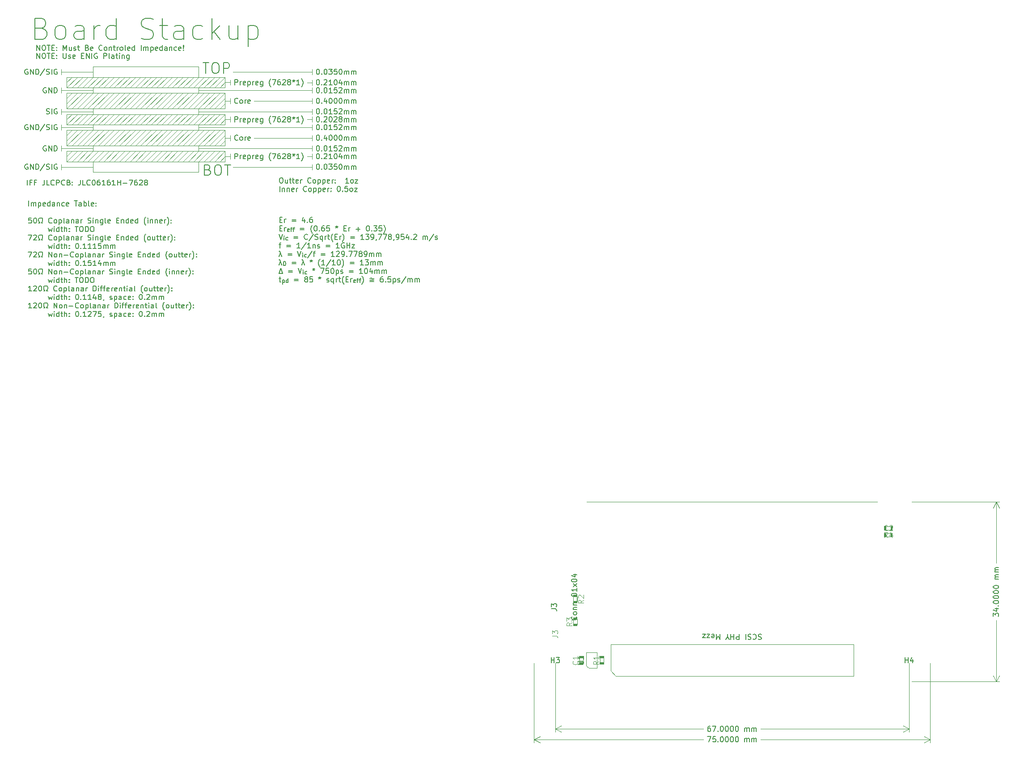
<source format=gbr>
G04 #@! TF.GenerationSoftware,KiCad,Pcbnew,8.0.6*
G04 #@! TF.CreationDate,2024-11-07T02:26:42-08:00*
G04 #@! TF.ProjectId,hvd-50-hd,6876642d-3530-42d6-9864-2e6b69636164,1*
G04 #@! TF.SameCoordinates,Original*
G04 #@! TF.FileFunction,AssemblyDrawing,Top*
%FSLAX46Y46*%
G04 Gerber Fmt 4.6, Leading zero omitted, Abs format (unit mm)*
G04 Created by KiCad (PCBNEW 8.0.6) date 2024-11-07 02:26:42*
%MOMM*%
%LPD*%
G01*
G04 APERTURE LIST*
%ADD10C,0.100000*%
%ADD11C,0.150000*%
%ADD12C,0.000000*%
%ADD13C,0.050000*%
G04 APERTURE END LIST*
D10*
X-161500000Y105482791D02*
X-159500000Y107482791D01*
X-163500000Y112500000D02*
X-133500000Y112500000D01*
X-155500000Y112500000D02*
X-153500000Y114500000D01*
X-153500000Y105482791D02*
X-151500000Y107482791D01*
X-135500000Y105482791D02*
X-133500000Y107482791D01*
X-160500000Y112500000D02*
X-158500000Y114500000D01*
X-117000000Y100482791D02*
X-117000000Y101482791D01*
X-140500000Y108500000D02*
X-137500000Y111500000D01*
X-133500000Y106482791D02*
X-132500000Y106482791D01*
X-162500000Y112500000D02*
X-160500000Y114500000D01*
X-143500000Y98482791D02*
X-141500000Y100482791D01*
X-138500000Y104982791D02*
X-117000000Y104982791D01*
X-136500000Y105482791D02*
X-134500000Y107482791D01*
X-152500000Y112500000D02*
X-150500000Y114500000D01*
X-162500000Y108500000D02*
X-159500000Y111500000D01*
X-133500000Y99482791D02*
X-132500000Y99482791D01*
X-141500000Y108500000D02*
X-138500000Y111500000D01*
X-150500000Y98482791D02*
X-148500000Y100482791D01*
X-158500000Y100482791D02*
X-163500000Y100482791D01*
X-146500000Y105482791D02*
X-144500000Y107482791D01*
X-158500000Y112500000D02*
X-156500000Y114500000D01*
X-133500000Y110000000D02*
X-132500000Y110000000D01*
X-156500000Y108500000D02*
X-153500000Y111500000D01*
X-141500000Y101482791D02*
X-138500000Y104482791D01*
X-138500000Y98482791D02*
X-136500000Y100482791D01*
X-117000000Y107482791D02*
X-117000000Y108482791D01*
X-163500000Y98482791D02*
X-161500000Y100482791D01*
X-146500000Y98482791D02*
X-144500000Y100482791D01*
X-151500000Y112500000D02*
X-149500000Y114500000D01*
X-148500000Y98482791D02*
X-146500000Y100482791D01*
X-158500000Y107482791D02*
X-163500000Y107482791D01*
X-146500000Y108500000D02*
X-143500000Y111500000D01*
X-138500000Y105482791D02*
X-136500000Y107482791D01*
X-159500000Y112500000D02*
X-157500000Y114500000D01*
X-160500000Y98482791D02*
X-158500000Y100482791D01*
X-134500000Y108500000D02*
X-133500000Y109500000D01*
X-159500000Y108500000D02*
X-156500000Y111500000D01*
X-154500000Y101482791D02*
X-151500000Y104482791D01*
X-117000000Y114982791D02*
X-117000000Y115982791D01*
X-137500000Y101482791D02*
X-134500000Y104482791D01*
X-138500000Y96482791D02*
X-158500000Y96482791D01*
X-138500000Y105482791D02*
X-138500000Y104482791D01*
X-163500000Y113500000D02*
X-162500000Y114500000D01*
X-146500000Y101482791D02*
X-143500000Y104482791D01*
X-163500000Y105482791D02*
X-133500000Y105482791D01*
X-138500000Y111500000D02*
X-158500000Y111500000D01*
X-141500000Y98482791D02*
X-139500000Y100482791D01*
X-133500000Y105482791D02*
X-133500000Y107482791D01*
X-163500000Y111500000D02*
X-163500000Y108500000D01*
X-148500000Y108500000D02*
X-145500000Y111500000D01*
X-138500000Y116482791D02*
X-158500000Y116482791D01*
X-163500000Y110500000D02*
X-162500000Y111500000D01*
X-134500000Y105482791D02*
X-133500000Y106482791D01*
X-150500000Y112500000D02*
X-148500000Y114500000D01*
X-153500000Y108500000D02*
X-150500000Y111500000D01*
X-161500000Y112500000D02*
X-159500000Y114500000D01*
X-158500000Y100982791D02*
X-164500000Y100982791D01*
X-149500000Y108500000D02*
X-146500000Y111500000D01*
X-154500000Y108500000D02*
X-151500000Y111500000D01*
X-158500000Y111500000D02*
X-158500000Y112500000D01*
X-164500000Y111500000D02*
X-164500000Y112500000D01*
X-133500000Y104482791D02*
X-138500000Y104482791D01*
X-156500000Y98482791D02*
X-154500000Y100482791D01*
X-153500000Y101482791D02*
X-150500000Y104482791D01*
X-158500000Y107482791D02*
X-158500000Y108482791D01*
X-134500000Y98482791D02*
X-133500000Y99482791D01*
X-163500000Y102482791D02*
X-161500000Y104482791D01*
X-132500000Y105982791D02*
X-132500000Y106982791D01*
X-164500000Y96982791D02*
X-164500000Y97982791D01*
X-157500000Y112500000D02*
X-155500000Y114500000D01*
X-133500000Y114500000D02*
X-138500000Y114500000D01*
X-163500000Y103482791D02*
X-162500000Y104482791D01*
X-138500000Y104482791D02*
X-158500000Y104482791D01*
X-158500000Y105482791D02*
X-156500000Y107482791D01*
X-154500000Y105482791D02*
X-152500000Y107482791D01*
X-140500000Y101482791D02*
X-137500000Y104482791D01*
X-143500000Y105482791D02*
X-141500000Y107482791D01*
X-152500000Y98482791D02*
X-150500000Y100482791D01*
X-117000000Y98982791D02*
X-117000000Y99982791D01*
X-153500000Y112500000D02*
X-151500000Y114500000D01*
X-153500000Y98482791D02*
X-151500000Y100482791D01*
X-158500000Y100482791D02*
X-138500000Y100482791D01*
X-117000000Y109482791D02*
X-117000000Y110482791D01*
X-133500000Y108500000D02*
X-133500000Y111500000D01*
X-145500000Y105482791D02*
X-143500000Y107482791D01*
X-140500000Y112500000D02*
X-138500000Y114500000D01*
X-147500000Y108500000D02*
X-144500000Y111500000D01*
X-137500000Y108500000D02*
X-134500000Y111500000D01*
X-156500000Y101482791D02*
X-153500000Y104482791D01*
X-151500000Y101482791D02*
X-148500000Y104482791D01*
X-128000000Y109982791D02*
X-117000000Y109982791D01*
X-155500000Y98482791D02*
X-153500000Y100482791D01*
X-158500000Y101482791D02*
X-155500000Y104482791D01*
X-140500000Y105482791D02*
X-138500000Y107482791D01*
X-156500000Y112500000D02*
X-154500000Y114500000D01*
X-137500000Y105482791D02*
X-135500000Y107482791D01*
X-151500000Y98482791D02*
X-149500000Y100482791D01*
X-148500000Y105482791D02*
X-146500000Y107482791D01*
X-158500000Y104982791D02*
X-164500000Y104982791D01*
X-135500000Y108500000D02*
X-133500000Y110500000D01*
X-138500000Y114482791D02*
X-138500000Y116482791D01*
X-144500000Y101482791D02*
X-141500000Y104482791D01*
X-158500000Y104482791D02*
X-163500000Y104482791D01*
X-136500000Y112500000D02*
X-134500000Y114500000D01*
X-138500000Y108482791D02*
X-138500000Y107482791D01*
X-145500000Y101482791D02*
X-142500000Y104482791D01*
X-162500000Y101482791D02*
X-159500000Y104482791D01*
X-156500000Y105482791D02*
X-154500000Y107482791D01*
X-141500000Y112500000D02*
X-139500000Y114500000D01*
X-138500000Y100982791D02*
X-117000000Y100982791D01*
X-117000000Y102482791D02*
X-117000000Y103482791D01*
X-133500000Y107482791D02*
X-138500000Y107482791D01*
X-158500000Y104482791D02*
X-158500000Y105482791D01*
X-149500000Y98482791D02*
X-147500000Y100482791D01*
X-149500000Y105482791D02*
X-147500000Y107482791D01*
X-158500000Y105482791D02*
X-163500000Y105482791D01*
X-164500000Y114982791D02*
X-164500000Y115982791D01*
X-142500000Y112500000D02*
X-140500000Y114500000D01*
X-143500000Y108500000D02*
X-140500000Y111500000D01*
X-132000000Y115482791D02*
X-117000000Y115482791D01*
X-142500000Y98482791D02*
X-140500000Y100482791D01*
X-139500000Y112500000D02*
X-137500000Y114500000D01*
X-137500000Y112500000D02*
X-135500000Y114500000D01*
X-163500000Y101482791D02*
X-133500000Y101482791D01*
X-148500000Y101482791D02*
X-145500000Y104482791D01*
X-158500000Y105482791D02*
X-138500000Y105482791D01*
X-148500000Y112500000D02*
X-146500000Y114500000D01*
X-157500000Y108500000D02*
X-154500000Y111500000D01*
X-151500000Y105482791D02*
X-149500000Y107482791D01*
X-150500000Y105482791D02*
X-148500000Y107482791D01*
X-117000000Y111482791D02*
X-117000000Y112482791D01*
X-138500000Y112500000D02*
X-136500000Y114500000D01*
X-133500000Y100482791D02*
X-138500000Y100482791D01*
X-118000000Y106482791D02*
X-117000000Y106482791D01*
X-146500000Y112500000D02*
X-144500000Y114500000D01*
X-117000000Y112982791D02*
X-117000000Y113982791D01*
X-143500000Y101482791D02*
X-140500000Y104482791D01*
X-163500000Y106482791D02*
X-162500000Y107482791D01*
X-161500000Y108500000D02*
X-158500000Y111500000D01*
X-136500000Y108500000D02*
X-133500000Y111500000D01*
X-144500000Y108500000D02*
X-141500000Y111500000D01*
X-145500000Y98482791D02*
X-143500000Y100482791D01*
X-139500000Y105482791D02*
X-137500000Y107482791D01*
X-154500000Y112500000D02*
X-152500000Y114500000D01*
X-138500000Y96482791D02*
X-138500000Y98482791D01*
X-141500000Y105482791D02*
X-139500000Y107482791D01*
X-159500000Y98482791D02*
X-157500000Y100482791D01*
X-163500000Y98482791D02*
X-133500000Y98482791D01*
X-142500000Y105482791D02*
X-140500000Y107482791D01*
X-158500000Y116482791D02*
X-158500000Y114482791D01*
X-132500000Y98982791D02*
X-132500000Y99982791D01*
X-158500000Y114500000D02*
X-163500000Y114500000D01*
X-133500000Y112500000D02*
X-133500000Y114500000D01*
X-160500000Y105482791D02*
X-158500000Y107482791D01*
X-118000000Y113482791D02*
X-117000000Y113482791D01*
X-163500000Y105482791D02*
X-161500000Y107482791D01*
X-150500000Y108500000D02*
X-147500000Y111500000D01*
X-136500000Y101482791D02*
X-133500000Y104482791D01*
X-128000000Y102982791D02*
X-117000000Y102982791D01*
X-138500000Y107982791D02*
X-117000000Y107982791D01*
X-117000000Y105982791D02*
X-117000000Y106982791D01*
X-133500000Y102982791D02*
X-132500000Y102982791D01*
X-161500000Y101482791D02*
X-158500000Y104482791D01*
X-117000000Y96982791D02*
X-117000000Y97982791D01*
X-158500000Y111500000D02*
X-163500000Y111500000D01*
X-149500000Y101482791D02*
X-146500000Y104482791D01*
X-151500000Y108500000D02*
X-148500000Y111500000D01*
X-138500000Y101482791D02*
X-138500000Y100482791D01*
X-163500000Y108500000D02*
X-133500000Y108500000D01*
X-150500000Y101482791D02*
X-147500000Y104482791D01*
X-154500000Y98482791D02*
X-152500000Y100482791D01*
X-152500000Y101482791D02*
X-149500000Y104482791D01*
X-158500000Y107982791D02*
X-164500000Y107982791D01*
X-134500000Y101482791D02*
X-133500000Y102482791D01*
X-164500000Y100482791D02*
X-164500000Y101482791D01*
X-118000000Y99482791D02*
X-117000000Y99482791D01*
X-157500000Y101482791D02*
X-154500000Y104482791D01*
X-164500000Y104482791D02*
X-164500000Y105482791D01*
X-138500000Y112500000D02*
X-138500000Y111500000D01*
X-145500000Y108500000D02*
X-142500000Y111500000D01*
X-160500000Y101482791D02*
X-157500000Y104482791D01*
X-163500000Y107482791D02*
X-163500000Y105482791D01*
X-161500000Y98482791D02*
X-159500000Y100482791D01*
X-158500000Y98482791D02*
X-156500000Y100482791D01*
X-158500000Y97482791D02*
X-164500000Y97482791D01*
X-147500000Y105482791D02*
X-145500000Y107482791D01*
X-152500000Y108500000D02*
X-149500000Y111500000D01*
X-132500000Y109500000D02*
X-132500000Y110500000D01*
X-142500000Y108500000D02*
X-139500000Y111500000D01*
X-133500000Y101482791D02*
X-133500000Y104482791D01*
X-149500000Y112500000D02*
X-147500000Y114500000D01*
X-133500000Y98482791D02*
X-133500000Y100482791D01*
X-162500000Y98482791D02*
X-160500000Y100482791D01*
X-158500000Y108500000D02*
X-155500000Y111500000D01*
X-144500000Y112500000D02*
X-142500000Y114500000D01*
X-147500000Y112500000D02*
X-145500000Y114500000D01*
X-158500000Y114500000D02*
X-138500000Y114500000D01*
X-155500000Y105482791D02*
X-153500000Y107482791D01*
X-163500000Y99482791D02*
X-162500000Y100482791D01*
X-158500000Y107482791D02*
X-138500000Y107482791D01*
X-164500000Y107482791D02*
X-164500000Y108482791D01*
X-159500000Y105482791D02*
X-157500000Y107482791D01*
X-147500000Y101482791D02*
X-144500000Y104482791D01*
X-162500000Y105482791D02*
X-160500000Y107482791D01*
X-144500000Y105482791D02*
X-142500000Y107482791D01*
X-133500000Y105482791D02*
X-138500000Y105482791D01*
X-158500000Y100482791D02*
X-158500000Y101482791D01*
X-135500000Y101482791D02*
X-133500000Y103482791D01*
X-132500000Y102482791D02*
X-132500000Y103482791D01*
X-157500000Y105482791D02*
X-155500000Y107482791D01*
X-135500000Y112500000D02*
X-133500000Y114500000D01*
X-157500000Y98482791D02*
X-155500000Y100482791D01*
X-155500000Y101482791D02*
X-152500000Y104482791D01*
X-155500000Y108500000D02*
X-152500000Y111500000D01*
X-139500000Y101482791D02*
X-136500000Y104482791D01*
X-133500000Y111500000D02*
X-138500000Y111500000D01*
X-158500000Y98482791D02*
X-158500000Y96482791D01*
X-159500000Y101482791D02*
X-156500000Y104482791D01*
X-135500000Y98482791D02*
X-133500000Y100482791D01*
X-152500000Y105482791D02*
X-150500000Y107482791D01*
X-132000000Y97482791D02*
X-117000000Y97482791D01*
X-139500000Y98482791D02*
X-137500000Y100482791D01*
X-142500000Y101482791D02*
X-139500000Y104482791D01*
X-163500000Y100482791D02*
X-163500000Y98482791D01*
X-163500000Y104482791D02*
X-163500000Y101482791D01*
X-138500000Y108500000D02*
X-135500000Y111500000D01*
X-136500000Y98482791D02*
X-134500000Y100482791D01*
X-158500000Y112000000D02*
X-164500000Y112000000D01*
X-163500000Y101482791D02*
X-160500000Y104482791D01*
X-163500000Y108500000D02*
X-160500000Y111500000D01*
X-158500000Y115482791D02*
X-164500000Y115482791D01*
X-117000000Y104482791D02*
X-117000000Y105482791D01*
X-147500000Y98482791D02*
X-145500000Y100482791D01*
X-163500000Y114500000D02*
X-163500000Y112500000D01*
X-137500000Y98482791D02*
X-135500000Y100482791D01*
X-134500000Y112500000D02*
X-133500000Y113500000D01*
X-133500000Y113500000D02*
X-132500000Y113500000D01*
X-144500000Y98482791D02*
X-142500000Y100482791D01*
X-140500000Y98482791D02*
X-138500000Y100482791D01*
X-143500000Y112500000D02*
X-141500000Y114500000D01*
X-145500000Y112500000D02*
X-143500000Y114500000D01*
X-163500000Y109500000D02*
X-161500000Y111500000D01*
X-160500000Y108500000D02*
X-157500000Y111500000D01*
X-132500000Y113000000D02*
X-132500000Y114000000D01*
X-163500000Y112500000D02*
X-161500000Y114500000D01*
X-138500000Y111982791D02*
X-117000000Y111982791D01*
X-138500000Y101482791D02*
X-135500000Y104482791D01*
X-139500000Y108500000D02*
X-136500000Y111500000D01*
D11*
X-167384399Y112480353D02*
X-167479637Y112527972D01*
X-167479637Y112527972D02*
X-167622494Y112527972D01*
X-167622494Y112527972D02*
X-167765351Y112480353D01*
X-167765351Y112480353D02*
X-167860589Y112385115D01*
X-167860589Y112385115D02*
X-167908208Y112289877D01*
X-167908208Y112289877D02*
X-167955827Y112099401D01*
X-167955827Y112099401D02*
X-167955827Y111956544D01*
X-167955827Y111956544D02*
X-167908208Y111766068D01*
X-167908208Y111766068D02*
X-167860589Y111670830D01*
X-167860589Y111670830D02*
X-167765351Y111575591D01*
X-167765351Y111575591D02*
X-167622494Y111527972D01*
X-167622494Y111527972D02*
X-167527256Y111527972D01*
X-167527256Y111527972D02*
X-167384399Y111575591D01*
X-167384399Y111575591D02*
X-167336780Y111623211D01*
X-167336780Y111623211D02*
X-167336780Y111956544D01*
X-167336780Y111956544D02*
X-167527256Y111956544D01*
X-166908208Y111527972D02*
X-166908208Y112527972D01*
X-166908208Y112527972D02*
X-166336780Y111527972D01*
X-166336780Y111527972D02*
X-166336780Y112527972D01*
X-165860589Y111527972D02*
X-165860589Y112527972D01*
X-165860589Y112527972D02*
X-165622494Y112527972D01*
X-165622494Y112527972D02*
X-165479637Y112480353D01*
X-165479637Y112480353D02*
X-165384399Y112385115D01*
X-165384399Y112385115D02*
X-165336780Y112289877D01*
X-165336780Y112289877D02*
X-165289161Y112099401D01*
X-165289161Y112099401D02*
X-165289161Y111956544D01*
X-165289161Y111956544D02*
X-165336780Y111766068D01*
X-165336780Y111766068D02*
X-165384399Y111670830D01*
X-165384399Y111670830D02*
X-165479637Y111575591D01*
X-165479637Y111575591D02*
X-165622494Y111527972D01*
X-165622494Y111527972D02*
X-165860589Y111527972D01*
X-115972745Y110527972D02*
X-115877507Y110527972D01*
X-115877507Y110527972D02*
X-115782269Y110480353D01*
X-115782269Y110480353D02*
X-115734650Y110432734D01*
X-115734650Y110432734D02*
X-115687031Y110337496D01*
X-115687031Y110337496D02*
X-115639412Y110147020D01*
X-115639412Y110147020D02*
X-115639412Y109908925D01*
X-115639412Y109908925D02*
X-115687031Y109718449D01*
X-115687031Y109718449D02*
X-115734650Y109623211D01*
X-115734650Y109623211D02*
X-115782269Y109575591D01*
X-115782269Y109575591D02*
X-115877507Y109527972D01*
X-115877507Y109527972D02*
X-115972745Y109527972D01*
X-115972745Y109527972D02*
X-116067983Y109575591D01*
X-116067983Y109575591D02*
X-116115602Y109623211D01*
X-116115602Y109623211D02*
X-116163221Y109718449D01*
X-116163221Y109718449D02*
X-116210840Y109908925D01*
X-116210840Y109908925D02*
X-116210840Y110147020D01*
X-116210840Y110147020D02*
X-116163221Y110337496D01*
X-116163221Y110337496D02*
X-116115602Y110432734D01*
X-116115602Y110432734D02*
X-116067983Y110480353D01*
X-116067983Y110480353D02*
X-115972745Y110527972D01*
X-115210840Y109623211D02*
X-115163221Y109575591D01*
X-115163221Y109575591D02*
X-115210840Y109527972D01*
X-115210840Y109527972D02*
X-115258459Y109575591D01*
X-115258459Y109575591D02*
X-115210840Y109623211D01*
X-115210840Y109623211D02*
X-115210840Y109527972D01*
X-114306079Y110194639D02*
X-114306079Y109527972D01*
X-114544174Y110575591D02*
X-114782269Y109861306D01*
X-114782269Y109861306D02*
X-114163222Y109861306D01*
X-113591793Y110527972D02*
X-113496555Y110527972D01*
X-113496555Y110527972D02*
X-113401317Y110480353D01*
X-113401317Y110480353D02*
X-113353698Y110432734D01*
X-113353698Y110432734D02*
X-113306079Y110337496D01*
X-113306079Y110337496D02*
X-113258460Y110147020D01*
X-113258460Y110147020D02*
X-113258460Y109908925D01*
X-113258460Y109908925D02*
X-113306079Y109718449D01*
X-113306079Y109718449D02*
X-113353698Y109623211D01*
X-113353698Y109623211D02*
X-113401317Y109575591D01*
X-113401317Y109575591D02*
X-113496555Y109527972D01*
X-113496555Y109527972D02*
X-113591793Y109527972D01*
X-113591793Y109527972D02*
X-113687031Y109575591D01*
X-113687031Y109575591D02*
X-113734650Y109623211D01*
X-113734650Y109623211D02*
X-113782269Y109718449D01*
X-113782269Y109718449D02*
X-113829888Y109908925D01*
X-113829888Y109908925D02*
X-113829888Y110147020D01*
X-113829888Y110147020D02*
X-113782269Y110337496D01*
X-113782269Y110337496D02*
X-113734650Y110432734D01*
X-113734650Y110432734D02*
X-113687031Y110480353D01*
X-113687031Y110480353D02*
X-113591793Y110527972D01*
X-112639412Y110527972D02*
X-112544174Y110527972D01*
X-112544174Y110527972D02*
X-112448936Y110480353D01*
X-112448936Y110480353D02*
X-112401317Y110432734D01*
X-112401317Y110432734D02*
X-112353698Y110337496D01*
X-112353698Y110337496D02*
X-112306079Y110147020D01*
X-112306079Y110147020D02*
X-112306079Y109908925D01*
X-112306079Y109908925D02*
X-112353698Y109718449D01*
X-112353698Y109718449D02*
X-112401317Y109623211D01*
X-112401317Y109623211D02*
X-112448936Y109575591D01*
X-112448936Y109575591D02*
X-112544174Y109527972D01*
X-112544174Y109527972D02*
X-112639412Y109527972D01*
X-112639412Y109527972D02*
X-112734650Y109575591D01*
X-112734650Y109575591D02*
X-112782269Y109623211D01*
X-112782269Y109623211D02*
X-112829888Y109718449D01*
X-112829888Y109718449D02*
X-112877507Y109908925D01*
X-112877507Y109908925D02*
X-112877507Y110147020D01*
X-112877507Y110147020D02*
X-112829888Y110337496D01*
X-112829888Y110337496D02*
X-112782269Y110432734D01*
X-112782269Y110432734D02*
X-112734650Y110480353D01*
X-112734650Y110480353D02*
X-112639412Y110527972D01*
X-111687031Y110527972D02*
X-111591793Y110527972D01*
X-111591793Y110527972D02*
X-111496555Y110480353D01*
X-111496555Y110480353D02*
X-111448936Y110432734D01*
X-111448936Y110432734D02*
X-111401317Y110337496D01*
X-111401317Y110337496D02*
X-111353698Y110147020D01*
X-111353698Y110147020D02*
X-111353698Y109908925D01*
X-111353698Y109908925D02*
X-111401317Y109718449D01*
X-111401317Y109718449D02*
X-111448936Y109623211D01*
X-111448936Y109623211D02*
X-111496555Y109575591D01*
X-111496555Y109575591D02*
X-111591793Y109527972D01*
X-111591793Y109527972D02*
X-111687031Y109527972D01*
X-111687031Y109527972D02*
X-111782269Y109575591D01*
X-111782269Y109575591D02*
X-111829888Y109623211D01*
X-111829888Y109623211D02*
X-111877507Y109718449D01*
X-111877507Y109718449D02*
X-111925126Y109908925D01*
X-111925126Y109908925D02*
X-111925126Y110147020D01*
X-111925126Y110147020D02*
X-111877507Y110337496D01*
X-111877507Y110337496D02*
X-111829888Y110432734D01*
X-111829888Y110432734D02*
X-111782269Y110480353D01*
X-111782269Y110480353D02*
X-111687031Y110527972D01*
X-110925126Y109527972D02*
X-110925126Y110194639D01*
X-110925126Y110099401D02*
X-110877507Y110147020D01*
X-110877507Y110147020D02*
X-110782269Y110194639D01*
X-110782269Y110194639D02*
X-110639412Y110194639D01*
X-110639412Y110194639D02*
X-110544174Y110147020D01*
X-110544174Y110147020D02*
X-110496555Y110051782D01*
X-110496555Y110051782D02*
X-110496555Y109527972D01*
X-110496555Y110051782D02*
X-110448936Y110147020D01*
X-110448936Y110147020D02*
X-110353698Y110194639D01*
X-110353698Y110194639D02*
X-110210841Y110194639D01*
X-110210841Y110194639D02*
X-110115602Y110147020D01*
X-110115602Y110147020D02*
X-110067983Y110051782D01*
X-110067983Y110051782D02*
X-110067983Y109527972D01*
X-109591793Y109527972D02*
X-109591793Y110194639D01*
X-109591793Y110099401D02*
X-109544174Y110147020D01*
X-109544174Y110147020D02*
X-109448936Y110194639D01*
X-109448936Y110194639D02*
X-109306079Y110194639D01*
X-109306079Y110194639D02*
X-109210841Y110147020D01*
X-109210841Y110147020D02*
X-109163222Y110051782D01*
X-109163222Y110051782D02*
X-109163222Y109527972D01*
X-109163222Y110051782D02*
X-109115603Y110147020D01*
X-109115603Y110147020D02*
X-109020365Y110194639D01*
X-109020365Y110194639D02*
X-108877508Y110194639D01*
X-108877508Y110194639D02*
X-108782269Y110147020D01*
X-108782269Y110147020D02*
X-108734650Y110051782D01*
X-108734650Y110051782D02*
X-108734650Y109527972D01*
X-123163221Y87473599D02*
X-122829888Y87473599D01*
X-122687031Y86949789D02*
X-123163221Y86949789D01*
X-123163221Y86949789D02*
X-123163221Y87949789D01*
X-123163221Y87949789D02*
X-122687031Y87949789D01*
X-122258459Y86949789D02*
X-122258459Y87616456D01*
X-122258459Y87425980D02*
X-122210840Y87521218D01*
X-122210840Y87521218D02*
X-122163221Y87568837D01*
X-122163221Y87568837D02*
X-122067983Y87616456D01*
X-122067983Y87616456D02*
X-121972745Y87616456D01*
X-120877506Y87473599D02*
X-120115601Y87473599D01*
X-120115601Y87187885D02*
X-120877506Y87187885D01*
X-118448935Y87616456D02*
X-118448935Y86949789D01*
X-118687030Y87997408D02*
X-118925125Y87283123D01*
X-118925125Y87283123D02*
X-118306078Y87283123D01*
X-117925125Y87045028D02*
X-117877506Y86997408D01*
X-117877506Y86997408D02*
X-117925125Y86949789D01*
X-117925125Y86949789D02*
X-117972744Y86997408D01*
X-117972744Y86997408D02*
X-117925125Y87045028D01*
X-117925125Y87045028D02*
X-117925125Y86949789D01*
X-117020364Y87949789D02*
X-117210840Y87949789D01*
X-117210840Y87949789D02*
X-117306078Y87902170D01*
X-117306078Y87902170D02*
X-117353697Y87854551D01*
X-117353697Y87854551D02*
X-117448935Y87711694D01*
X-117448935Y87711694D02*
X-117496554Y87521218D01*
X-117496554Y87521218D02*
X-117496554Y87140266D01*
X-117496554Y87140266D02*
X-117448935Y87045028D01*
X-117448935Y87045028D02*
X-117401316Y86997408D01*
X-117401316Y86997408D02*
X-117306078Y86949789D01*
X-117306078Y86949789D02*
X-117115602Y86949789D01*
X-117115602Y86949789D02*
X-117020364Y86997408D01*
X-117020364Y86997408D02*
X-116972745Y87045028D01*
X-116972745Y87045028D02*
X-116925126Y87140266D01*
X-116925126Y87140266D02*
X-116925126Y87378361D01*
X-116925126Y87378361D02*
X-116972745Y87473599D01*
X-116972745Y87473599D02*
X-117020364Y87521218D01*
X-117020364Y87521218D02*
X-117115602Y87568837D01*
X-117115602Y87568837D02*
X-117306078Y87568837D01*
X-117306078Y87568837D02*
X-117401316Y87521218D01*
X-117401316Y87521218D02*
X-117448935Y87473599D01*
X-117448935Y87473599D02*
X-117496554Y87378361D01*
X-123163221Y85863655D02*
X-122829888Y85863655D01*
X-122687031Y85339845D02*
X-123163221Y85339845D01*
X-123163221Y85339845D02*
X-123163221Y86339845D01*
X-123163221Y86339845D02*
X-122687031Y86339845D01*
X-122258459Y85339845D02*
X-122258459Y86006512D01*
X-122258459Y85816036D02*
X-122210840Y85911274D01*
X-122210840Y85911274D02*
X-122163221Y85958893D01*
X-122163221Y85958893D02*
X-122067983Y86006512D01*
X-122067983Y86006512D02*
X-121972745Y86006512D01*
X-121382268Y85267464D02*
X-121458459Y85229369D01*
X-121458459Y85229369D02*
X-121610840Y85229369D01*
X-121610840Y85229369D02*
X-121687030Y85267464D01*
X-121687030Y85267464D02*
X-121725126Y85343655D01*
X-121725126Y85343655D02*
X-121725126Y85648417D01*
X-121725126Y85648417D02*
X-121687030Y85724607D01*
X-121687030Y85724607D02*
X-121610840Y85762703D01*
X-121610840Y85762703D02*
X-121458459Y85762703D01*
X-121458459Y85762703D02*
X-121382268Y85724607D01*
X-121382268Y85724607D02*
X-121344173Y85648417D01*
X-121344173Y85648417D02*
X-121344173Y85572226D01*
X-121344173Y85572226D02*
X-121725126Y85496036D01*
X-121115602Y85762703D02*
X-120810840Y85762703D01*
X-121001316Y85229369D02*
X-121001316Y85915084D01*
X-121001316Y85915084D02*
X-120963221Y85991274D01*
X-120963221Y85991274D02*
X-120887031Y86029369D01*
X-120887031Y86029369D02*
X-120810840Y86029369D01*
X-120658459Y85762703D02*
X-120353697Y85762703D01*
X-120544173Y85229369D02*
X-120544173Y85915084D01*
X-120544173Y85915084D02*
X-120506078Y85991274D01*
X-120506078Y85991274D02*
X-120429888Y86029369D01*
X-120429888Y86029369D02*
X-120353697Y86029369D01*
X-119277506Y85863655D02*
X-118515601Y85863655D01*
X-118515601Y85577941D02*
X-119277506Y85577941D01*
X-116991792Y84958893D02*
X-117039411Y85006512D01*
X-117039411Y85006512D02*
X-117134649Y85149369D01*
X-117134649Y85149369D02*
X-117182268Y85244607D01*
X-117182268Y85244607D02*
X-117229887Y85387464D01*
X-117229887Y85387464D02*
X-117277506Y85625560D01*
X-117277506Y85625560D02*
X-117277506Y85816036D01*
X-117277506Y85816036D02*
X-117229887Y86054131D01*
X-117229887Y86054131D02*
X-117182268Y86196988D01*
X-117182268Y86196988D02*
X-117134649Y86292226D01*
X-117134649Y86292226D02*
X-117039411Y86435084D01*
X-117039411Y86435084D02*
X-116991792Y86482703D01*
X-116420363Y86339845D02*
X-116325125Y86339845D01*
X-116325125Y86339845D02*
X-116229887Y86292226D01*
X-116229887Y86292226D02*
X-116182268Y86244607D01*
X-116182268Y86244607D02*
X-116134649Y86149369D01*
X-116134649Y86149369D02*
X-116087030Y85958893D01*
X-116087030Y85958893D02*
X-116087030Y85720798D01*
X-116087030Y85720798D02*
X-116134649Y85530322D01*
X-116134649Y85530322D02*
X-116182268Y85435084D01*
X-116182268Y85435084D02*
X-116229887Y85387464D01*
X-116229887Y85387464D02*
X-116325125Y85339845D01*
X-116325125Y85339845D02*
X-116420363Y85339845D01*
X-116420363Y85339845D02*
X-116515601Y85387464D01*
X-116515601Y85387464D02*
X-116563220Y85435084D01*
X-116563220Y85435084D02*
X-116610839Y85530322D01*
X-116610839Y85530322D02*
X-116658458Y85720798D01*
X-116658458Y85720798D02*
X-116658458Y85958893D01*
X-116658458Y85958893D02*
X-116610839Y86149369D01*
X-116610839Y86149369D02*
X-116563220Y86244607D01*
X-116563220Y86244607D02*
X-116515601Y86292226D01*
X-116515601Y86292226D02*
X-116420363Y86339845D01*
X-115658458Y85435084D02*
X-115610839Y85387464D01*
X-115610839Y85387464D02*
X-115658458Y85339845D01*
X-115658458Y85339845D02*
X-115706077Y85387464D01*
X-115706077Y85387464D02*
X-115658458Y85435084D01*
X-115658458Y85435084D02*
X-115658458Y85339845D01*
X-114753697Y86339845D02*
X-114944173Y86339845D01*
X-114944173Y86339845D02*
X-115039411Y86292226D01*
X-115039411Y86292226D02*
X-115087030Y86244607D01*
X-115087030Y86244607D02*
X-115182268Y86101750D01*
X-115182268Y86101750D02*
X-115229887Y85911274D01*
X-115229887Y85911274D02*
X-115229887Y85530322D01*
X-115229887Y85530322D02*
X-115182268Y85435084D01*
X-115182268Y85435084D02*
X-115134649Y85387464D01*
X-115134649Y85387464D02*
X-115039411Y85339845D01*
X-115039411Y85339845D02*
X-114848935Y85339845D01*
X-114848935Y85339845D02*
X-114753697Y85387464D01*
X-114753697Y85387464D02*
X-114706078Y85435084D01*
X-114706078Y85435084D02*
X-114658459Y85530322D01*
X-114658459Y85530322D02*
X-114658459Y85768417D01*
X-114658459Y85768417D02*
X-114706078Y85863655D01*
X-114706078Y85863655D02*
X-114753697Y85911274D01*
X-114753697Y85911274D02*
X-114848935Y85958893D01*
X-114848935Y85958893D02*
X-115039411Y85958893D01*
X-115039411Y85958893D02*
X-115134649Y85911274D01*
X-115134649Y85911274D02*
X-115182268Y85863655D01*
X-115182268Y85863655D02*
X-115229887Y85768417D01*
X-113753697Y86339845D02*
X-114229887Y86339845D01*
X-114229887Y86339845D02*
X-114277506Y85863655D01*
X-114277506Y85863655D02*
X-114229887Y85911274D01*
X-114229887Y85911274D02*
X-114134649Y85958893D01*
X-114134649Y85958893D02*
X-113896554Y85958893D01*
X-113896554Y85958893D02*
X-113801316Y85911274D01*
X-113801316Y85911274D02*
X-113753697Y85863655D01*
X-113753697Y85863655D02*
X-113706078Y85768417D01*
X-113706078Y85768417D02*
X-113706078Y85530322D01*
X-113706078Y85530322D02*
X-113753697Y85435084D01*
X-113753697Y85435084D02*
X-113801316Y85387464D01*
X-113801316Y85387464D02*
X-113896554Y85339845D01*
X-113896554Y85339845D02*
X-114134649Y85339845D01*
X-114134649Y85339845D02*
X-114229887Y85387464D01*
X-114229887Y85387464D02*
X-114277506Y85435084D01*
X-112372744Y86339845D02*
X-112372744Y86101750D01*
X-112610839Y86196988D02*
X-112372744Y86101750D01*
X-112372744Y86101750D02*
X-112134649Y86196988D01*
X-112515601Y85911274D02*
X-112372744Y86101750D01*
X-112372744Y86101750D02*
X-112229887Y85911274D01*
X-110991791Y85863655D02*
X-110658458Y85863655D01*
X-110515601Y85339845D02*
X-110991791Y85339845D01*
X-110991791Y85339845D02*
X-110991791Y86339845D01*
X-110991791Y86339845D02*
X-110515601Y86339845D01*
X-110087029Y85339845D02*
X-110087029Y86006512D01*
X-110087029Y85816036D02*
X-110039410Y85911274D01*
X-110039410Y85911274D02*
X-109991791Y85958893D01*
X-109991791Y85958893D02*
X-109896553Y86006512D01*
X-109896553Y86006512D02*
X-109801315Y86006512D01*
X-108706076Y85720798D02*
X-107944171Y85720798D01*
X-108325124Y85339845D02*
X-108325124Y86101750D01*
X-106515600Y86339845D02*
X-106420362Y86339845D01*
X-106420362Y86339845D02*
X-106325124Y86292226D01*
X-106325124Y86292226D02*
X-106277505Y86244607D01*
X-106277505Y86244607D02*
X-106229886Y86149369D01*
X-106229886Y86149369D02*
X-106182267Y85958893D01*
X-106182267Y85958893D02*
X-106182267Y85720798D01*
X-106182267Y85720798D02*
X-106229886Y85530322D01*
X-106229886Y85530322D02*
X-106277505Y85435084D01*
X-106277505Y85435084D02*
X-106325124Y85387464D01*
X-106325124Y85387464D02*
X-106420362Y85339845D01*
X-106420362Y85339845D02*
X-106515600Y85339845D01*
X-106515600Y85339845D02*
X-106610838Y85387464D01*
X-106610838Y85387464D02*
X-106658457Y85435084D01*
X-106658457Y85435084D02*
X-106706076Y85530322D01*
X-106706076Y85530322D02*
X-106753695Y85720798D01*
X-106753695Y85720798D02*
X-106753695Y85958893D01*
X-106753695Y85958893D02*
X-106706076Y86149369D01*
X-106706076Y86149369D02*
X-106658457Y86244607D01*
X-106658457Y86244607D02*
X-106610838Y86292226D01*
X-106610838Y86292226D02*
X-106515600Y86339845D01*
X-105753695Y85435084D02*
X-105706076Y85387464D01*
X-105706076Y85387464D02*
X-105753695Y85339845D01*
X-105753695Y85339845D02*
X-105801314Y85387464D01*
X-105801314Y85387464D02*
X-105753695Y85435084D01*
X-105753695Y85435084D02*
X-105753695Y85339845D01*
X-105372743Y86339845D02*
X-104753696Y86339845D01*
X-104753696Y86339845D02*
X-105087029Y85958893D01*
X-105087029Y85958893D02*
X-104944172Y85958893D01*
X-104944172Y85958893D02*
X-104848934Y85911274D01*
X-104848934Y85911274D02*
X-104801315Y85863655D01*
X-104801315Y85863655D02*
X-104753696Y85768417D01*
X-104753696Y85768417D02*
X-104753696Y85530322D01*
X-104753696Y85530322D02*
X-104801315Y85435084D01*
X-104801315Y85435084D02*
X-104848934Y85387464D01*
X-104848934Y85387464D02*
X-104944172Y85339845D01*
X-104944172Y85339845D02*
X-105229886Y85339845D01*
X-105229886Y85339845D02*
X-105325124Y85387464D01*
X-105325124Y85387464D02*
X-105372743Y85435084D01*
X-103848934Y86339845D02*
X-104325124Y86339845D01*
X-104325124Y86339845D02*
X-104372743Y85863655D01*
X-104372743Y85863655D02*
X-104325124Y85911274D01*
X-104325124Y85911274D02*
X-104229886Y85958893D01*
X-104229886Y85958893D02*
X-103991791Y85958893D01*
X-103991791Y85958893D02*
X-103896553Y85911274D01*
X-103896553Y85911274D02*
X-103848934Y85863655D01*
X-103848934Y85863655D02*
X-103801315Y85768417D01*
X-103801315Y85768417D02*
X-103801315Y85530322D01*
X-103801315Y85530322D02*
X-103848934Y85435084D01*
X-103848934Y85435084D02*
X-103896553Y85387464D01*
X-103896553Y85387464D02*
X-103991791Y85339845D01*
X-103991791Y85339845D02*
X-104229886Y85339845D01*
X-104229886Y85339845D02*
X-104325124Y85387464D01*
X-104325124Y85387464D02*
X-104372743Y85435084D01*
X-103467981Y84958893D02*
X-103420362Y85006512D01*
X-103420362Y85006512D02*
X-103325124Y85149369D01*
X-103325124Y85149369D02*
X-103277505Y85244607D01*
X-103277505Y85244607D02*
X-103229886Y85387464D01*
X-103229886Y85387464D02*
X-103182267Y85625560D01*
X-103182267Y85625560D02*
X-103182267Y85816036D01*
X-103182267Y85816036D02*
X-103229886Y86054131D01*
X-103229886Y86054131D02*
X-103277505Y86196988D01*
X-103277505Y86196988D02*
X-103325124Y86292226D01*
X-103325124Y86292226D02*
X-103420362Y86435084D01*
X-103420362Y86435084D02*
X-103467981Y86482703D01*
X-123306078Y84729901D02*
X-122972745Y83729901D01*
X-122972745Y83729901D02*
X-122639412Y84729901D01*
X-122353697Y83619425D02*
X-122353697Y84152759D01*
X-122353697Y84419425D02*
X-122391793Y84381330D01*
X-122391793Y84381330D02*
X-122353697Y84343235D01*
X-122353697Y84343235D02*
X-122315602Y84381330D01*
X-122315602Y84381330D02*
X-122353697Y84419425D01*
X-122353697Y84419425D02*
X-122353697Y84343235D01*
X-121629888Y83657520D02*
X-121706079Y83619425D01*
X-121706079Y83619425D02*
X-121858460Y83619425D01*
X-121858460Y83619425D02*
X-121934650Y83657520D01*
X-121934650Y83657520D02*
X-121972745Y83695616D01*
X-121972745Y83695616D02*
X-122010841Y83771806D01*
X-122010841Y83771806D02*
X-122010841Y84000378D01*
X-122010841Y84000378D02*
X-121972745Y84076568D01*
X-121972745Y84076568D02*
X-121934650Y84114663D01*
X-121934650Y84114663D02*
X-121858460Y84152759D01*
X-121858460Y84152759D02*
X-121706079Y84152759D01*
X-121706079Y84152759D02*
X-121629888Y84114663D01*
X-120477507Y84253711D02*
X-119715602Y84253711D01*
X-119715602Y83967997D02*
X-120477507Y83967997D01*
X-117906079Y83825140D02*
X-117953698Y83777520D01*
X-117953698Y83777520D02*
X-118096555Y83729901D01*
X-118096555Y83729901D02*
X-118191793Y83729901D01*
X-118191793Y83729901D02*
X-118334650Y83777520D01*
X-118334650Y83777520D02*
X-118429888Y83872759D01*
X-118429888Y83872759D02*
X-118477507Y83967997D01*
X-118477507Y83967997D02*
X-118525126Y84158473D01*
X-118525126Y84158473D02*
X-118525126Y84301330D01*
X-118525126Y84301330D02*
X-118477507Y84491806D01*
X-118477507Y84491806D02*
X-118429888Y84587044D01*
X-118429888Y84587044D02*
X-118334650Y84682282D01*
X-118334650Y84682282D02*
X-118191793Y84729901D01*
X-118191793Y84729901D02*
X-118096555Y84729901D01*
X-118096555Y84729901D02*
X-117953698Y84682282D01*
X-117953698Y84682282D02*
X-117906079Y84634663D01*
X-116763222Y84777520D02*
X-117620364Y83491806D01*
X-116477507Y83777520D02*
X-116334650Y83729901D01*
X-116334650Y83729901D02*
X-116096555Y83729901D01*
X-116096555Y83729901D02*
X-116001317Y83777520D01*
X-116001317Y83777520D02*
X-115953698Y83825140D01*
X-115953698Y83825140D02*
X-115906079Y83920378D01*
X-115906079Y83920378D02*
X-115906079Y84015616D01*
X-115906079Y84015616D02*
X-115953698Y84110854D01*
X-115953698Y84110854D02*
X-116001317Y84158473D01*
X-116001317Y84158473D02*
X-116096555Y84206092D01*
X-116096555Y84206092D02*
X-116287031Y84253711D01*
X-116287031Y84253711D02*
X-116382269Y84301330D01*
X-116382269Y84301330D02*
X-116429888Y84348949D01*
X-116429888Y84348949D02*
X-116477507Y84444187D01*
X-116477507Y84444187D02*
X-116477507Y84539425D01*
X-116477507Y84539425D02*
X-116429888Y84634663D01*
X-116429888Y84634663D02*
X-116382269Y84682282D01*
X-116382269Y84682282D02*
X-116287031Y84729901D01*
X-116287031Y84729901D02*
X-116048936Y84729901D01*
X-116048936Y84729901D02*
X-115906079Y84682282D01*
X-115048936Y84396568D02*
X-115048936Y83396568D01*
X-115048936Y83777520D02*
X-115144174Y83729901D01*
X-115144174Y83729901D02*
X-115334650Y83729901D01*
X-115334650Y83729901D02*
X-115429888Y83777520D01*
X-115429888Y83777520D02*
X-115477507Y83825140D01*
X-115477507Y83825140D02*
X-115525126Y83920378D01*
X-115525126Y83920378D02*
X-115525126Y84206092D01*
X-115525126Y84206092D02*
X-115477507Y84301330D01*
X-115477507Y84301330D02*
X-115429888Y84348949D01*
X-115429888Y84348949D02*
X-115334650Y84396568D01*
X-115334650Y84396568D02*
X-115144174Y84396568D01*
X-115144174Y84396568D02*
X-115048936Y84348949D01*
X-114572745Y83729901D02*
X-114572745Y84396568D01*
X-114572745Y84206092D02*
X-114525126Y84301330D01*
X-114525126Y84301330D02*
X-114477507Y84348949D01*
X-114477507Y84348949D02*
X-114382269Y84396568D01*
X-114382269Y84396568D02*
X-114287031Y84396568D01*
X-114096554Y84396568D02*
X-113715602Y84396568D01*
X-113953697Y84729901D02*
X-113953697Y83872759D01*
X-113953697Y83872759D02*
X-113906078Y83777520D01*
X-113906078Y83777520D02*
X-113810840Y83729901D01*
X-113810840Y83729901D02*
X-113715602Y83729901D01*
X-113096554Y83348949D02*
X-113144173Y83396568D01*
X-113144173Y83396568D02*
X-113239411Y83539425D01*
X-113239411Y83539425D02*
X-113287030Y83634663D01*
X-113287030Y83634663D02*
X-113334649Y83777520D01*
X-113334649Y83777520D02*
X-113382268Y84015616D01*
X-113382268Y84015616D02*
X-113382268Y84206092D01*
X-113382268Y84206092D02*
X-113334649Y84444187D01*
X-113334649Y84444187D02*
X-113287030Y84587044D01*
X-113287030Y84587044D02*
X-113239411Y84682282D01*
X-113239411Y84682282D02*
X-113144173Y84825140D01*
X-113144173Y84825140D02*
X-113096554Y84872759D01*
X-112715601Y84253711D02*
X-112382268Y84253711D01*
X-112239411Y83729901D02*
X-112715601Y83729901D01*
X-112715601Y83729901D02*
X-112715601Y84729901D01*
X-112715601Y84729901D02*
X-112239411Y84729901D01*
X-111810839Y83729901D02*
X-111810839Y84396568D01*
X-111810839Y84206092D02*
X-111763220Y84301330D01*
X-111763220Y84301330D02*
X-111715601Y84348949D01*
X-111715601Y84348949D02*
X-111620363Y84396568D01*
X-111620363Y84396568D02*
X-111525125Y84396568D01*
X-111287029Y83348949D02*
X-111239410Y83396568D01*
X-111239410Y83396568D02*
X-111144172Y83539425D01*
X-111144172Y83539425D02*
X-111096553Y83634663D01*
X-111096553Y83634663D02*
X-111048934Y83777520D01*
X-111048934Y83777520D02*
X-111001315Y84015616D01*
X-111001315Y84015616D02*
X-111001315Y84206092D01*
X-111001315Y84206092D02*
X-111048934Y84444187D01*
X-111048934Y84444187D02*
X-111096553Y84587044D01*
X-111096553Y84587044D02*
X-111144172Y84682282D01*
X-111144172Y84682282D02*
X-111239410Y84825140D01*
X-111239410Y84825140D02*
X-111287029Y84872759D01*
X-109763219Y84253711D02*
X-109001314Y84253711D01*
X-109001314Y83967997D02*
X-109763219Y83967997D01*
X-107239410Y83729901D02*
X-107810838Y83729901D01*
X-107525124Y83729901D02*
X-107525124Y84729901D01*
X-107525124Y84729901D02*
X-107620362Y84587044D01*
X-107620362Y84587044D02*
X-107715600Y84491806D01*
X-107715600Y84491806D02*
X-107810838Y84444187D01*
X-106906076Y84729901D02*
X-106287029Y84729901D01*
X-106287029Y84729901D02*
X-106620362Y84348949D01*
X-106620362Y84348949D02*
X-106477505Y84348949D01*
X-106477505Y84348949D02*
X-106382267Y84301330D01*
X-106382267Y84301330D02*
X-106334648Y84253711D01*
X-106334648Y84253711D02*
X-106287029Y84158473D01*
X-106287029Y84158473D02*
X-106287029Y83920378D01*
X-106287029Y83920378D02*
X-106334648Y83825140D01*
X-106334648Y83825140D02*
X-106382267Y83777520D01*
X-106382267Y83777520D02*
X-106477505Y83729901D01*
X-106477505Y83729901D02*
X-106763219Y83729901D01*
X-106763219Y83729901D02*
X-106858457Y83777520D01*
X-106858457Y83777520D02*
X-106906076Y83825140D01*
X-105810838Y83729901D02*
X-105620362Y83729901D01*
X-105620362Y83729901D02*
X-105525124Y83777520D01*
X-105525124Y83777520D02*
X-105477505Y83825140D01*
X-105477505Y83825140D02*
X-105382267Y83967997D01*
X-105382267Y83967997D02*
X-105334648Y84158473D01*
X-105334648Y84158473D02*
X-105334648Y84539425D01*
X-105334648Y84539425D02*
X-105382267Y84634663D01*
X-105382267Y84634663D02*
X-105429886Y84682282D01*
X-105429886Y84682282D02*
X-105525124Y84729901D01*
X-105525124Y84729901D02*
X-105715600Y84729901D01*
X-105715600Y84729901D02*
X-105810838Y84682282D01*
X-105810838Y84682282D02*
X-105858457Y84634663D01*
X-105858457Y84634663D02*
X-105906076Y84539425D01*
X-105906076Y84539425D02*
X-105906076Y84301330D01*
X-105906076Y84301330D02*
X-105858457Y84206092D01*
X-105858457Y84206092D02*
X-105810838Y84158473D01*
X-105810838Y84158473D02*
X-105715600Y84110854D01*
X-105715600Y84110854D02*
X-105525124Y84110854D01*
X-105525124Y84110854D02*
X-105429886Y84158473D01*
X-105429886Y84158473D02*
X-105382267Y84206092D01*
X-105382267Y84206092D02*
X-105334648Y84301330D01*
X-104858457Y83777520D02*
X-104858457Y83729901D01*
X-104858457Y83729901D02*
X-104906076Y83634663D01*
X-104906076Y83634663D02*
X-104953695Y83587044D01*
X-104525124Y84729901D02*
X-103858458Y84729901D01*
X-103858458Y84729901D02*
X-104287029Y83729901D01*
X-103572743Y84729901D02*
X-102906077Y84729901D01*
X-102906077Y84729901D02*
X-103334648Y83729901D01*
X-102382267Y84301330D02*
X-102477505Y84348949D01*
X-102477505Y84348949D02*
X-102525124Y84396568D01*
X-102525124Y84396568D02*
X-102572743Y84491806D01*
X-102572743Y84491806D02*
X-102572743Y84539425D01*
X-102572743Y84539425D02*
X-102525124Y84634663D01*
X-102525124Y84634663D02*
X-102477505Y84682282D01*
X-102477505Y84682282D02*
X-102382267Y84729901D01*
X-102382267Y84729901D02*
X-102191791Y84729901D01*
X-102191791Y84729901D02*
X-102096553Y84682282D01*
X-102096553Y84682282D02*
X-102048934Y84634663D01*
X-102048934Y84634663D02*
X-102001315Y84539425D01*
X-102001315Y84539425D02*
X-102001315Y84491806D01*
X-102001315Y84491806D02*
X-102048934Y84396568D01*
X-102048934Y84396568D02*
X-102096553Y84348949D01*
X-102096553Y84348949D02*
X-102191791Y84301330D01*
X-102191791Y84301330D02*
X-102382267Y84301330D01*
X-102382267Y84301330D02*
X-102477505Y84253711D01*
X-102477505Y84253711D02*
X-102525124Y84206092D01*
X-102525124Y84206092D02*
X-102572743Y84110854D01*
X-102572743Y84110854D02*
X-102572743Y83920378D01*
X-102572743Y83920378D02*
X-102525124Y83825140D01*
X-102525124Y83825140D02*
X-102477505Y83777520D01*
X-102477505Y83777520D02*
X-102382267Y83729901D01*
X-102382267Y83729901D02*
X-102191791Y83729901D01*
X-102191791Y83729901D02*
X-102096553Y83777520D01*
X-102096553Y83777520D02*
X-102048934Y83825140D01*
X-102048934Y83825140D02*
X-102001315Y83920378D01*
X-102001315Y83920378D02*
X-102001315Y84110854D01*
X-102001315Y84110854D02*
X-102048934Y84206092D01*
X-102048934Y84206092D02*
X-102096553Y84253711D01*
X-102096553Y84253711D02*
X-102191791Y84301330D01*
X-101525124Y83777520D02*
X-101525124Y83729901D01*
X-101525124Y83729901D02*
X-101572743Y83634663D01*
X-101572743Y83634663D02*
X-101620362Y83587044D01*
X-101048934Y83729901D02*
X-100858458Y83729901D01*
X-100858458Y83729901D02*
X-100763220Y83777520D01*
X-100763220Y83777520D02*
X-100715601Y83825140D01*
X-100715601Y83825140D02*
X-100620363Y83967997D01*
X-100620363Y83967997D02*
X-100572744Y84158473D01*
X-100572744Y84158473D02*
X-100572744Y84539425D01*
X-100572744Y84539425D02*
X-100620363Y84634663D01*
X-100620363Y84634663D02*
X-100667982Y84682282D01*
X-100667982Y84682282D02*
X-100763220Y84729901D01*
X-100763220Y84729901D02*
X-100953696Y84729901D01*
X-100953696Y84729901D02*
X-101048934Y84682282D01*
X-101048934Y84682282D02*
X-101096553Y84634663D01*
X-101096553Y84634663D02*
X-101144172Y84539425D01*
X-101144172Y84539425D02*
X-101144172Y84301330D01*
X-101144172Y84301330D02*
X-101096553Y84206092D01*
X-101096553Y84206092D02*
X-101048934Y84158473D01*
X-101048934Y84158473D02*
X-100953696Y84110854D01*
X-100953696Y84110854D02*
X-100763220Y84110854D01*
X-100763220Y84110854D02*
X-100667982Y84158473D01*
X-100667982Y84158473D02*
X-100620363Y84206092D01*
X-100620363Y84206092D02*
X-100572744Y84301330D01*
X-99667982Y84729901D02*
X-100144172Y84729901D01*
X-100144172Y84729901D02*
X-100191791Y84253711D01*
X-100191791Y84253711D02*
X-100144172Y84301330D01*
X-100144172Y84301330D02*
X-100048934Y84348949D01*
X-100048934Y84348949D02*
X-99810839Y84348949D01*
X-99810839Y84348949D02*
X-99715601Y84301330D01*
X-99715601Y84301330D02*
X-99667982Y84253711D01*
X-99667982Y84253711D02*
X-99620363Y84158473D01*
X-99620363Y84158473D02*
X-99620363Y83920378D01*
X-99620363Y83920378D02*
X-99667982Y83825140D01*
X-99667982Y83825140D02*
X-99715601Y83777520D01*
X-99715601Y83777520D02*
X-99810839Y83729901D01*
X-99810839Y83729901D02*
X-100048934Y83729901D01*
X-100048934Y83729901D02*
X-100144172Y83777520D01*
X-100144172Y83777520D02*
X-100191791Y83825140D01*
X-98763220Y84396568D02*
X-98763220Y83729901D01*
X-99001315Y84777520D02*
X-99239410Y84063235D01*
X-99239410Y84063235D02*
X-98620363Y84063235D01*
X-98239410Y83825140D02*
X-98191791Y83777520D01*
X-98191791Y83777520D02*
X-98239410Y83729901D01*
X-98239410Y83729901D02*
X-98287029Y83777520D01*
X-98287029Y83777520D02*
X-98239410Y83825140D01*
X-98239410Y83825140D02*
X-98239410Y83729901D01*
X-97810839Y84634663D02*
X-97763220Y84682282D01*
X-97763220Y84682282D02*
X-97667982Y84729901D01*
X-97667982Y84729901D02*
X-97429887Y84729901D01*
X-97429887Y84729901D02*
X-97334649Y84682282D01*
X-97334649Y84682282D02*
X-97287030Y84634663D01*
X-97287030Y84634663D02*
X-97239411Y84539425D01*
X-97239411Y84539425D02*
X-97239411Y84444187D01*
X-97239411Y84444187D02*
X-97287030Y84301330D01*
X-97287030Y84301330D02*
X-97858458Y83729901D01*
X-97858458Y83729901D02*
X-97239411Y83729901D01*
X-96048934Y83729901D02*
X-96048934Y84396568D01*
X-96048934Y84301330D02*
X-96001315Y84348949D01*
X-96001315Y84348949D02*
X-95906077Y84396568D01*
X-95906077Y84396568D02*
X-95763220Y84396568D01*
X-95763220Y84396568D02*
X-95667982Y84348949D01*
X-95667982Y84348949D02*
X-95620363Y84253711D01*
X-95620363Y84253711D02*
X-95620363Y83729901D01*
X-95620363Y84253711D02*
X-95572744Y84348949D01*
X-95572744Y84348949D02*
X-95477506Y84396568D01*
X-95477506Y84396568D02*
X-95334649Y84396568D01*
X-95334649Y84396568D02*
X-95239410Y84348949D01*
X-95239410Y84348949D02*
X-95191791Y84253711D01*
X-95191791Y84253711D02*
X-95191791Y83729901D01*
X-94001316Y84777520D02*
X-94858458Y83491806D01*
X-93715601Y83777520D02*
X-93620363Y83729901D01*
X-93620363Y83729901D02*
X-93429887Y83729901D01*
X-93429887Y83729901D02*
X-93334649Y83777520D01*
X-93334649Y83777520D02*
X-93287030Y83872759D01*
X-93287030Y83872759D02*
X-93287030Y83920378D01*
X-93287030Y83920378D02*
X-93334649Y84015616D01*
X-93334649Y84015616D02*
X-93429887Y84063235D01*
X-93429887Y84063235D02*
X-93572744Y84063235D01*
X-93572744Y84063235D02*
X-93667982Y84110854D01*
X-93667982Y84110854D02*
X-93715601Y84206092D01*
X-93715601Y84206092D02*
X-93715601Y84253711D01*
X-93715601Y84253711D02*
X-93667982Y84348949D01*
X-93667982Y84348949D02*
X-93572744Y84396568D01*
X-93572744Y84396568D02*
X-93429887Y84396568D01*
X-93429887Y84396568D02*
X-93334649Y84348949D01*
X-123306078Y82786624D02*
X-122925126Y82786624D01*
X-123163221Y82119957D02*
X-123163221Y82977100D01*
X-123163221Y82977100D02*
X-123115602Y83072338D01*
X-123115602Y83072338D02*
X-123020364Y83119957D01*
X-123020364Y83119957D02*
X-122925126Y83119957D01*
X-121829887Y82643767D02*
X-121067982Y82643767D01*
X-121067982Y82358053D02*
X-121829887Y82358053D01*
X-119306078Y82119957D02*
X-119877506Y82119957D01*
X-119591792Y82119957D02*
X-119591792Y83119957D01*
X-119591792Y83119957D02*
X-119687030Y82977100D01*
X-119687030Y82977100D02*
X-119782268Y82881862D01*
X-119782268Y82881862D02*
X-119877506Y82834243D01*
X-118163221Y83167576D02*
X-119020363Y81881862D01*
X-117306078Y82119957D02*
X-117877506Y82119957D01*
X-117591792Y82119957D02*
X-117591792Y83119957D01*
X-117591792Y83119957D02*
X-117687030Y82977100D01*
X-117687030Y82977100D02*
X-117782268Y82881862D01*
X-117782268Y82881862D02*
X-117877506Y82834243D01*
X-116877506Y82786624D02*
X-116877506Y82119957D01*
X-116877506Y82691386D02*
X-116829887Y82739005D01*
X-116829887Y82739005D02*
X-116734649Y82786624D01*
X-116734649Y82786624D02*
X-116591792Y82786624D01*
X-116591792Y82786624D02*
X-116496554Y82739005D01*
X-116496554Y82739005D02*
X-116448935Y82643767D01*
X-116448935Y82643767D02*
X-116448935Y82119957D01*
X-116020363Y82167576D02*
X-115925125Y82119957D01*
X-115925125Y82119957D02*
X-115734649Y82119957D01*
X-115734649Y82119957D02*
X-115639411Y82167576D01*
X-115639411Y82167576D02*
X-115591792Y82262815D01*
X-115591792Y82262815D02*
X-115591792Y82310434D01*
X-115591792Y82310434D02*
X-115639411Y82405672D01*
X-115639411Y82405672D02*
X-115734649Y82453291D01*
X-115734649Y82453291D02*
X-115877506Y82453291D01*
X-115877506Y82453291D02*
X-115972744Y82500910D01*
X-115972744Y82500910D02*
X-116020363Y82596148D01*
X-116020363Y82596148D02*
X-116020363Y82643767D01*
X-116020363Y82643767D02*
X-115972744Y82739005D01*
X-115972744Y82739005D02*
X-115877506Y82786624D01*
X-115877506Y82786624D02*
X-115734649Y82786624D01*
X-115734649Y82786624D02*
X-115639411Y82739005D01*
X-114401315Y82643767D02*
X-113639410Y82643767D01*
X-113639410Y82358053D02*
X-114401315Y82358053D01*
X-111877506Y82119957D02*
X-112448934Y82119957D01*
X-112163220Y82119957D02*
X-112163220Y83119957D01*
X-112163220Y83119957D02*
X-112258458Y82977100D01*
X-112258458Y82977100D02*
X-112353696Y82881862D01*
X-112353696Y82881862D02*
X-112448934Y82834243D01*
X-110925125Y83072338D02*
X-111020363Y83119957D01*
X-111020363Y83119957D02*
X-111163220Y83119957D01*
X-111163220Y83119957D02*
X-111306077Y83072338D01*
X-111306077Y83072338D02*
X-111401315Y82977100D01*
X-111401315Y82977100D02*
X-111448934Y82881862D01*
X-111448934Y82881862D02*
X-111496553Y82691386D01*
X-111496553Y82691386D02*
X-111496553Y82548529D01*
X-111496553Y82548529D02*
X-111448934Y82358053D01*
X-111448934Y82358053D02*
X-111401315Y82262815D01*
X-111401315Y82262815D02*
X-111306077Y82167576D01*
X-111306077Y82167576D02*
X-111163220Y82119957D01*
X-111163220Y82119957D02*
X-111067982Y82119957D01*
X-111067982Y82119957D02*
X-110925125Y82167576D01*
X-110925125Y82167576D02*
X-110877506Y82215196D01*
X-110877506Y82215196D02*
X-110877506Y82548529D01*
X-110877506Y82548529D02*
X-111067982Y82548529D01*
X-110448934Y82119957D02*
X-110448934Y83119957D01*
X-110448934Y82643767D02*
X-109877506Y82643767D01*
X-109877506Y82119957D02*
X-109877506Y83119957D01*
X-109496553Y82786624D02*
X-108972744Y82786624D01*
X-108972744Y82786624D02*
X-109496553Y82119957D01*
X-109496553Y82119957D02*
X-108972744Y82119957D01*
X-123020364Y81176680D02*
X-123258459Y80510013D01*
X-123258459Y81510013D02*
X-123163221Y81510013D01*
X-123163221Y81510013D02*
X-123115602Y81462394D01*
X-123115602Y81462394D02*
X-123020364Y81176680D01*
X-123020364Y81176680D02*
X-122782269Y80510013D01*
X-121639411Y81033823D02*
X-120877506Y81033823D01*
X-120877506Y80748109D02*
X-121639411Y80748109D01*
X-119782268Y81510013D02*
X-119448935Y80510013D01*
X-119448935Y80510013D02*
X-119115602Y81510013D01*
X-118829887Y80399537D02*
X-118829887Y80932871D01*
X-118829887Y81199537D02*
X-118867983Y81161442D01*
X-118867983Y81161442D02*
X-118829887Y81123347D01*
X-118829887Y81123347D02*
X-118791792Y81161442D01*
X-118791792Y81161442D02*
X-118829887Y81199537D01*
X-118829887Y81199537D02*
X-118829887Y81123347D01*
X-118106078Y80437632D02*
X-118182269Y80399537D01*
X-118182269Y80399537D02*
X-118334650Y80399537D01*
X-118334650Y80399537D02*
X-118410840Y80437632D01*
X-118410840Y80437632D02*
X-118448935Y80475728D01*
X-118448935Y80475728D02*
X-118487031Y80551918D01*
X-118487031Y80551918D02*
X-118487031Y80780490D01*
X-118487031Y80780490D02*
X-118448935Y80856680D01*
X-118448935Y80856680D02*
X-118410840Y80894775D01*
X-118410840Y80894775D02*
X-118334650Y80932871D01*
X-118334650Y80932871D02*
X-118182269Y80932871D01*
X-118182269Y80932871D02*
X-118106078Y80894775D01*
X-117001317Y81557632D02*
X-117858459Y80271918D01*
X-116810840Y81176680D02*
X-116429888Y81176680D01*
X-116667983Y80510013D02*
X-116667983Y81367156D01*
X-116667983Y81367156D02*
X-116620364Y81462394D01*
X-116620364Y81462394D02*
X-116525126Y81510013D01*
X-116525126Y81510013D02*
X-116429888Y81510013D01*
X-115334649Y81033823D02*
X-114572744Y81033823D01*
X-114572744Y80748109D02*
X-115334649Y80748109D01*
X-112810840Y80510013D02*
X-113382268Y80510013D01*
X-113096554Y80510013D02*
X-113096554Y81510013D01*
X-113096554Y81510013D02*
X-113191792Y81367156D01*
X-113191792Y81367156D02*
X-113287030Y81271918D01*
X-113287030Y81271918D02*
X-113382268Y81224299D01*
X-112429887Y81414775D02*
X-112382268Y81462394D01*
X-112382268Y81462394D02*
X-112287030Y81510013D01*
X-112287030Y81510013D02*
X-112048935Y81510013D01*
X-112048935Y81510013D02*
X-111953697Y81462394D01*
X-111953697Y81462394D02*
X-111906078Y81414775D01*
X-111906078Y81414775D02*
X-111858459Y81319537D01*
X-111858459Y81319537D02*
X-111858459Y81224299D01*
X-111858459Y81224299D02*
X-111906078Y81081442D01*
X-111906078Y81081442D02*
X-112477506Y80510013D01*
X-112477506Y80510013D02*
X-111858459Y80510013D01*
X-111382268Y80510013D02*
X-111191792Y80510013D01*
X-111191792Y80510013D02*
X-111096554Y80557632D01*
X-111096554Y80557632D02*
X-111048935Y80605252D01*
X-111048935Y80605252D02*
X-110953697Y80748109D01*
X-110953697Y80748109D02*
X-110906078Y80938585D01*
X-110906078Y80938585D02*
X-110906078Y81319537D01*
X-110906078Y81319537D02*
X-110953697Y81414775D01*
X-110953697Y81414775D02*
X-111001316Y81462394D01*
X-111001316Y81462394D02*
X-111096554Y81510013D01*
X-111096554Y81510013D02*
X-111287030Y81510013D01*
X-111287030Y81510013D02*
X-111382268Y81462394D01*
X-111382268Y81462394D02*
X-111429887Y81414775D01*
X-111429887Y81414775D02*
X-111477506Y81319537D01*
X-111477506Y81319537D02*
X-111477506Y81081442D01*
X-111477506Y81081442D02*
X-111429887Y80986204D01*
X-111429887Y80986204D02*
X-111382268Y80938585D01*
X-111382268Y80938585D02*
X-111287030Y80890966D01*
X-111287030Y80890966D02*
X-111096554Y80890966D01*
X-111096554Y80890966D02*
X-111001316Y80938585D01*
X-111001316Y80938585D02*
X-110953697Y80986204D01*
X-110953697Y80986204D02*
X-110906078Y81081442D01*
X-110477506Y80605252D02*
X-110429887Y80557632D01*
X-110429887Y80557632D02*
X-110477506Y80510013D01*
X-110477506Y80510013D02*
X-110525125Y80557632D01*
X-110525125Y80557632D02*
X-110477506Y80605252D01*
X-110477506Y80605252D02*
X-110477506Y80510013D01*
X-110096554Y81510013D02*
X-109429888Y81510013D01*
X-109429888Y81510013D02*
X-109858459Y80510013D01*
X-109144173Y81510013D02*
X-108477507Y81510013D01*
X-108477507Y81510013D02*
X-108906078Y80510013D01*
X-107953697Y81081442D02*
X-108048935Y81129061D01*
X-108048935Y81129061D02*
X-108096554Y81176680D01*
X-108096554Y81176680D02*
X-108144173Y81271918D01*
X-108144173Y81271918D02*
X-108144173Y81319537D01*
X-108144173Y81319537D02*
X-108096554Y81414775D01*
X-108096554Y81414775D02*
X-108048935Y81462394D01*
X-108048935Y81462394D02*
X-107953697Y81510013D01*
X-107953697Y81510013D02*
X-107763221Y81510013D01*
X-107763221Y81510013D02*
X-107667983Y81462394D01*
X-107667983Y81462394D02*
X-107620364Y81414775D01*
X-107620364Y81414775D02*
X-107572745Y81319537D01*
X-107572745Y81319537D02*
X-107572745Y81271918D01*
X-107572745Y81271918D02*
X-107620364Y81176680D01*
X-107620364Y81176680D02*
X-107667983Y81129061D01*
X-107667983Y81129061D02*
X-107763221Y81081442D01*
X-107763221Y81081442D02*
X-107953697Y81081442D01*
X-107953697Y81081442D02*
X-108048935Y81033823D01*
X-108048935Y81033823D02*
X-108096554Y80986204D01*
X-108096554Y80986204D02*
X-108144173Y80890966D01*
X-108144173Y80890966D02*
X-108144173Y80700490D01*
X-108144173Y80700490D02*
X-108096554Y80605252D01*
X-108096554Y80605252D02*
X-108048935Y80557632D01*
X-108048935Y80557632D02*
X-107953697Y80510013D01*
X-107953697Y80510013D02*
X-107763221Y80510013D01*
X-107763221Y80510013D02*
X-107667983Y80557632D01*
X-107667983Y80557632D02*
X-107620364Y80605252D01*
X-107620364Y80605252D02*
X-107572745Y80700490D01*
X-107572745Y80700490D02*
X-107572745Y80890966D01*
X-107572745Y80890966D02*
X-107620364Y80986204D01*
X-107620364Y80986204D02*
X-107667983Y81033823D01*
X-107667983Y81033823D02*
X-107763221Y81081442D01*
X-107096554Y80510013D02*
X-106906078Y80510013D01*
X-106906078Y80510013D02*
X-106810840Y80557632D01*
X-106810840Y80557632D02*
X-106763221Y80605252D01*
X-106763221Y80605252D02*
X-106667983Y80748109D01*
X-106667983Y80748109D02*
X-106620364Y80938585D01*
X-106620364Y80938585D02*
X-106620364Y81319537D01*
X-106620364Y81319537D02*
X-106667983Y81414775D01*
X-106667983Y81414775D02*
X-106715602Y81462394D01*
X-106715602Y81462394D02*
X-106810840Y81510013D01*
X-106810840Y81510013D02*
X-107001316Y81510013D01*
X-107001316Y81510013D02*
X-107096554Y81462394D01*
X-107096554Y81462394D02*
X-107144173Y81414775D01*
X-107144173Y81414775D02*
X-107191792Y81319537D01*
X-107191792Y81319537D02*
X-107191792Y81081442D01*
X-107191792Y81081442D02*
X-107144173Y80986204D01*
X-107144173Y80986204D02*
X-107096554Y80938585D01*
X-107096554Y80938585D02*
X-107001316Y80890966D01*
X-107001316Y80890966D02*
X-106810840Y80890966D01*
X-106810840Y80890966D02*
X-106715602Y80938585D01*
X-106715602Y80938585D02*
X-106667983Y80986204D01*
X-106667983Y80986204D02*
X-106620364Y81081442D01*
X-106191792Y80510013D02*
X-106191792Y81176680D01*
X-106191792Y81081442D02*
X-106144173Y81129061D01*
X-106144173Y81129061D02*
X-106048935Y81176680D01*
X-106048935Y81176680D02*
X-105906078Y81176680D01*
X-105906078Y81176680D02*
X-105810840Y81129061D01*
X-105810840Y81129061D02*
X-105763221Y81033823D01*
X-105763221Y81033823D02*
X-105763221Y80510013D01*
X-105763221Y81033823D02*
X-105715602Y81129061D01*
X-105715602Y81129061D02*
X-105620364Y81176680D01*
X-105620364Y81176680D02*
X-105477507Y81176680D01*
X-105477507Y81176680D02*
X-105382268Y81129061D01*
X-105382268Y81129061D02*
X-105334649Y81033823D01*
X-105334649Y81033823D02*
X-105334649Y80510013D01*
X-104858459Y80510013D02*
X-104858459Y81176680D01*
X-104858459Y81081442D02*
X-104810840Y81129061D01*
X-104810840Y81129061D02*
X-104715602Y81176680D01*
X-104715602Y81176680D02*
X-104572745Y81176680D01*
X-104572745Y81176680D02*
X-104477507Y81129061D01*
X-104477507Y81129061D02*
X-104429888Y81033823D01*
X-104429888Y81033823D02*
X-104429888Y80510013D01*
X-104429888Y81033823D02*
X-104382269Y81129061D01*
X-104382269Y81129061D02*
X-104287031Y81176680D01*
X-104287031Y81176680D02*
X-104144174Y81176680D01*
X-104144174Y81176680D02*
X-104048935Y81129061D01*
X-104048935Y81129061D02*
X-104001316Y81033823D01*
X-104001316Y81033823D02*
X-104001316Y80510013D01*
X-123020364Y79566736D02*
X-123258459Y78900069D01*
X-123258459Y79900069D02*
X-123163221Y79900069D01*
X-123163221Y79900069D02*
X-123115602Y79852450D01*
X-123115602Y79852450D02*
X-123020364Y79566736D01*
X-123020364Y79566736D02*
X-122782269Y78900069D01*
X-122296554Y79589593D02*
X-122220364Y79589593D01*
X-122220364Y79589593D02*
X-122144173Y79551498D01*
X-122144173Y79551498D02*
X-122106078Y79513403D01*
X-122106078Y79513403D02*
X-122067983Y79437212D01*
X-122067983Y79437212D02*
X-122029888Y79284831D01*
X-122029888Y79284831D02*
X-122029888Y79094355D01*
X-122029888Y79094355D02*
X-122067983Y78941974D01*
X-122067983Y78941974D02*
X-122106078Y78865784D01*
X-122106078Y78865784D02*
X-122144173Y78827688D01*
X-122144173Y78827688D02*
X-122220364Y78789593D01*
X-122220364Y78789593D02*
X-122296554Y78789593D01*
X-122296554Y78789593D02*
X-122372745Y78827688D01*
X-122372745Y78827688D02*
X-122410840Y78865784D01*
X-122410840Y78865784D02*
X-122448935Y78941974D01*
X-122448935Y78941974D02*
X-122487031Y79094355D01*
X-122487031Y79094355D02*
X-122487031Y79284831D01*
X-122487031Y79284831D02*
X-122448935Y79437212D01*
X-122448935Y79437212D02*
X-122410840Y79513403D01*
X-122410840Y79513403D02*
X-122372745Y79551498D01*
X-122372745Y79551498D02*
X-122296554Y79589593D01*
X-120877506Y79423879D02*
X-120115601Y79423879D01*
X-120115601Y79138165D02*
X-120877506Y79138165D01*
X-118734649Y79566736D02*
X-118972744Y78900069D01*
X-118972744Y79900069D02*
X-118877506Y79900069D01*
X-118877506Y79900069D02*
X-118829887Y79852450D01*
X-118829887Y79852450D02*
X-118734649Y79566736D01*
X-118734649Y79566736D02*
X-118496554Y78900069D01*
X-117210839Y79900069D02*
X-117210839Y79661974D01*
X-117448934Y79757212D02*
X-117210839Y79661974D01*
X-117210839Y79661974D02*
X-116972744Y79757212D01*
X-117353696Y79471498D02*
X-117210839Y79661974D01*
X-117210839Y79661974D02*
X-117067982Y79471498D01*
X-115544172Y78519117D02*
X-115591791Y78566736D01*
X-115591791Y78566736D02*
X-115687029Y78709593D01*
X-115687029Y78709593D02*
X-115734648Y78804831D01*
X-115734648Y78804831D02*
X-115782267Y78947688D01*
X-115782267Y78947688D02*
X-115829886Y79185784D01*
X-115829886Y79185784D02*
X-115829886Y79376260D01*
X-115829886Y79376260D02*
X-115782267Y79614355D01*
X-115782267Y79614355D02*
X-115734648Y79757212D01*
X-115734648Y79757212D02*
X-115687029Y79852450D01*
X-115687029Y79852450D02*
X-115591791Y79995308D01*
X-115591791Y79995308D02*
X-115544172Y80042927D01*
X-114639410Y78900069D02*
X-115210838Y78900069D01*
X-114925124Y78900069D02*
X-114925124Y79900069D01*
X-114925124Y79900069D02*
X-115020362Y79757212D01*
X-115020362Y79757212D02*
X-115115600Y79661974D01*
X-115115600Y79661974D02*
X-115210838Y79614355D01*
X-113496553Y79947688D02*
X-114353695Y78661974D01*
X-112639410Y78900069D02*
X-113210838Y78900069D01*
X-112925124Y78900069D02*
X-112925124Y79900069D01*
X-112925124Y79900069D02*
X-113020362Y79757212D01*
X-113020362Y79757212D02*
X-113115600Y79661974D01*
X-113115600Y79661974D02*
X-113210838Y79614355D01*
X-112020362Y79900069D02*
X-111925124Y79900069D01*
X-111925124Y79900069D02*
X-111829886Y79852450D01*
X-111829886Y79852450D02*
X-111782267Y79804831D01*
X-111782267Y79804831D02*
X-111734648Y79709593D01*
X-111734648Y79709593D02*
X-111687029Y79519117D01*
X-111687029Y79519117D02*
X-111687029Y79281022D01*
X-111687029Y79281022D02*
X-111734648Y79090546D01*
X-111734648Y79090546D02*
X-111782267Y78995308D01*
X-111782267Y78995308D02*
X-111829886Y78947688D01*
X-111829886Y78947688D02*
X-111925124Y78900069D01*
X-111925124Y78900069D02*
X-112020362Y78900069D01*
X-112020362Y78900069D02*
X-112115600Y78947688D01*
X-112115600Y78947688D02*
X-112163219Y78995308D01*
X-112163219Y78995308D02*
X-112210838Y79090546D01*
X-112210838Y79090546D02*
X-112258457Y79281022D01*
X-112258457Y79281022D02*
X-112258457Y79519117D01*
X-112258457Y79519117D02*
X-112210838Y79709593D01*
X-112210838Y79709593D02*
X-112163219Y79804831D01*
X-112163219Y79804831D02*
X-112115600Y79852450D01*
X-112115600Y79852450D02*
X-112020362Y79900069D01*
X-111353695Y78519117D02*
X-111306076Y78566736D01*
X-111306076Y78566736D02*
X-111210838Y78709593D01*
X-111210838Y78709593D02*
X-111163219Y78804831D01*
X-111163219Y78804831D02*
X-111115600Y78947688D01*
X-111115600Y78947688D02*
X-111067981Y79185784D01*
X-111067981Y79185784D02*
X-111067981Y79376260D01*
X-111067981Y79376260D02*
X-111115600Y79614355D01*
X-111115600Y79614355D02*
X-111163219Y79757212D01*
X-111163219Y79757212D02*
X-111210838Y79852450D01*
X-111210838Y79852450D02*
X-111306076Y79995308D01*
X-111306076Y79995308D02*
X-111353695Y80042927D01*
X-109829885Y79423879D02*
X-109067980Y79423879D01*
X-109067980Y79138165D02*
X-109829885Y79138165D01*
X-107306076Y78900069D02*
X-107877504Y78900069D01*
X-107591790Y78900069D02*
X-107591790Y79900069D01*
X-107591790Y79900069D02*
X-107687028Y79757212D01*
X-107687028Y79757212D02*
X-107782266Y79661974D01*
X-107782266Y79661974D02*
X-107877504Y79614355D01*
X-106972742Y79900069D02*
X-106353695Y79900069D01*
X-106353695Y79900069D02*
X-106687028Y79519117D01*
X-106687028Y79519117D02*
X-106544171Y79519117D01*
X-106544171Y79519117D02*
X-106448933Y79471498D01*
X-106448933Y79471498D02*
X-106401314Y79423879D01*
X-106401314Y79423879D02*
X-106353695Y79328641D01*
X-106353695Y79328641D02*
X-106353695Y79090546D01*
X-106353695Y79090546D02*
X-106401314Y78995308D01*
X-106401314Y78995308D02*
X-106448933Y78947688D01*
X-106448933Y78947688D02*
X-106544171Y78900069D01*
X-106544171Y78900069D02*
X-106829885Y78900069D01*
X-106829885Y78900069D02*
X-106925123Y78947688D01*
X-106925123Y78947688D02*
X-106972742Y78995308D01*
X-105925123Y78900069D02*
X-105925123Y79566736D01*
X-105925123Y79471498D02*
X-105877504Y79519117D01*
X-105877504Y79519117D02*
X-105782266Y79566736D01*
X-105782266Y79566736D02*
X-105639409Y79566736D01*
X-105639409Y79566736D02*
X-105544171Y79519117D01*
X-105544171Y79519117D02*
X-105496552Y79423879D01*
X-105496552Y79423879D02*
X-105496552Y78900069D01*
X-105496552Y79423879D02*
X-105448933Y79519117D01*
X-105448933Y79519117D02*
X-105353695Y79566736D01*
X-105353695Y79566736D02*
X-105210838Y79566736D01*
X-105210838Y79566736D02*
X-105115599Y79519117D01*
X-105115599Y79519117D02*
X-105067980Y79423879D01*
X-105067980Y79423879D02*
X-105067980Y78900069D01*
X-104591790Y78900069D02*
X-104591790Y79566736D01*
X-104591790Y79471498D02*
X-104544171Y79519117D01*
X-104544171Y79519117D02*
X-104448933Y79566736D01*
X-104448933Y79566736D02*
X-104306076Y79566736D01*
X-104306076Y79566736D02*
X-104210838Y79519117D01*
X-104210838Y79519117D02*
X-104163219Y79423879D01*
X-104163219Y79423879D02*
X-104163219Y78900069D01*
X-104163219Y79423879D02*
X-104115600Y79519117D01*
X-104115600Y79519117D02*
X-104020362Y79566736D01*
X-104020362Y79566736D02*
X-103877505Y79566736D01*
X-103877505Y79566736D02*
X-103782266Y79519117D01*
X-103782266Y79519117D02*
X-103734647Y79423879D01*
X-103734647Y79423879D02*
X-103734647Y78900069D01*
X-123306078Y77290125D02*
X-122972745Y78290125D01*
X-122972745Y78290125D02*
X-122639412Y77290125D01*
X-122639412Y77290125D02*
X-123306078Y77290125D01*
X-121544173Y77813935D02*
X-120782268Y77813935D01*
X-120782268Y77528221D02*
X-121544173Y77528221D01*
X-119687030Y78290125D02*
X-119353697Y77290125D01*
X-119353697Y77290125D02*
X-119020364Y78290125D01*
X-118734649Y77179649D02*
X-118734649Y77712983D01*
X-118734649Y77979649D02*
X-118772745Y77941554D01*
X-118772745Y77941554D02*
X-118734649Y77903459D01*
X-118734649Y77903459D02*
X-118696554Y77941554D01*
X-118696554Y77941554D02*
X-118734649Y77979649D01*
X-118734649Y77979649D02*
X-118734649Y77903459D01*
X-118010840Y77217744D02*
X-118087031Y77179649D01*
X-118087031Y77179649D02*
X-118239412Y77179649D01*
X-118239412Y77179649D02*
X-118315602Y77217744D01*
X-118315602Y77217744D02*
X-118353697Y77255840D01*
X-118353697Y77255840D02*
X-118391793Y77332030D01*
X-118391793Y77332030D02*
X-118391793Y77560602D01*
X-118391793Y77560602D02*
X-118353697Y77636792D01*
X-118353697Y77636792D02*
X-118315602Y77674887D01*
X-118315602Y77674887D02*
X-118239412Y77712983D01*
X-118239412Y77712983D02*
X-118087031Y77712983D01*
X-118087031Y77712983D02*
X-118010840Y77674887D01*
X-116715602Y78290125D02*
X-116715602Y78052030D01*
X-116953697Y78147268D02*
X-116715602Y78052030D01*
X-116715602Y78052030D02*
X-116477507Y78147268D01*
X-116858459Y77861554D02*
X-116715602Y78052030D01*
X-116715602Y78052030D02*
X-116572745Y77861554D01*
X-115429887Y78290125D02*
X-114763221Y78290125D01*
X-114763221Y78290125D02*
X-115191792Y77290125D01*
X-113906078Y78290125D02*
X-114382268Y78290125D01*
X-114382268Y78290125D02*
X-114429887Y77813935D01*
X-114429887Y77813935D02*
X-114382268Y77861554D01*
X-114382268Y77861554D02*
X-114287030Y77909173D01*
X-114287030Y77909173D02*
X-114048935Y77909173D01*
X-114048935Y77909173D02*
X-113953697Y77861554D01*
X-113953697Y77861554D02*
X-113906078Y77813935D01*
X-113906078Y77813935D02*
X-113858459Y77718697D01*
X-113858459Y77718697D02*
X-113858459Y77480602D01*
X-113858459Y77480602D02*
X-113906078Y77385364D01*
X-113906078Y77385364D02*
X-113953697Y77337744D01*
X-113953697Y77337744D02*
X-114048935Y77290125D01*
X-114048935Y77290125D02*
X-114287030Y77290125D01*
X-114287030Y77290125D02*
X-114382268Y77337744D01*
X-114382268Y77337744D02*
X-114429887Y77385364D01*
X-113239411Y78290125D02*
X-113144173Y78290125D01*
X-113144173Y78290125D02*
X-113048935Y78242506D01*
X-113048935Y78242506D02*
X-113001316Y78194887D01*
X-113001316Y78194887D02*
X-112953697Y78099649D01*
X-112953697Y78099649D02*
X-112906078Y77909173D01*
X-112906078Y77909173D02*
X-112906078Y77671078D01*
X-112906078Y77671078D02*
X-112953697Y77480602D01*
X-112953697Y77480602D02*
X-113001316Y77385364D01*
X-113001316Y77385364D02*
X-113048935Y77337744D01*
X-113048935Y77337744D02*
X-113144173Y77290125D01*
X-113144173Y77290125D02*
X-113239411Y77290125D01*
X-113239411Y77290125D02*
X-113334649Y77337744D01*
X-113334649Y77337744D02*
X-113382268Y77385364D01*
X-113382268Y77385364D02*
X-113429887Y77480602D01*
X-113429887Y77480602D02*
X-113477506Y77671078D01*
X-113477506Y77671078D02*
X-113477506Y77909173D01*
X-113477506Y77909173D02*
X-113429887Y78099649D01*
X-113429887Y78099649D02*
X-113382268Y78194887D01*
X-113382268Y78194887D02*
X-113334649Y78242506D01*
X-113334649Y78242506D02*
X-113239411Y78290125D01*
X-112477506Y77956792D02*
X-112477506Y76956792D01*
X-112477506Y77909173D02*
X-112382268Y77956792D01*
X-112382268Y77956792D02*
X-112191792Y77956792D01*
X-112191792Y77956792D02*
X-112096554Y77909173D01*
X-112096554Y77909173D02*
X-112048935Y77861554D01*
X-112048935Y77861554D02*
X-112001316Y77766316D01*
X-112001316Y77766316D02*
X-112001316Y77480602D01*
X-112001316Y77480602D02*
X-112048935Y77385364D01*
X-112048935Y77385364D02*
X-112096554Y77337744D01*
X-112096554Y77337744D02*
X-112191792Y77290125D01*
X-112191792Y77290125D02*
X-112382268Y77290125D01*
X-112382268Y77290125D02*
X-112477506Y77337744D01*
X-111620363Y77337744D02*
X-111525125Y77290125D01*
X-111525125Y77290125D02*
X-111334649Y77290125D01*
X-111334649Y77290125D02*
X-111239411Y77337744D01*
X-111239411Y77337744D02*
X-111191792Y77432983D01*
X-111191792Y77432983D02*
X-111191792Y77480602D01*
X-111191792Y77480602D02*
X-111239411Y77575840D01*
X-111239411Y77575840D02*
X-111334649Y77623459D01*
X-111334649Y77623459D02*
X-111477506Y77623459D01*
X-111477506Y77623459D02*
X-111572744Y77671078D01*
X-111572744Y77671078D02*
X-111620363Y77766316D01*
X-111620363Y77766316D02*
X-111620363Y77813935D01*
X-111620363Y77813935D02*
X-111572744Y77909173D01*
X-111572744Y77909173D02*
X-111477506Y77956792D01*
X-111477506Y77956792D02*
X-111334649Y77956792D01*
X-111334649Y77956792D02*
X-111239411Y77909173D01*
X-110001315Y77813935D02*
X-109239410Y77813935D01*
X-109239410Y77528221D02*
X-110001315Y77528221D01*
X-107477506Y77290125D02*
X-108048934Y77290125D01*
X-107763220Y77290125D02*
X-107763220Y78290125D01*
X-107763220Y78290125D02*
X-107858458Y78147268D01*
X-107858458Y78147268D02*
X-107953696Y78052030D01*
X-107953696Y78052030D02*
X-108048934Y78004411D01*
X-106858458Y78290125D02*
X-106763220Y78290125D01*
X-106763220Y78290125D02*
X-106667982Y78242506D01*
X-106667982Y78242506D02*
X-106620363Y78194887D01*
X-106620363Y78194887D02*
X-106572744Y78099649D01*
X-106572744Y78099649D02*
X-106525125Y77909173D01*
X-106525125Y77909173D02*
X-106525125Y77671078D01*
X-106525125Y77671078D02*
X-106572744Y77480602D01*
X-106572744Y77480602D02*
X-106620363Y77385364D01*
X-106620363Y77385364D02*
X-106667982Y77337744D01*
X-106667982Y77337744D02*
X-106763220Y77290125D01*
X-106763220Y77290125D02*
X-106858458Y77290125D01*
X-106858458Y77290125D02*
X-106953696Y77337744D01*
X-106953696Y77337744D02*
X-107001315Y77385364D01*
X-107001315Y77385364D02*
X-107048934Y77480602D01*
X-107048934Y77480602D02*
X-107096553Y77671078D01*
X-107096553Y77671078D02*
X-107096553Y77909173D01*
X-107096553Y77909173D02*
X-107048934Y78099649D01*
X-107048934Y78099649D02*
X-107001315Y78194887D01*
X-107001315Y78194887D02*
X-106953696Y78242506D01*
X-106953696Y78242506D02*
X-106858458Y78290125D01*
X-105667982Y77956792D02*
X-105667982Y77290125D01*
X-105906077Y78337744D02*
X-106144172Y77623459D01*
X-106144172Y77623459D02*
X-105525125Y77623459D01*
X-105144172Y77290125D02*
X-105144172Y77956792D01*
X-105144172Y77861554D02*
X-105096553Y77909173D01*
X-105096553Y77909173D02*
X-105001315Y77956792D01*
X-105001315Y77956792D02*
X-104858458Y77956792D01*
X-104858458Y77956792D02*
X-104763220Y77909173D01*
X-104763220Y77909173D02*
X-104715601Y77813935D01*
X-104715601Y77813935D02*
X-104715601Y77290125D01*
X-104715601Y77813935D02*
X-104667982Y77909173D01*
X-104667982Y77909173D02*
X-104572744Y77956792D01*
X-104572744Y77956792D02*
X-104429887Y77956792D01*
X-104429887Y77956792D02*
X-104334648Y77909173D01*
X-104334648Y77909173D02*
X-104287029Y77813935D01*
X-104287029Y77813935D02*
X-104287029Y77290125D01*
X-103810839Y77290125D02*
X-103810839Y77956792D01*
X-103810839Y77861554D02*
X-103763220Y77909173D01*
X-103763220Y77909173D02*
X-103667982Y77956792D01*
X-103667982Y77956792D02*
X-103525125Y77956792D01*
X-103525125Y77956792D02*
X-103429887Y77909173D01*
X-103429887Y77909173D02*
X-103382268Y77813935D01*
X-103382268Y77813935D02*
X-103382268Y77290125D01*
X-103382268Y77813935D02*
X-103334649Y77909173D01*
X-103334649Y77909173D02*
X-103239411Y77956792D01*
X-103239411Y77956792D02*
X-103096554Y77956792D01*
X-103096554Y77956792D02*
X-103001315Y77909173D01*
X-103001315Y77909173D02*
X-102953696Y77813935D01*
X-102953696Y77813935D02*
X-102953696Y77290125D01*
X-123306078Y76346848D02*
X-122925126Y76346848D01*
X-123163221Y76680181D02*
X-123163221Y75823039D01*
X-123163221Y75823039D02*
X-123115602Y75727800D01*
X-123115602Y75727800D02*
X-123020364Y75680181D01*
X-123020364Y75680181D02*
X-122925126Y75680181D01*
X-122639411Y76103039D02*
X-122639411Y75303039D01*
X-122639411Y76064943D02*
X-122563221Y76103039D01*
X-122563221Y76103039D02*
X-122410840Y76103039D01*
X-122410840Y76103039D02*
X-122334649Y76064943D01*
X-122334649Y76064943D02*
X-122296554Y76026848D01*
X-122296554Y76026848D02*
X-122258459Y75950658D01*
X-122258459Y75950658D02*
X-122258459Y75722086D01*
X-122258459Y75722086D02*
X-122296554Y75645896D01*
X-122296554Y75645896D02*
X-122334649Y75607800D01*
X-122334649Y75607800D02*
X-122410840Y75569705D01*
X-122410840Y75569705D02*
X-122563221Y75569705D01*
X-122563221Y75569705D02*
X-122639411Y75607800D01*
X-121572744Y75569705D02*
X-121572744Y76369705D01*
X-121572744Y75607800D02*
X-121648935Y75569705D01*
X-121648935Y75569705D02*
X-121801316Y75569705D01*
X-121801316Y75569705D02*
X-121877506Y75607800D01*
X-121877506Y75607800D02*
X-121915601Y75645896D01*
X-121915601Y75645896D02*
X-121953697Y75722086D01*
X-121953697Y75722086D02*
X-121953697Y75950658D01*
X-121953697Y75950658D02*
X-121915601Y76026848D01*
X-121915601Y76026848D02*
X-121877506Y76064943D01*
X-121877506Y76064943D02*
X-121801316Y76103039D01*
X-121801316Y76103039D02*
X-121648935Y76103039D01*
X-121648935Y76103039D02*
X-121572744Y76064943D01*
X-120382267Y76203991D02*
X-119620362Y76203991D01*
X-119620362Y75918277D02*
X-120382267Y75918277D01*
X-118239410Y76251610D02*
X-118334648Y76299229D01*
X-118334648Y76299229D02*
X-118382267Y76346848D01*
X-118382267Y76346848D02*
X-118429886Y76442086D01*
X-118429886Y76442086D02*
X-118429886Y76489705D01*
X-118429886Y76489705D02*
X-118382267Y76584943D01*
X-118382267Y76584943D02*
X-118334648Y76632562D01*
X-118334648Y76632562D02*
X-118239410Y76680181D01*
X-118239410Y76680181D02*
X-118048934Y76680181D01*
X-118048934Y76680181D02*
X-117953696Y76632562D01*
X-117953696Y76632562D02*
X-117906077Y76584943D01*
X-117906077Y76584943D02*
X-117858458Y76489705D01*
X-117858458Y76489705D02*
X-117858458Y76442086D01*
X-117858458Y76442086D02*
X-117906077Y76346848D01*
X-117906077Y76346848D02*
X-117953696Y76299229D01*
X-117953696Y76299229D02*
X-118048934Y76251610D01*
X-118048934Y76251610D02*
X-118239410Y76251610D01*
X-118239410Y76251610D02*
X-118334648Y76203991D01*
X-118334648Y76203991D02*
X-118382267Y76156372D01*
X-118382267Y76156372D02*
X-118429886Y76061134D01*
X-118429886Y76061134D02*
X-118429886Y75870658D01*
X-118429886Y75870658D02*
X-118382267Y75775420D01*
X-118382267Y75775420D02*
X-118334648Y75727800D01*
X-118334648Y75727800D02*
X-118239410Y75680181D01*
X-118239410Y75680181D02*
X-118048934Y75680181D01*
X-118048934Y75680181D02*
X-117953696Y75727800D01*
X-117953696Y75727800D02*
X-117906077Y75775420D01*
X-117906077Y75775420D02*
X-117858458Y75870658D01*
X-117858458Y75870658D02*
X-117858458Y76061134D01*
X-117858458Y76061134D02*
X-117906077Y76156372D01*
X-117906077Y76156372D02*
X-117953696Y76203991D01*
X-117953696Y76203991D02*
X-118048934Y76251610D01*
X-116953696Y76680181D02*
X-117429886Y76680181D01*
X-117429886Y76680181D02*
X-117477505Y76203991D01*
X-117477505Y76203991D02*
X-117429886Y76251610D01*
X-117429886Y76251610D02*
X-117334648Y76299229D01*
X-117334648Y76299229D02*
X-117096553Y76299229D01*
X-117096553Y76299229D02*
X-117001315Y76251610D01*
X-117001315Y76251610D02*
X-116953696Y76203991D01*
X-116953696Y76203991D02*
X-116906077Y76108753D01*
X-116906077Y76108753D02*
X-116906077Y75870658D01*
X-116906077Y75870658D02*
X-116953696Y75775420D01*
X-116953696Y75775420D02*
X-117001315Y75727800D01*
X-117001315Y75727800D02*
X-117096553Y75680181D01*
X-117096553Y75680181D02*
X-117334648Y75680181D01*
X-117334648Y75680181D02*
X-117429886Y75727800D01*
X-117429886Y75727800D02*
X-117477505Y75775420D01*
X-115572743Y76680181D02*
X-115572743Y76442086D01*
X-115810838Y76537324D02*
X-115572743Y76442086D01*
X-115572743Y76442086D02*
X-115334648Y76537324D01*
X-115715600Y76251610D02*
X-115572743Y76442086D01*
X-115572743Y76442086D02*
X-115429886Y76251610D01*
X-114239409Y75727800D02*
X-114144171Y75680181D01*
X-114144171Y75680181D02*
X-113953695Y75680181D01*
X-113953695Y75680181D02*
X-113858457Y75727800D01*
X-113858457Y75727800D02*
X-113810838Y75823039D01*
X-113810838Y75823039D02*
X-113810838Y75870658D01*
X-113810838Y75870658D02*
X-113858457Y75965896D01*
X-113858457Y75965896D02*
X-113953695Y76013515D01*
X-113953695Y76013515D02*
X-114096552Y76013515D01*
X-114096552Y76013515D02*
X-114191790Y76061134D01*
X-114191790Y76061134D02*
X-114239409Y76156372D01*
X-114239409Y76156372D02*
X-114239409Y76203991D01*
X-114239409Y76203991D02*
X-114191790Y76299229D01*
X-114191790Y76299229D02*
X-114096552Y76346848D01*
X-114096552Y76346848D02*
X-113953695Y76346848D01*
X-113953695Y76346848D02*
X-113858457Y76299229D01*
X-112953695Y76346848D02*
X-112953695Y75346848D01*
X-112953695Y75727800D02*
X-113048933Y75680181D01*
X-113048933Y75680181D02*
X-113239409Y75680181D01*
X-113239409Y75680181D02*
X-113334647Y75727800D01*
X-113334647Y75727800D02*
X-113382266Y75775420D01*
X-113382266Y75775420D02*
X-113429885Y75870658D01*
X-113429885Y75870658D02*
X-113429885Y76156372D01*
X-113429885Y76156372D02*
X-113382266Y76251610D01*
X-113382266Y76251610D02*
X-113334647Y76299229D01*
X-113334647Y76299229D02*
X-113239409Y76346848D01*
X-113239409Y76346848D02*
X-113048933Y76346848D01*
X-113048933Y76346848D02*
X-112953695Y76299229D01*
X-112477504Y75680181D02*
X-112477504Y76346848D01*
X-112477504Y76156372D02*
X-112429885Y76251610D01*
X-112429885Y76251610D02*
X-112382266Y76299229D01*
X-112382266Y76299229D02*
X-112287028Y76346848D01*
X-112287028Y76346848D02*
X-112191790Y76346848D01*
X-112001313Y76346848D02*
X-111620361Y76346848D01*
X-111858456Y76680181D02*
X-111858456Y75823039D01*
X-111858456Y75823039D02*
X-111810837Y75727800D01*
X-111810837Y75727800D02*
X-111715599Y75680181D01*
X-111715599Y75680181D02*
X-111620361Y75680181D01*
X-111001313Y75299229D02*
X-111048932Y75346848D01*
X-111048932Y75346848D02*
X-111144170Y75489705D01*
X-111144170Y75489705D02*
X-111191789Y75584943D01*
X-111191789Y75584943D02*
X-111239408Y75727800D01*
X-111239408Y75727800D02*
X-111287027Y75965896D01*
X-111287027Y75965896D02*
X-111287027Y76156372D01*
X-111287027Y76156372D02*
X-111239408Y76394467D01*
X-111239408Y76394467D02*
X-111191789Y76537324D01*
X-111191789Y76537324D02*
X-111144170Y76632562D01*
X-111144170Y76632562D02*
X-111048932Y76775420D01*
X-111048932Y76775420D02*
X-111001313Y76823039D01*
X-110620360Y76203991D02*
X-110287027Y76203991D01*
X-110144170Y75680181D02*
X-110620360Y75680181D01*
X-110620360Y75680181D02*
X-110620360Y76680181D01*
X-110620360Y76680181D02*
X-110144170Y76680181D01*
X-109715598Y75680181D02*
X-109715598Y76346848D01*
X-109715598Y76156372D02*
X-109667979Y76251610D01*
X-109667979Y76251610D02*
X-109620360Y76299229D01*
X-109620360Y76299229D02*
X-109525122Y76346848D01*
X-109525122Y76346848D02*
X-109429884Y76346848D01*
X-108839407Y75607800D02*
X-108915598Y75569705D01*
X-108915598Y75569705D02*
X-109067979Y75569705D01*
X-109067979Y75569705D02*
X-109144169Y75607800D01*
X-109144169Y75607800D02*
X-109182265Y75683991D01*
X-109182265Y75683991D02*
X-109182265Y75988753D01*
X-109182265Y75988753D02*
X-109144169Y76064943D01*
X-109144169Y76064943D02*
X-109067979Y76103039D01*
X-109067979Y76103039D02*
X-108915598Y76103039D01*
X-108915598Y76103039D02*
X-108839407Y76064943D01*
X-108839407Y76064943D02*
X-108801312Y75988753D01*
X-108801312Y75988753D02*
X-108801312Y75912562D01*
X-108801312Y75912562D02*
X-109182265Y75836372D01*
X-108572741Y76103039D02*
X-108267979Y76103039D01*
X-108458455Y75569705D02*
X-108458455Y76255420D01*
X-108458455Y76255420D02*
X-108420360Y76331610D01*
X-108420360Y76331610D02*
X-108344170Y76369705D01*
X-108344170Y76369705D02*
X-108267979Y76369705D01*
X-108115598Y76103039D02*
X-107810836Y76103039D01*
X-108001312Y75569705D02*
X-108001312Y76255420D01*
X-108001312Y76255420D02*
X-107963217Y76331610D01*
X-107963217Y76331610D02*
X-107887027Y76369705D01*
X-107887027Y76369705D02*
X-107810836Y76369705D01*
X-107591788Y75299229D02*
X-107544169Y75346848D01*
X-107544169Y75346848D02*
X-107448931Y75489705D01*
X-107448931Y75489705D02*
X-107401312Y75584943D01*
X-107401312Y75584943D02*
X-107353693Y75727800D01*
X-107353693Y75727800D02*
X-107306074Y75965896D01*
X-107306074Y75965896D02*
X-107306074Y76156372D01*
X-107306074Y76156372D02*
X-107353693Y76394467D01*
X-107353693Y76394467D02*
X-107401312Y76537324D01*
X-107401312Y76537324D02*
X-107448931Y76632562D01*
X-107448931Y76632562D02*
X-107544169Y76775420D01*
X-107544169Y76775420D02*
X-107591788Y76823039D01*
X-106067978Y75775420D02*
X-105306073Y75775420D01*
X-106067978Y76061134D02*
X-105306073Y76061134D01*
X-106067978Y76346848D02*
X-106020359Y76394467D01*
X-106020359Y76394467D02*
X-105877502Y76442086D01*
X-105877502Y76442086D02*
X-105734645Y76394467D01*
X-105734645Y76394467D02*
X-105639407Y76299229D01*
X-105639407Y76299229D02*
X-105496550Y76251610D01*
X-105496550Y76251610D02*
X-105353693Y76299229D01*
X-105353693Y76299229D02*
X-105306073Y76346848D01*
X-103639407Y76680181D02*
X-103829883Y76680181D01*
X-103829883Y76680181D02*
X-103925121Y76632562D01*
X-103925121Y76632562D02*
X-103972740Y76584943D01*
X-103972740Y76584943D02*
X-104067978Y76442086D01*
X-104067978Y76442086D02*
X-104115597Y76251610D01*
X-104115597Y76251610D02*
X-104115597Y75870658D01*
X-104115597Y75870658D02*
X-104067978Y75775420D01*
X-104067978Y75775420D02*
X-104020359Y75727800D01*
X-104020359Y75727800D02*
X-103925121Y75680181D01*
X-103925121Y75680181D02*
X-103734645Y75680181D01*
X-103734645Y75680181D02*
X-103639407Y75727800D01*
X-103639407Y75727800D02*
X-103591788Y75775420D01*
X-103591788Y75775420D02*
X-103544169Y75870658D01*
X-103544169Y75870658D02*
X-103544169Y76108753D01*
X-103544169Y76108753D02*
X-103591788Y76203991D01*
X-103591788Y76203991D02*
X-103639407Y76251610D01*
X-103639407Y76251610D02*
X-103734645Y76299229D01*
X-103734645Y76299229D02*
X-103925121Y76299229D01*
X-103925121Y76299229D02*
X-104020359Y76251610D01*
X-104020359Y76251610D02*
X-104067978Y76203991D01*
X-104067978Y76203991D02*
X-104115597Y76108753D01*
X-103115597Y75775420D02*
X-103067978Y75727800D01*
X-103067978Y75727800D02*
X-103115597Y75680181D01*
X-103115597Y75680181D02*
X-103163216Y75727800D01*
X-103163216Y75727800D02*
X-103115597Y75775420D01*
X-103115597Y75775420D02*
X-103115597Y75680181D01*
X-102163217Y76680181D02*
X-102639407Y76680181D01*
X-102639407Y76680181D02*
X-102687026Y76203991D01*
X-102687026Y76203991D02*
X-102639407Y76251610D01*
X-102639407Y76251610D02*
X-102544169Y76299229D01*
X-102544169Y76299229D02*
X-102306074Y76299229D01*
X-102306074Y76299229D02*
X-102210836Y76251610D01*
X-102210836Y76251610D02*
X-102163217Y76203991D01*
X-102163217Y76203991D02*
X-102115598Y76108753D01*
X-102115598Y76108753D02*
X-102115598Y75870658D01*
X-102115598Y75870658D02*
X-102163217Y75775420D01*
X-102163217Y75775420D02*
X-102210836Y75727800D01*
X-102210836Y75727800D02*
X-102306074Y75680181D01*
X-102306074Y75680181D02*
X-102544169Y75680181D01*
X-102544169Y75680181D02*
X-102639407Y75727800D01*
X-102639407Y75727800D02*
X-102687026Y75775420D01*
X-101687026Y76346848D02*
X-101687026Y75346848D01*
X-101687026Y76299229D02*
X-101591788Y76346848D01*
X-101591788Y76346848D02*
X-101401312Y76346848D01*
X-101401312Y76346848D02*
X-101306074Y76299229D01*
X-101306074Y76299229D02*
X-101258455Y76251610D01*
X-101258455Y76251610D02*
X-101210836Y76156372D01*
X-101210836Y76156372D02*
X-101210836Y75870658D01*
X-101210836Y75870658D02*
X-101258455Y75775420D01*
X-101258455Y75775420D02*
X-101306074Y75727800D01*
X-101306074Y75727800D02*
X-101401312Y75680181D01*
X-101401312Y75680181D02*
X-101591788Y75680181D01*
X-101591788Y75680181D02*
X-101687026Y75727800D01*
X-100829883Y75727800D02*
X-100734645Y75680181D01*
X-100734645Y75680181D02*
X-100544169Y75680181D01*
X-100544169Y75680181D02*
X-100448931Y75727800D01*
X-100448931Y75727800D02*
X-100401312Y75823039D01*
X-100401312Y75823039D02*
X-100401312Y75870658D01*
X-100401312Y75870658D02*
X-100448931Y75965896D01*
X-100448931Y75965896D02*
X-100544169Y76013515D01*
X-100544169Y76013515D02*
X-100687026Y76013515D01*
X-100687026Y76013515D02*
X-100782264Y76061134D01*
X-100782264Y76061134D02*
X-100829883Y76156372D01*
X-100829883Y76156372D02*
X-100829883Y76203991D01*
X-100829883Y76203991D02*
X-100782264Y76299229D01*
X-100782264Y76299229D02*
X-100687026Y76346848D01*
X-100687026Y76346848D02*
X-100544169Y76346848D01*
X-100544169Y76346848D02*
X-100448931Y76299229D01*
X-99258455Y76727800D02*
X-100115597Y75442086D01*
X-98925121Y75680181D02*
X-98925121Y76346848D01*
X-98925121Y76251610D02*
X-98877502Y76299229D01*
X-98877502Y76299229D02*
X-98782264Y76346848D01*
X-98782264Y76346848D02*
X-98639407Y76346848D01*
X-98639407Y76346848D02*
X-98544169Y76299229D01*
X-98544169Y76299229D02*
X-98496550Y76203991D01*
X-98496550Y76203991D02*
X-98496550Y75680181D01*
X-98496550Y76203991D02*
X-98448931Y76299229D01*
X-98448931Y76299229D02*
X-98353693Y76346848D01*
X-98353693Y76346848D02*
X-98210836Y76346848D01*
X-98210836Y76346848D02*
X-98115597Y76299229D01*
X-98115597Y76299229D02*
X-98067978Y76203991D01*
X-98067978Y76203991D02*
X-98067978Y75680181D01*
X-97591788Y75680181D02*
X-97591788Y76346848D01*
X-97591788Y76251610D02*
X-97544169Y76299229D01*
X-97544169Y76299229D02*
X-97448931Y76346848D01*
X-97448931Y76346848D02*
X-97306074Y76346848D01*
X-97306074Y76346848D02*
X-97210836Y76299229D01*
X-97210836Y76299229D02*
X-97163217Y76203991D01*
X-97163217Y76203991D02*
X-97163217Y75680181D01*
X-97163217Y76203991D02*
X-97115598Y76299229D01*
X-97115598Y76299229D02*
X-97020360Y76346848D01*
X-97020360Y76346848D02*
X-96877503Y76346848D01*
X-96877503Y76346848D02*
X-96782264Y76299229D01*
X-96782264Y76299229D02*
X-96734645Y76203991D01*
X-96734645Y76203991D02*
X-96734645Y75680181D01*
X-136758459Y96942972D02*
X-136472745Y96847734D01*
X-136472745Y96847734D02*
X-136377507Y96752496D01*
X-136377507Y96752496D02*
X-136282269Y96562020D01*
X-136282269Y96562020D02*
X-136282269Y96276306D01*
X-136282269Y96276306D02*
X-136377507Y96085830D01*
X-136377507Y96085830D02*
X-136472745Y95990591D01*
X-136472745Y95990591D02*
X-136663221Y95895353D01*
X-136663221Y95895353D02*
X-137425126Y95895353D01*
X-137425126Y95895353D02*
X-137425126Y97895353D01*
X-137425126Y97895353D02*
X-136758459Y97895353D01*
X-136758459Y97895353D02*
X-136567983Y97800115D01*
X-136567983Y97800115D02*
X-136472745Y97704877D01*
X-136472745Y97704877D02*
X-136377507Y97514401D01*
X-136377507Y97514401D02*
X-136377507Y97323925D01*
X-136377507Y97323925D02*
X-136472745Y97133449D01*
X-136472745Y97133449D02*
X-136567983Y97038211D01*
X-136567983Y97038211D02*
X-136758459Y96942972D01*
X-136758459Y96942972D02*
X-137425126Y96942972D01*
X-135044174Y97895353D02*
X-134663221Y97895353D01*
X-134663221Y97895353D02*
X-134472745Y97800115D01*
X-134472745Y97800115D02*
X-134282269Y97609639D01*
X-134282269Y97609639D02*
X-134187031Y97228687D01*
X-134187031Y97228687D02*
X-134187031Y96562020D01*
X-134187031Y96562020D02*
X-134282269Y96181068D01*
X-134282269Y96181068D02*
X-134472745Y95990591D01*
X-134472745Y95990591D02*
X-134663221Y95895353D01*
X-134663221Y95895353D02*
X-135044174Y95895353D01*
X-135044174Y95895353D02*
X-135234650Y95990591D01*
X-135234650Y95990591D02*
X-135425126Y96181068D01*
X-135425126Y96181068D02*
X-135520364Y96562020D01*
X-135520364Y96562020D02*
X-135520364Y97228687D01*
X-135520364Y97228687D02*
X-135425126Y97609639D01*
X-135425126Y97609639D02*
X-135234650Y97800115D01*
X-135234650Y97800115D02*
X-135044174Y97895353D01*
X-133615602Y97895353D02*
X-132472745Y97895353D01*
X-133044174Y95895353D02*
X-133044174Y97895353D01*
X-131091793Y109623211D02*
X-131139412Y109575591D01*
X-131139412Y109575591D02*
X-131282269Y109527972D01*
X-131282269Y109527972D02*
X-131377507Y109527972D01*
X-131377507Y109527972D02*
X-131520364Y109575591D01*
X-131520364Y109575591D02*
X-131615602Y109670830D01*
X-131615602Y109670830D02*
X-131663221Y109766068D01*
X-131663221Y109766068D02*
X-131710840Y109956544D01*
X-131710840Y109956544D02*
X-131710840Y110099401D01*
X-131710840Y110099401D02*
X-131663221Y110289877D01*
X-131663221Y110289877D02*
X-131615602Y110385115D01*
X-131615602Y110385115D02*
X-131520364Y110480353D01*
X-131520364Y110480353D02*
X-131377507Y110527972D01*
X-131377507Y110527972D02*
X-131282269Y110527972D01*
X-131282269Y110527972D02*
X-131139412Y110480353D01*
X-131139412Y110480353D02*
X-131091793Y110432734D01*
X-130520364Y109527972D02*
X-130615602Y109575591D01*
X-130615602Y109575591D02*
X-130663221Y109623211D01*
X-130663221Y109623211D02*
X-130710840Y109718449D01*
X-130710840Y109718449D02*
X-130710840Y110004163D01*
X-130710840Y110004163D02*
X-130663221Y110099401D01*
X-130663221Y110099401D02*
X-130615602Y110147020D01*
X-130615602Y110147020D02*
X-130520364Y110194639D01*
X-130520364Y110194639D02*
X-130377507Y110194639D01*
X-130377507Y110194639D02*
X-130282269Y110147020D01*
X-130282269Y110147020D02*
X-130234650Y110099401D01*
X-130234650Y110099401D02*
X-130187031Y110004163D01*
X-130187031Y110004163D02*
X-130187031Y109718449D01*
X-130187031Y109718449D02*
X-130234650Y109623211D01*
X-130234650Y109623211D02*
X-130282269Y109575591D01*
X-130282269Y109575591D02*
X-130377507Y109527972D01*
X-130377507Y109527972D02*
X-130520364Y109527972D01*
X-129758459Y109527972D02*
X-129758459Y110194639D01*
X-129758459Y110004163D02*
X-129710840Y110099401D01*
X-129710840Y110099401D02*
X-129663221Y110147020D01*
X-129663221Y110147020D02*
X-129567983Y110194639D01*
X-129567983Y110194639D02*
X-129472745Y110194639D01*
X-128758459Y109575591D02*
X-128853697Y109527972D01*
X-128853697Y109527972D02*
X-129044173Y109527972D01*
X-129044173Y109527972D02*
X-129139411Y109575591D01*
X-129139411Y109575591D02*
X-129187030Y109670830D01*
X-129187030Y109670830D02*
X-129187030Y110051782D01*
X-129187030Y110051782D02*
X-129139411Y110147020D01*
X-129139411Y110147020D02*
X-129044173Y110194639D01*
X-129044173Y110194639D02*
X-128853697Y110194639D01*
X-128853697Y110194639D02*
X-128758459Y110147020D01*
X-128758459Y110147020D02*
X-128710840Y110051782D01*
X-128710840Y110051782D02*
X-128710840Y109956544D01*
X-128710840Y109956544D02*
X-129187030Y109861306D01*
X-115972745Y116027972D02*
X-115877507Y116027972D01*
X-115877507Y116027972D02*
X-115782269Y115980353D01*
X-115782269Y115980353D02*
X-115734650Y115932734D01*
X-115734650Y115932734D02*
X-115687031Y115837496D01*
X-115687031Y115837496D02*
X-115639412Y115647020D01*
X-115639412Y115647020D02*
X-115639412Y115408925D01*
X-115639412Y115408925D02*
X-115687031Y115218449D01*
X-115687031Y115218449D02*
X-115734650Y115123211D01*
X-115734650Y115123211D02*
X-115782269Y115075591D01*
X-115782269Y115075591D02*
X-115877507Y115027972D01*
X-115877507Y115027972D02*
X-115972745Y115027972D01*
X-115972745Y115027972D02*
X-116067983Y115075591D01*
X-116067983Y115075591D02*
X-116115602Y115123211D01*
X-116115602Y115123211D02*
X-116163221Y115218449D01*
X-116163221Y115218449D02*
X-116210840Y115408925D01*
X-116210840Y115408925D02*
X-116210840Y115647020D01*
X-116210840Y115647020D02*
X-116163221Y115837496D01*
X-116163221Y115837496D02*
X-116115602Y115932734D01*
X-116115602Y115932734D02*
X-116067983Y115980353D01*
X-116067983Y115980353D02*
X-115972745Y116027972D01*
X-115210840Y115123211D02*
X-115163221Y115075591D01*
X-115163221Y115075591D02*
X-115210840Y115027972D01*
X-115210840Y115027972D02*
X-115258459Y115075591D01*
X-115258459Y115075591D02*
X-115210840Y115123211D01*
X-115210840Y115123211D02*
X-115210840Y115027972D01*
X-114544174Y116027972D02*
X-114448936Y116027972D01*
X-114448936Y116027972D02*
X-114353698Y115980353D01*
X-114353698Y115980353D02*
X-114306079Y115932734D01*
X-114306079Y115932734D02*
X-114258460Y115837496D01*
X-114258460Y115837496D02*
X-114210841Y115647020D01*
X-114210841Y115647020D02*
X-114210841Y115408925D01*
X-114210841Y115408925D02*
X-114258460Y115218449D01*
X-114258460Y115218449D02*
X-114306079Y115123211D01*
X-114306079Y115123211D02*
X-114353698Y115075591D01*
X-114353698Y115075591D02*
X-114448936Y115027972D01*
X-114448936Y115027972D02*
X-114544174Y115027972D01*
X-114544174Y115027972D02*
X-114639412Y115075591D01*
X-114639412Y115075591D02*
X-114687031Y115123211D01*
X-114687031Y115123211D02*
X-114734650Y115218449D01*
X-114734650Y115218449D02*
X-114782269Y115408925D01*
X-114782269Y115408925D02*
X-114782269Y115647020D01*
X-114782269Y115647020D02*
X-114734650Y115837496D01*
X-114734650Y115837496D02*
X-114687031Y115932734D01*
X-114687031Y115932734D02*
X-114639412Y115980353D01*
X-114639412Y115980353D02*
X-114544174Y116027972D01*
X-113877507Y116027972D02*
X-113258460Y116027972D01*
X-113258460Y116027972D02*
X-113591793Y115647020D01*
X-113591793Y115647020D02*
X-113448936Y115647020D01*
X-113448936Y115647020D02*
X-113353698Y115599401D01*
X-113353698Y115599401D02*
X-113306079Y115551782D01*
X-113306079Y115551782D02*
X-113258460Y115456544D01*
X-113258460Y115456544D02*
X-113258460Y115218449D01*
X-113258460Y115218449D02*
X-113306079Y115123211D01*
X-113306079Y115123211D02*
X-113353698Y115075591D01*
X-113353698Y115075591D02*
X-113448936Y115027972D01*
X-113448936Y115027972D02*
X-113734650Y115027972D01*
X-113734650Y115027972D02*
X-113829888Y115075591D01*
X-113829888Y115075591D02*
X-113877507Y115123211D01*
X-112353698Y116027972D02*
X-112829888Y116027972D01*
X-112829888Y116027972D02*
X-112877507Y115551782D01*
X-112877507Y115551782D02*
X-112829888Y115599401D01*
X-112829888Y115599401D02*
X-112734650Y115647020D01*
X-112734650Y115647020D02*
X-112496555Y115647020D01*
X-112496555Y115647020D02*
X-112401317Y115599401D01*
X-112401317Y115599401D02*
X-112353698Y115551782D01*
X-112353698Y115551782D02*
X-112306079Y115456544D01*
X-112306079Y115456544D02*
X-112306079Y115218449D01*
X-112306079Y115218449D02*
X-112353698Y115123211D01*
X-112353698Y115123211D02*
X-112401317Y115075591D01*
X-112401317Y115075591D02*
X-112496555Y115027972D01*
X-112496555Y115027972D02*
X-112734650Y115027972D01*
X-112734650Y115027972D02*
X-112829888Y115075591D01*
X-112829888Y115075591D02*
X-112877507Y115123211D01*
X-111687031Y116027972D02*
X-111591793Y116027972D01*
X-111591793Y116027972D02*
X-111496555Y115980353D01*
X-111496555Y115980353D02*
X-111448936Y115932734D01*
X-111448936Y115932734D02*
X-111401317Y115837496D01*
X-111401317Y115837496D02*
X-111353698Y115647020D01*
X-111353698Y115647020D02*
X-111353698Y115408925D01*
X-111353698Y115408925D02*
X-111401317Y115218449D01*
X-111401317Y115218449D02*
X-111448936Y115123211D01*
X-111448936Y115123211D02*
X-111496555Y115075591D01*
X-111496555Y115075591D02*
X-111591793Y115027972D01*
X-111591793Y115027972D02*
X-111687031Y115027972D01*
X-111687031Y115027972D02*
X-111782269Y115075591D01*
X-111782269Y115075591D02*
X-111829888Y115123211D01*
X-111829888Y115123211D02*
X-111877507Y115218449D01*
X-111877507Y115218449D02*
X-111925126Y115408925D01*
X-111925126Y115408925D02*
X-111925126Y115647020D01*
X-111925126Y115647020D02*
X-111877507Y115837496D01*
X-111877507Y115837496D02*
X-111829888Y115932734D01*
X-111829888Y115932734D02*
X-111782269Y115980353D01*
X-111782269Y115980353D02*
X-111687031Y116027972D01*
X-110925126Y115027972D02*
X-110925126Y115694639D01*
X-110925126Y115599401D02*
X-110877507Y115647020D01*
X-110877507Y115647020D02*
X-110782269Y115694639D01*
X-110782269Y115694639D02*
X-110639412Y115694639D01*
X-110639412Y115694639D02*
X-110544174Y115647020D01*
X-110544174Y115647020D02*
X-110496555Y115551782D01*
X-110496555Y115551782D02*
X-110496555Y115027972D01*
X-110496555Y115551782D02*
X-110448936Y115647020D01*
X-110448936Y115647020D02*
X-110353698Y115694639D01*
X-110353698Y115694639D02*
X-110210841Y115694639D01*
X-110210841Y115694639D02*
X-110115602Y115647020D01*
X-110115602Y115647020D02*
X-110067983Y115551782D01*
X-110067983Y115551782D02*
X-110067983Y115027972D01*
X-109591793Y115027972D02*
X-109591793Y115694639D01*
X-109591793Y115599401D02*
X-109544174Y115647020D01*
X-109544174Y115647020D02*
X-109448936Y115694639D01*
X-109448936Y115694639D02*
X-109306079Y115694639D01*
X-109306079Y115694639D02*
X-109210841Y115647020D01*
X-109210841Y115647020D02*
X-109163222Y115551782D01*
X-109163222Y115551782D02*
X-109163222Y115027972D01*
X-109163222Y115551782D02*
X-109115603Y115647020D01*
X-109115603Y115647020D02*
X-109020365Y115694639D01*
X-109020365Y115694639D02*
X-108877508Y115694639D01*
X-108877508Y115694639D02*
X-108782269Y115647020D01*
X-108782269Y115647020D02*
X-108734650Y115551782D01*
X-108734650Y115551782D02*
X-108734650Y115027972D01*
X-131663221Y113045181D02*
X-131663221Y114045181D01*
X-131663221Y114045181D02*
X-131282269Y114045181D01*
X-131282269Y114045181D02*
X-131187031Y113997562D01*
X-131187031Y113997562D02*
X-131139412Y113949943D01*
X-131139412Y113949943D02*
X-131091793Y113854705D01*
X-131091793Y113854705D02*
X-131091793Y113711848D01*
X-131091793Y113711848D02*
X-131139412Y113616610D01*
X-131139412Y113616610D02*
X-131187031Y113568991D01*
X-131187031Y113568991D02*
X-131282269Y113521372D01*
X-131282269Y113521372D02*
X-131663221Y113521372D01*
X-130663221Y113045181D02*
X-130663221Y113711848D01*
X-130663221Y113521372D02*
X-130615602Y113616610D01*
X-130615602Y113616610D02*
X-130567983Y113664229D01*
X-130567983Y113664229D02*
X-130472745Y113711848D01*
X-130472745Y113711848D02*
X-130377507Y113711848D01*
X-129663221Y113092800D02*
X-129758459Y113045181D01*
X-129758459Y113045181D02*
X-129948935Y113045181D01*
X-129948935Y113045181D02*
X-130044173Y113092800D01*
X-130044173Y113092800D02*
X-130091792Y113188039D01*
X-130091792Y113188039D02*
X-130091792Y113568991D01*
X-130091792Y113568991D02*
X-130044173Y113664229D01*
X-130044173Y113664229D02*
X-129948935Y113711848D01*
X-129948935Y113711848D02*
X-129758459Y113711848D01*
X-129758459Y113711848D02*
X-129663221Y113664229D01*
X-129663221Y113664229D02*
X-129615602Y113568991D01*
X-129615602Y113568991D02*
X-129615602Y113473753D01*
X-129615602Y113473753D02*
X-130091792Y113378515D01*
X-129187030Y113711848D02*
X-129187030Y112711848D01*
X-129187030Y113664229D02*
X-129091792Y113711848D01*
X-129091792Y113711848D02*
X-128901316Y113711848D01*
X-128901316Y113711848D02*
X-128806078Y113664229D01*
X-128806078Y113664229D02*
X-128758459Y113616610D01*
X-128758459Y113616610D02*
X-128710840Y113521372D01*
X-128710840Y113521372D02*
X-128710840Y113235658D01*
X-128710840Y113235658D02*
X-128758459Y113140420D01*
X-128758459Y113140420D02*
X-128806078Y113092800D01*
X-128806078Y113092800D02*
X-128901316Y113045181D01*
X-128901316Y113045181D02*
X-129091792Y113045181D01*
X-129091792Y113045181D02*
X-129187030Y113092800D01*
X-128282268Y113045181D02*
X-128282268Y113711848D01*
X-128282268Y113521372D02*
X-128234649Y113616610D01*
X-128234649Y113616610D02*
X-128187030Y113664229D01*
X-128187030Y113664229D02*
X-128091792Y113711848D01*
X-128091792Y113711848D02*
X-127996554Y113711848D01*
X-127282268Y113092800D02*
X-127377506Y113045181D01*
X-127377506Y113045181D02*
X-127567982Y113045181D01*
X-127567982Y113045181D02*
X-127663220Y113092800D01*
X-127663220Y113092800D02*
X-127710839Y113188039D01*
X-127710839Y113188039D02*
X-127710839Y113568991D01*
X-127710839Y113568991D02*
X-127663220Y113664229D01*
X-127663220Y113664229D02*
X-127567982Y113711848D01*
X-127567982Y113711848D02*
X-127377506Y113711848D01*
X-127377506Y113711848D02*
X-127282268Y113664229D01*
X-127282268Y113664229D02*
X-127234649Y113568991D01*
X-127234649Y113568991D02*
X-127234649Y113473753D01*
X-127234649Y113473753D02*
X-127710839Y113378515D01*
X-126377506Y113711848D02*
X-126377506Y112902324D01*
X-126377506Y112902324D02*
X-126425125Y112807086D01*
X-126425125Y112807086D02*
X-126472744Y112759467D01*
X-126472744Y112759467D02*
X-126567982Y112711848D01*
X-126567982Y112711848D02*
X-126710839Y112711848D01*
X-126710839Y112711848D02*
X-126806077Y112759467D01*
X-126377506Y113092800D02*
X-126472744Y113045181D01*
X-126472744Y113045181D02*
X-126663220Y113045181D01*
X-126663220Y113045181D02*
X-126758458Y113092800D01*
X-126758458Y113092800D02*
X-126806077Y113140420D01*
X-126806077Y113140420D02*
X-126853696Y113235658D01*
X-126853696Y113235658D02*
X-126853696Y113521372D01*
X-126853696Y113521372D02*
X-126806077Y113616610D01*
X-126806077Y113616610D02*
X-126758458Y113664229D01*
X-126758458Y113664229D02*
X-126663220Y113711848D01*
X-126663220Y113711848D02*
X-126472744Y113711848D01*
X-126472744Y113711848D02*
X-126377506Y113664229D01*
X-124853696Y112664229D02*
X-124901315Y112711848D01*
X-124901315Y112711848D02*
X-124996553Y112854705D01*
X-124996553Y112854705D02*
X-125044172Y112949943D01*
X-125044172Y112949943D02*
X-125091791Y113092800D01*
X-125091791Y113092800D02*
X-125139410Y113330896D01*
X-125139410Y113330896D02*
X-125139410Y113521372D01*
X-125139410Y113521372D02*
X-125091791Y113759467D01*
X-125091791Y113759467D02*
X-125044172Y113902324D01*
X-125044172Y113902324D02*
X-124996553Y113997562D01*
X-124996553Y113997562D02*
X-124901315Y114140420D01*
X-124901315Y114140420D02*
X-124853696Y114188039D01*
X-124567981Y114045181D02*
X-123901315Y114045181D01*
X-123901315Y114045181D02*
X-124329886Y113045181D01*
X-123091791Y114045181D02*
X-123282267Y114045181D01*
X-123282267Y114045181D02*
X-123377505Y113997562D01*
X-123377505Y113997562D02*
X-123425124Y113949943D01*
X-123425124Y113949943D02*
X-123520362Y113807086D01*
X-123520362Y113807086D02*
X-123567981Y113616610D01*
X-123567981Y113616610D02*
X-123567981Y113235658D01*
X-123567981Y113235658D02*
X-123520362Y113140420D01*
X-123520362Y113140420D02*
X-123472743Y113092800D01*
X-123472743Y113092800D02*
X-123377505Y113045181D01*
X-123377505Y113045181D02*
X-123187029Y113045181D01*
X-123187029Y113045181D02*
X-123091791Y113092800D01*
X-123091791Y113092800D02*
X-123044172Y113140420D01*
X-123044172Y113140420D02*
X-122996553Y113235658D01*
X-122996553Y113235658D02*
X-122996553Y113473753D01*
X-122996553Y113473753D02*
X-123044172Y113568991D01*
X-123044172Y113568991D02*
X-123091791Y113616610D01*
X-123091791Y113616610D02*
X-123187029Y113664229D01*
X-123187029Y113664229D02*
X-123377505Y113664229D01*
X-123377505Y113664229D02*
X-123472743Y113616610D01*
X-123472743Y113616610D02*
X-123520362Y113568991D01*
X-123520362Y113568991D02*
X-123567981Y113473753D01*
X-122615600Y113949943D02*
X-122567981Y113997562D01*
X-122567981Y113997562D02*
X-122472743Y114045181D01*
X-122472743Y114045181D02*
X-122234648Y114045181D01*
X-122234648Y114045181D02*
X-122139410Y113997562D01*
X-122139410Y113997562D02*
X-122091791Y113949943D01*
X-122091791Y113949943D02*
X-122044172Y113854705D01*
X-122044172Y113854705D02*
X-122044172Y113759467D01*
X-122044172Y113759467D02*
X-122091791Y113616610D01*
X-122091791Y113616610D02*
X-122663219Y113045181D01*
X-122663219Y113045181D02*
X-122044172Y113045181D01*
X-121472743Y113616610D02*
X-121567981Y113664229D01*
X-121567981Y113664229D02*
X-121615600Y113711848D01*
X-121615600Y113711848D02*
X-121663219Y113807086D01*
X-121663219Y113807086D02*
X-121663219Y113854705D01*
X-121663219Y113854705D02*
X-121615600Y113949943D01*
X-121615600Y113949943D02*
X-121567981Y113997562D01*
X-121567981Y113997562D02*
X-121472743Y114045181D01*
X-121472743Y114045181D02*
X-121282267Y114045181D01*
X-121282267Y114045181D02*
X-121187029Y113997562D01*
X-121187029Y113997562D02*
X-121139410Y113949943D01*
X-121139410Y113949943D02*
X-121091791Y113854705D01*
X-121091791Y113854705D02*
X-121091791Y113807086D01*
X-121091791Y113807086D02*
X-121139410Y113711848D01*
X-121139410Y113711848D02*
X-121187029Y113664229D01*
X-121187029Y113664229D02*
X-121282267Y113616610D01*
X-121282267Y113616610D02*
X-121472743Y113616610D01*
X-121472743Y113616610D02*
X-121567981Y113568991D01*
X-121567981Y113568991D02*
X-121615600Y113521372D01*
X-121615600Y113521372D02*
X-121663219Y113426134D01*
X-121663219Y113426134D02*
X-121663219Y113235658D01*
X-121663219Y113235658D02*
X-121615600Y113140420D01*
X-121615600Y113140420D02*
X-121567981Y113092800D01*
X-121567981Y113092800D02*
X-121472743Y113045181D01*
X-121472743Y113045181D02*
X-121282267Y113045181D01*
X-121282267Y113045181D02*
X-121187029Y113092800D01*
X-121187029Y113092800D02*
X-121139410Y113140420D01*
X-121139410Y113140420D02*
X-121091791Y113235658D01*
X-121091791Y113235658D02*
X-121091791Y113426134D01*
X-121091791Y113426134D02*
X-121139410Y113521372D01*
X-121139410Y113521372D02*
X-121187029Y113568991D01*
X-121187029Y113568991D02*
X-121282267Y113616610D01*
X-120520362Y114045181D02*
X-120520362Y113807086D01*
X-120758457Y113902324D02*
X-120520362Y113807086D01*
X-120520362Y113807086D02*
X-120282267Y113902324D01*
X-120663219Y113616610D02*
X-120520362Y113807086D01*
X-120520362Y113807086D02*
X-120377505Y113616610D01*
X-119377505Y113045181D02*
X-119948933Y113045181D01*
X-119663219Y113045181D02*
X-119663219Y114045181D01*
X-119663219Y114045181D02*
X-119758457Y113902324D01*
X-119758457Y113902324D02*
X-119853695Y113807086D01*
X-119853695Y113807086D02*
X-119948933Y113759467D01*
X-119044171Y112664229D02*
X-118996552Y112711848D01*
X-118996552Y112711848D02*
X-118901314Y112854705D01*
X-118901314Y112854705D02*
X-118853695Y112949943D01*
X-118853695Y112949943D02*
X-118806076Y113092800D01*
X-118806076Y113092800D02*
X-118758457Y113330896D01*
X-118758457Y113330896D02*
X-118758457Y113521372D01*
X-118758457Y113521372D02*
X-118806076Y113759467D01*
X-118806076Y113759467D02*
X-118853695Y113902324D01*
X-118853695Y113902324D02*
X-118901314Y113997562D01*
X-118901314Y113997562D02*
X-118996552Y114140420D01*
X-118996552Y114140420D02*
X-119044171Y114188039D01*
X-137710840Y117235353D02*
X-136567983Y117235353D01*
X-137139412Y115235353D02*
X-137139412Y117235353D01*
X-135520364Y117235353D02*
X-135139411Y117235353D01*
X-135139411Y117235353D02*
X-134948935Y117140115D01*
X-134948935Y117140115D02*
X-134758459Y116949639D01*
X-134758459Y116949639D02*
X-134663221Y116568687D01*
X-134663221Y116568687D02*
X-134663221Y115902020D01*
X-134663221Y115902020D02*
X-134758459Y115521068D01*
X-134758459Y115521068D02*
X-134948935Y115330591D01*
X-134948935Y115330591D02*
X-135139411Y115235353D01*
X-135139411Y115235353D02*
X-135520364Y115235353D01*
X-135520364Y115235353D02*
X-135710840Y115330591D01*
X-135710840Y115330591D02*
X-135901316Y115521068D01*
X-135901316Y115521068D02*
X-135996554Y115902020D01*
X-135996554Y115902020D02*
X-135996554Y116568687D01*
X-135996554Y116568687D02*
X-135901316Y116949639D01*
X-135901316Y116949639D02*
X-135710840Y117140115D01*
X-135710840Y117140115D02*
X-135520364Y117235353D01*
X-133806078Y115235353D02*
X-133806078Y117235353D01*
X-133806078Y117235353D02*
X-133044173Y117235353D01*
X-133044173Y117235353D02*
X-132853697Y117140115D01*
X-132853697Y117140115D02*
X-132758459Y117044877D01*
X-132758459Y117044877D02*
X-132663221Y116854401D01*
X-132663221Y116854401D02*
X-132663221Y116568687D01*
X-132663221Y116568687D02*
X-132758459Y116378211D01*
X-132758459Y116378211D02*
X-132853697Y116282972D01*
X-132853697Y116282972D02*
X-133044173Y116187734D01*
X-133044173Y116187734D02*
X-133806078Y116187734D01*
X-122972745Y95442972D02*
X-122782269Y95442972D01*
X-122782269Y95442972D02*
X-122687031Y95395353D01*
X-122687031Y95395353D02*
X-122591793Y95300115D01*
X-122591793Y95300115D02*
X-122544174Y95109639D01*
X-122544174Y95109639D02*
X-122544174Y94776306D01*
X-122544174Y94776306D02*
X-122591793Y94585830D01*
X-122591793Y94585830D02*
X-122687031Y94490591D01*
X-122687031Y94490591D02*
X-122782269Y94442972D01*
X-122782269Y94442972D02*
X-122972745Y94442972D01*
X-122972745Y94442972D02*
X-123067983Y94490591D01*
X-123067983Y94490591D02*
X-123163221Y94585830D01*
X-123163221Y94585830D02*
X-123210840Y94776306D01*
X-123210840Y94776306D02*
X-123210840Y95109639D01*
X-123210840Y95109639D02*
X-123163221Y95300115D01*
X-123163221Y95300115D02*
X-123067983Y95395353D01*
X-123067983Y95395353D02*
X-122972745Y95442972D01*
X-121687031Y95109639D02*
X-121687031Y94442972D01*
X-122115602Y95109639D02*
X-122115602Y94585830D01*
X-122115602Y94585830D02*
X-122067983Y94490591D01*
X-122067983Y94490591D02*
X-121972745Y94442972D01*
X-121972745Y94442972D02*
X-121829888Y94442972D01*
X-121829888Y94442972D02*
X-121734650Y94490591D01*
X-121734650Y94490591D02*
X-121687031Y94538211D01*
X-121353697Y95109639D02*
X-120972745Y95109639D01*
X-121210840Y95442972D02*
X-121210840Y94585830D01*
X-121210840Y94585830D02*
X-121163221Y94490591D01*
X-121163221Y94490591D02*
X-121067983Y94442972D01*
X-121067983Y94442972D02*
X-120972745Y94442972D01*
X-120782268Y95109639D02*
X-120401316Y95109639D01*
X-120639411Y95442972D02*
X-120639411Y94585830D01*
X-120639411Y94585830D02*
X-120591792Y94490591D01*
X-120591792Y94490591D02*
X-120496554Y94442972D01*
X-120496554Y94442972D02*
X-120401316Y94442972D01*
X-119687030Y94490591D02*
X-119782268Y94442972D01*
X-119782268Y94442972D02*
X-119972744Y94442972D01*
X-119972744Y94442972D02*
X-120067982Y94490591D01*
X-120067982Y94490591D02*
X-120115601Y94585830D01*
X-120115601Y94585830D02*
X-120115601Y94966782D01*
X-120115601Y94966782D02*
X-120067982Y95062020D01*
X-120067982Y95062020D02*
X-119972744Y95109639D01*
X-119972744Y95109639D02*
X-119782268Y95109639D01*
X-119782268Y95109639D02*
X-119687030Y95062020D01*
X-119687030Y95062020D02*
X-119639411Y94966782D01*
X-119639411Y94966782D02*
X-119639411Y94871544D01*
X-119639411Y94871544D02*
X-120115601Y94776306D01*
X-119210839Y94442972D02*
X-119210839Y95109639D01*
X-119210839Y94919163D02*
X-119163220Y95014401D01*
X-119163220Y95014401D02*
X-119115601Y95062020D01*
X-119115601Y95062020D02*
X-119020363Y95109639D01*
X-119020363Y95109639D02*
X-118925125Y95109639D01*
X-117258458Y94538211D02*
X-117306077Y94490591D01*
X-117306077Y94490591D02*
X-117448934Y94442972D01*
X-117448934Y94442972D02*
X-117544172Y94442972D01*
X-117544172Y94442972D02*
X-117687029Y94490591D01*
X-117687029Y94490591D02*
X-117782267Y94585830D01*
X-117782267Y94585830D02*
X-117829886Y94681068D01*
X-117829886Y94681068D02*
X-117877505Y94871544D01*
X-117877505Y94871544D02*
X-117877505Y95014401D01*
X-117877505Y95014401D02*
X-117829886Y95204877D01*
X-117829886Y95204877D02*
X-117782267Y95300115D01*
X-117782267Y95300115D02*
X-117687029Y95395353D01*
X-117687029Y95395353D02*
X-117544172Y95442972D01*
X-117544172Y95442972D02*
X-117448934Y95442972D01*
X-117448934Y95442972D02*
X-117306077Y95395353D01*
X-117306077Y95395353D02*
X-117258458Y95347734D01*
X-116687029Y94442972D02*
X-116782267Y94490591D01*
X-116782267Y94490591D02*
X-116829886Y94538211D01*
X-116829886Y94538211D02*
X-116877505Y94633449D01*
X-116877505Y94633449D02*
X-116877505Y94919163D01*
X-116877505Y94919163D02*
X-116829886Y95014401D01*
X-116829886Y95014401D02*
X-116782267Y95062020D01*
X-116782267Y95062020D02*
X-116687029Y95109639D01*
X-116687029Y95109639D02*
X-116544172Y95109639D01*
X-116544172Y95109639D02*
X-116448934Y95062020D01*
X-116448934Y95062020D02*
X-116401315Y95014401D01*
X-116401315Y95014401D02*
X-116353696Y94919163D01*
X-116353696Y94919163D02*
X-116353696Y94633449D01*
X-116353696Y94633449D02*
X-116401315Y94538211D01*
X-116401315Y94538211D02*
X-116448934Y94490591D01*
X-116448934Y94490591D02*
X-116544172Y94442972D01*
X-116544172Y94442972D02*
X-116687029Y94442972D01*
X-115925124Y95109639D02*
X-115925124Y94109639D01*
X-115925124Y95062020D02*
X-115829886Y95109639D01*
X-115829886Y95109639D02*
X-115639410Y95109639D01*
X-115639410Y95109639D02*
X-115544172Y95062020D01*
X-115544172Y95062020D02*
X-115496553Y95014401D01*
X-115496553Y95014401D02*
X-115448934Y94919163D01*
X-115448934Y94919163D02*
X-115448934Y94633449D01*
X-115448934Y94633449D02*
X-115496553Y94538211D01*
X-115496553Y94538211D02*
X-115544172Y94490591D01*
X-115544172Y94490591D02*
X-115639410Y94442972D01*
X-115639410Y94442972D02*
X-115829886Y94442972D01*
X-115829886Y94442972D02*
X-115925124Y94490591D01*
X-115020362Y95109639D02*
X-115020362Y94109639D01*
X-115020362Y95062020D02*
X-114925124Y95109639D01*
X-114925124Y95109639D02*
X-114734648Y95109639D01*
X-114734648Y95109639D02*
X-114639410Y95062020D01*
X-114639410Y95062020D02*
X-114591791Y95014401D01*
X-114591791Y95014401D02*
X-114544172Y94919163D01*
X-114544172Y94919163D02*
X-114544172Y94633449D01*
X-114544172Y94633449D02*
X-114591791Y94538211D01*
X-114591791Y94538211D02*
X-114639410Y94490591D01*
X-114639410Y94490591D02*
X-114734648Y94442972D01*
X-114734648Y94442972D02*
X-114925124Y94442972D01*
X-114925124Y94442972D02*
X-115020362Y94490591D01*
X-113734648Y94490591D02*
X-113829886Y94442972D01*
X-113829886Y94442972D02*
X-114020362Y94442972D01*
X-114020362Y94442972D02*
X-114115600Y94490591D01*
X-114115600Y94490591D02*
X-114163219Y94585830D01*
X-114163219Y94585830D02*
X-114163219Y94966782D01*
X-114163219Y94966782D02*
X-114115600Y95062020D01*
X-114115600Y95062020D02*
X-114020362Y95109639D01*
X-114020362Y95109639D02*
X-113829886Y95109639D01*
X-113829886Y95109639D02*
X-113734648Y95062020D01*
X-113734648Y95062020D02*
X-113687029Y94966782D01*
X-113687029Y94966782D02*
X-113687029Y94871544D01*
X-113687029Y94871544D02*
X-114163219Y94776306D01*
X-113258457Y94442972D02*
X-113258457Y95109639D01*
X-113258457Y94919163D02*
X-113210838Y95014401D01*
X-113210838Y95014401D02*
X-113163219Y95062020D01*
X-113163219Y95062020D02*
X-113067981Y95109639D01*
X-113067981Y95109639D02*
X-112972743Y95109639D01*
X-112639409Y94538211D02*
X-112591790Y94490591D01*
X-112591790Y94490591D02*
X-112639409Y94442972D01*
X-112639409Y94442972D02*
X-112687028Y94490591D01*
X-112687028Y94490591D02*
X-112639409Y94538211D01*
X-112639409Y94538211D02*
X-112639409Y94442972D01*
X-112639409Y95062020D02*
X-112591790Y95014401D01*
X-112591790Y95014401D02*
X-112639409Y94966782D01*
X-112639409Y94966782D02*
X-112687028Y95014401D01*
X-112687028Y95014401D02*
X-112639409Y95062020D01*
X-112639409Y95062020D02*
X-112639409Y94966782D01*
X-110115600Y94442972D02*
X-110687028Y94442972D01*
X-110401314Y94442972D02*
X-110401314Y95442972D01*
X-110401314Y95442972D02*
X-110496552Y95300115D01*
X-110496552Y95300115D02*
X-110591790Y95204877D01*
X-110591790Y95204877D02*
X-110687028Y95157258D01*
X-109544171Y94442972D02*
X-109639409Y94490591D01*
X-109639409Y94490591D02*
X-109687028Y94538211D01*
X-109687028Y94538211D02*
X-109734647Y94633449D01*
X-109734647Y94633449D02*
X-109734647Y94919163D01*
X-109734647Y94919163D02*
X-109687028Y95014401D01*
X-109687028Y95014401D02*
X-109639409Y95062020D01*
X-109639409Y95062020D02*
X-109544171Y95109639D01*
X-109544171Y95109639D02*
X-109401314Y95109639D01*
X-109401314Y95109639D02*
X-109306076Y95062020D01*
X-109306076Y95062020D02*
X-109258457Y95014401D01*
X-109258457Y95014401D02*
X-109210838Y94919163D01*
X-109210838Y94919163D02*
X-109210838Y94633449D01*
X-109210838Y94633449D02*
X-109258457Y94538211D01*
X-109258457Y94538211D02*
X-109306076Y94490591D01*
X-109306076Y94490591D02*
X-109401314Y94442972D01*
X-109401314Y94442972D02*
X-109544171Y94442972D01*
X-108877504Y95109639D02*
X-108353695Y95109639D01*
X-108353695Y95109639D02*
X-108877504Y94442972D01*
X-108877504Y94442972D02*
X-108353695Y94442972D01*
X-123163221Y92833028D02*
X-123163221Y93833028D01*
X-122687031Y93499695D02*
X-122687031Y92833028D01*
X-122687031Y93404457D02*
X-122639412Y93452076D01*
X-122639412Y93452076D02*
X-122544174Y93499695D01*
X-122544174Y93499695D02*
X-122401317Y93499695D01*
X-122401317Y93499695D02*
X-122306079Y93452076D01*
X-122306079Y93452076D02*
X-122258460Y93356838D01*
X-122258460Y93356838D02*
X-122258460Y92833028D01*
X-121782269Y93499695D02*
X-121782269Y92833028D01*
X-121782269Y93404457D02*
X-121734650Y93452076D01*
X-121734650Y93452076D02*
X-121639412Y93499695D01*
X-121639412Y93499695D02*
X-121496555Y93499695D01*
X-121496555Y93499695D02*
X-121401317Y93452076D01*
X-121401317Y93452076D02*
X-121353698Y93356838D01*
X-121353698Y93356838D02*
X-121353698Y92833028D01*
X-120496555Y92880647D02*
X-120591793Y92833028D01*
X-120591793Y92833028D02*
X-120782269Y92833028D01*
X-120782269Y92833028D02*
X-120877507Y92880647D01*
X-120877507Y92880647D02*
X-120925126Y92975886D01*
X-120925126Y92975886D02*
X-120925126Y93356838D01*
X-120925126Y93356838D02*
X-120877507Y93452076D01*
X-120877507Y93452076D02*
X-120782269Y93499695D01*
X-120782269Y93499695D02*
X-120591793Y93499695D01*
X-120591793Y93499695D02*
X-120496555Y93452076D01*
X-120496555Y93452076D02*
X-120448936Y93356838D01*
X-120448936Y93356838D02*
X-120448936Y93261600D01*
X-120448936Y93261600D02*
X-120925126Y93166362D01*
X-120020364Y92833028D02*
X-120020364Y93499695D01*
X-120020364Y93309219D02*
X-119972745Y93404457D01*
X-119972745Y93404457D02*
X-119925126Y93452076D01*
X-119925126Y93452076D02*
X-119829888Y93499695D01*
X-119829888Y93499695D02*
X-119734650Y93499695D01*
X-118067983Y92928267D02*
X-118115602Y92880647D01*
X-118115602Y92880647D02*
X-118258459Y92833028D01*
X-118258459Y92833028D02*
X-118353697Y92833028D01*
X-118353697Y92833028D02*
X-118496554Y92880647D01*
X-118496554Y92880647D02*
X-118591792Y92975886D01*
X-118591792Y92975886D02*
X-118639411Y93071124D01*
X-118639411Y93071124D02*
X-118687030Y93261600D01*
X-118687030Y93261600D02*
X-118687030Y93404457D01*
X-118687030Y93404457D02*
X-118639411Y93594933D01*
X-118639411Y93594933D02*
X-118591792Y93690171D01*
X-118591792Y93690171D02*
X-118496554Y93785409D01*
X-118496554Y93785409D02*
X-118353697Y93833028D01*
X-118353697Y93833028D02*
X-118258459Y93833028D01*
X-118258459Y93833028D02*
X-118115602Y93785409D01*
X-118115602Y93785409D02*
X-118067983Y93737790D01*
X-117496554Y92833028D02*
X-117591792Y92880647D01*
X-117591792Y92880647D02*
X-117639411Y92928267D01*
X-117639411Y92928267D02*
X-117687030Y93023505D01*
X-117687030Y93023505D02*
X-117687030Y93309219D01*
X-117687030Y93309219D02*
X-117639411Y93404457D01*
X-117639411Y93404457D02*
X-117591792Y93452076D01*
X-117591792Y93452076D02*
X-117496554Y93499695D01*
X-117496554Y93499695D02*
X-117353697Y93499695D01*
X-117353697Y93499695D02*
X-117258459Y93452076D01*
X-117258459Y93452076D02*
X-117210840Y93404457D01*
X-117210840Y93404457D02*
X-117163221Y93309219D01*
X-117163221Y93309219D02*
X-117163221Y93023505D01*
X-117163221Y93023505D02*
X-117210840Y92928267D01*
X-117210840Y92928267D02*
X-117258459Y92880647D01*
X-117258459Y92880647D02*
X-117353697Y92833028D01*
X-117353697Y92833028D02*
X-117496554Y92833028D01*
X-116734649Y93499695D02*
X-116734649Y92499695D01*
X-116734649Y93452076D02*
X-116639411Y93499695D01*
X-116639411Y93499695D02*
X-116448935Y93499695D01*
X-116448935Y93499695D02*
X-116353697Y93452076D01*
X-116353697Y93452076D02*
X-116306078Y93404457D01*
X-116306078Y93404457D02*
X-116258459Y93309219D01*
X-116258459Y93309219D02*
X-116258459Y93023505D01*
X-116258459Y93023505D02*
X-116306078Y92928267D01*
X-116306078Y92928267D02*
X-116353697Y92880647D01*
X-116353697Y92880647D02*
X-116448935Y92833028D01*
X-116448935Y92833028D02*
X-116639411Y92833028D01*
X-116639411Y92833028D02*
X-116734649Y92880647D01*
X-115829887Y93499695D02*
X-115829887Y92499695D01*
X-115829887Y93452076D02*
X-115734649Y93499695D01*
X-115734649Y93499695D02*
X-115544173Y93499695D01*
X-115544173Y93499695D02*
X-115448935Y93452076D01*
X-115448935Y93452076D02*
X-115401316Y93404457D01*
X-115401316Y93404457D02*
X-115353697Y93309219D01*
X-115353697Y93309219D02*
X-115353697Y93023505D01*
X-115353697Y93023505D02*
X-115401316Y92928267D01*
X-115401316Y92928267D02*
X-115448935Y92880647D01*
X-115448935Y92880647D02*
X-115544173Y92833028D01*
X-115544173Y92833028D02*
X-115734649Y92833028D01*
X-115734649Y92833028D02*
X-115829887Y92880647D01*
X-114544173Y92880647D02*
X-114639411Y92833028D01*
X-114639411Y92833028D02*
X-114829887Y92833028D01*
X-114829887Y92833028D02*
X-114925125Y92880647D01*
X-114925125Y92880647D02*
X-114972744Y92975886D01*
X-114972744Y92975886D02*
X-114972744Y93356838D01*
X-114972744Y93356838D02*
X-114925125Y93452076D01*
X-114925125Y93452076D02*
X-114829887Y93499695D01*
X-114829887Y93499695D02*
X-114639411Y93499695D01*
X-114639411Y93499695D02*
X-114544173Y93452076D01*
X-114544173Y93452076D02*
X-114496554Y93356838D01*
X-114496554Y93356838D02*
X-114496554Y93261600D01*
X-114496554Y93261600D02*
X-114972744Y93166362D01*
X-114067982Y92833028D02*
X-114067982Y93499695D01*
X-114067982Y93309219D02*
X-114020363Y93404457D01*
X-114020363Y93404457D02*
X-113972744Y93452076D01*
X-113972744Y93452076D02*
X-113877506Y93499695D01*
X-113877506Y93499695D02*
X-113782268Y93499695D01*
X-113448934Y92928267D02*
X-113401315Y92880647D01*
X-113401315Y92880647D02*
X-113448934Y92833028D01*
X-113448934Y92833028D02*
X-113496553Y92880647D01*
X-113496553Y92880647D02*
X-113448934Y92928267D01*
X-113448934Y92928267D02*
X-113448934Y92833028D01*
X-113448934Y93452076D02*
X-113401315Y93404457D01*
X-113401315Y93404457D02*
X-113448934Y93356838D01*
X-113448934Y93356838D02*
X-113496553Y93404457D01*
X-113496553Y93404457D02*
X-113448934Y93452076D01*
X-113448934Y93452076D02*
X-113448934Y93356838D01*
X-112020363Y93833028D02*
X-111925125Y93833028D01*
X-111925125Y93833028D02*
X-111829887Y93785409D01*
X-111829887Y93785409D02*
X-111782268Y93737790D01*
X-111782268Y93737790D02*
X-111734649Y93642552D01*
X-111734649Y93642552D02*
X-111687030Y93452076D01*
X-111687030Y93452076D02*
X-111687030Y93213981D01*
X-111687030Y93213981D02*
X-111734649Y93023505D01*
X-111734649Y93023505D02*
X-111782268Y92928267D01*
X-111782268Y92928267D02*
X-111829887Y92880647D01*
X-111829887Y92880647D02*
X-111925125Y92833028D01*
X-111925125Y92833028D02*
X-112020363Y92833028D01*
X-112020363Y92833028D02*
X-112115601Y92880647D01*
X-112115601Y92880647D02*
X-112163220Y92928267D01*
X-112163220Y92928267D02*
X-112210839Y93023505D01*
X-112210839Y93023505D02*
X-112258458Y93213981D01*
X-112258458Y93213981D02*
X-112258458Y93452076D01*
X-112258458Y93452076D02*
X-112210839Y93642552D01*
X-112210839Y93642552D02*
X-112163220Y93737790D01*
X-112163220Y93737790D02*
X-112115601Y93785409D01*
X-112115601Y93785409D02*
X-112020363Y93833028D01*
X-111258458Y92928267D02*
X-111210839Y92880647D01*
X-111210839Y92880647D02*
X-111258458Y92833028D01*
X-111258458Y92833028D02*
X-111306077Y92880647D01*
X-111306077Y92880647D02*
X-111258458Y92928267D01*
X-111258458Y92928267D02*
X-111258458Y92833028D01*
X-110306078Y93833028D02*
X-110782268Y93833028D01*
X-110782268Y93833028D02*
X-110829887Y93356838D01*
X-110829887Y93356838D02*
X-110782268Y93404457D01*
X-110782268Y93404457D02*
X-110687030Y93452076D01*
X-110687030Y93452076D02*
X-110448935Y93452076D01*
X-110448935Y93452076D02*
X-110353697Y93404457D01*
X-110353697Y93404457D02*
X-110306078Y93356838D01*
X-110306078Y93356838D02*
X-110258459Y93261600D01*
X-110258459Y93261600D02*
X-110258459Y93023505D01*
X-110258459Y93023505D02*
X-110306078Y92928267D01*
X-110306078Y92928267D02*
X-110353697Y92880647D01*
X-110353697Y92880647D02*
X-110448935Y92833028D01*
X-110448935Y92833028D02*
X-110687030Y92833028D01*
X-110687030Y92833028D02*
X-110782268Y92880647D01*
X-110782268Y92880647D02*
X-110829887Y92928267D01*
X-109687030Y92833028D02*
X-109782268Y92880647D01*
X-109782268Y92880647D02*
X-109829887Y92928267D01*
X-109829887Y92928267D02*
X-109877506Y93023505D01*
X-109877506Y93023505D02*
X-109877506Y93309219D01*
X-109877506Y93309219D02*
X-109829887Y93404457D01*
X-109829887Y93404457D02*
X-109782268Y93452076D01*
X-109782268Y93452076D02*
X-109687030Y93499695D01*
X-109687030Y93499695D02*
X-109544173Y93499695D01*
X-109544173Y93499695D02*
X-109448935Y93452076D01*
X-109448935Y93452076D02*
X-109401316Y93404457D01*
X-109401316Y93404457D02*
X-109353697Y93309219D01*
X-109353697Y93309219D02*
X-109353697Y93023505D01*
X-109353697Y93023505D02*
X-109401316Y92928267D01*
X-109401316Y92928267D02*
X-109448935Y92880647D01*
X-109448935Y92880647D02*
X-109544173Y92833028D01*
X-109544173Y92833028D02*
X-109687030Y92833028D01*
X-109020363Y93499695D02*
X-108496554Y93499695D01*
X-108496554Y93499695D02*
X-109020363Y92833028D01*
X-109020363Y92833028D02*
X-108496554Y92833028D01*
X-115972745Y107027972D02*
X-115877507Y107027972D01*
X-115877507Y107027972D02*
X-115782269Y106980353D01*
X-115782269Y106980353D02*
X-115734650Y106932734D01*
X-115734650Y106932734D02*
X-115687031Y106837496D01*
X-115687031Y106837496D02*
X-115639412Y106647020D01*
X-115639412Y106647020D02*
X-115639412Y106408925D01*
X-115639412Y106408925D02*
X-115687031Y106218449D01*
X-115687031Y106218449D02*
X-115734650Y106123211D01*
X-115734650Y106123211D02*
X-115782269Y106075591D01*
X-115782269Y106075591D02*
X-115877507Y106027972D01*
X-115877507Y106027972D02*
X-115972745Y106027972D01*
X-115972745Y106027972D02*
X-116067983Y106075591D01*
X-116067983Y106075591D02*
X-116115602Y106123211D01*
X-116115602Y106123211D02*
X-116163221Y106218449D01*
X-116163221Y106218449D02*
X-116210840Y106408925D01*
X-116210840Y106408925D02*
X-116210840Y106647020D01*
X-116210840Y106647020D02*
X-116163221Y106837496D01*
X-116163221Y106837496D02*
X-116115602Y106932734D01*
X-116115602Y106932734D02*
X-116067983Y106980353D01*
X-116067983Y106980353D02*
X-115972745Y107027972D01*
X-115210840Y106123211D02*
X-115163221Y106075591D01*
X-115163221Y106075591D02*
X-115210840Y106027972D01*
X-115210840Y106027972D02*
X-115258459Y106075591D01*
X-115258459Y106075591D02*
X-115210840Y106123211D01*
X-115210840Y106123211D02*
X-115210840Y106027972D01*
X-114782269Y106932734D02*
X-114734650Y106980353D01*
X-114734650Y106980353D02*
X-114639412Y107027972D01*
X-114639412Y107027972D02*
X-114401317Y107027972D01*
X-114401317Y107027972D02*
X-114306079Y106980353D01*
X-114306079Y106980353D02*
X-114258460Y106932734D01*
X-114258460Y106932734D02*
X-114210841Y106837496D01*
X-114210841Y106837496D02*
X-114210841Y106742258D01*
X-114210841Y106742258D02*
X-114258460Y106599401D01*
X-114258460Y106599401D02*
X-114829888Y106027972D01*
X-114829888Y106027972D02*
X-114210841Y106027972D01*
X-113591793Y107027972D02*
X-113496555Y107027972D01*
X-113496555Y107027972D02*
X-113401317Y106980353D01*
X-113401317Y106980353D02*
X-113353698Y106932734D01*
X-113353698Y106932734D02*
X-113306079Y106837496D01*
X-113306079Y106837496D02*
X-113258460Y106647020D01*
X-113258460Y106647020D02*
X-113258460Y106408925D01*
X-113258460Y106408925D02*
X-113306079Y106218449D01*
X-113306079Y106218449D02*
X-113353698Y106123211D01*
X-113353698Y106123211D02*
X-113401317Y106075591D01*
X-113401317Y106075591D02*
X-113496555Y106027972D01*
X-113496555Y106027972D02*
X-113591793Y106027972D01*
X-113591793Y106027972D02*
X-113687031Y106075591D01*
X-113687031Y106075591D02*
X-113734650Y106123211D01*
X-113734650Y106123211D02*
X-113782269Y106218449D01*
X-113782269Y106218449D02*
X-113829888Y106408925D01*
X-113829888Y106408925D02*
X-113829888Y106647020D01*
X-113829888Y106647020D02*
X-113782269Y106837496D01*
X-113782269Y106837496D02*
X-113734650Y106932734D01*
X-113734650Y106932734D02*
X-113687031Y106980353D01*
X-113687031Y106980353D02*
X-113591793Y107027972D01*
X-112877507Y106932734D02*
X-112829888Y106980353D01*
X-112829888Y106980353D02*
X-112734650Y107027972D01*
X-112734650Y107027972D02*
X-112496555Y107027972D01*
X-112496555Y107027972D02*
X-112401317Y106980353D01*
X-112401317Y106980353D02*
X-112353698Y106932734D01*
X-112353698Y106932734D02*
X-112306079Y106837496D01*
X-112306079Y106837496D02*
X-112306079Y106742258D01*
X-112306079Y106742258D02*
X-112353698Y106599401D01*
X-112353698Y106599401D02*
X-112925126Y106027972D01*
X-112925126Y106027972D02*
X-112306079Y106027972D01*
X-111734650Y106599401D02*
X-111829888Y106647020D01*
X-111829888Y106647020D02*
X-111877507Y106694639D01*
X-111877507Y106694639D02*
X-111925126Y106789877D01*
X-111925126Y106789877D02*
X-111925126Y106837496D01*
X-111925126Y106837496D02*
X-111877507Y106932734D01*
X-111877507Y106932734D02*
X-111829888Y106980353D01*
X-111829888Y106980353D02*
X-111734650Y107027972D01*
X-111734650Y107027972D02*
X-111544174Y107027972D01*
X-111544174Y107027972D02*
X-111448936Y106980353D01*
X-111448936Y106980353D02*
X-111401317Y106932734D01*
X-111401317Y106932734D02*
X-111353698Y106837496D01*
X-111353698Y106837496D02*
X-111353698Y106789877D01*
X-111353698Y106789877D02*
X-111401317Y106694639D01*
X-111401317Y106694639D02*
X-111448936Y106647020D01*
X-111448936Y106647020D02*
X-111544174Y106599401D01*
X-111544174Y106599401D02*
X-111734650Y106599401D01*
X-111734650Y106599401D02*
X-111829888Y106551782D01*
X-111829888Y106551782D02*
X-111877507Y106504163D01*
X-111877507Y106504163D02*
X-111925126Y106408925D01*
X-111925126Y106408925D02*
X-111925126Y106218449D01*
X-111925126Y106218449D02*
X-111877507Y106123211D01*
X-111877507Y106123211D02*
X-111829888Y106075591D01*
X-111829888Y106075591D02*
X-111734650Y106027972D01*
X-111734650Y106027972D02*
X-111544174Y106027972D01*
X-111544174Y106027972D02*
X-111448936Y106075591D01*
X-111448936Y106075591D02*
X-111401317Y106123211D01*
X-111401317Y106123211D02*
X-111353698Y106218449D01*
X-111353698Y106218449D02*
X-111353698Y106408925D01*
X-111353698Y106408925D02*
X-111401317Y106504163D01*
X-111401317Y106504163D02*
X-111448936Y106551782D01*
X-111448936Y106551782D02*
X-111544174Y106599401D01*
X-110925126Y106027972D02*
X-110925126Y106694639D01*
X-110925126Y106599401D02*
X-110877507Y106647020D01*
X-110877507Y106647020D02*
X-110782269Y106694639D01*
X-110782269Y106694639D02*
X-110639412Y106694639D01*
X-110639412Y106694639D02*
X-110544174Y106647020D01*
X-110544174Y106647020D02*
X-110496555Y106551782D01*
X-110496555Y106551782D02*
X-110496555Y106027972D01*
X-110496555Y106551782D02*
X-110448936Y106647020D01*
X-110448936Y106647020D02*
X-110353698Y106694639D01*
X-110353698Y106694639D02*
X-110210841Y106694639D01*
X-110210841Y106694639D02*
X-110115602Y106647020D01*
X-110115602Y106647020D02*
X-110067983Y106551782D01*
X-110067983Y106551782D02*
X-110067983Y106027972D01*
X-109591793Y106027972D02*
X-109591793Y106694639D01*
X-109591793Y106599401D02*
X-109544174Y106647020D01*
X-109544174Y106647020D02*
X-109448936Y106694639D01*
X-109448936Y106694639D02*
X-109306079Y106694639D01*
X-109306079Y106694639D02*
X-109210841Y106647020D01*
X-109210841Y106647020D02*
X-109163222Y106551782D01*
X-109163222Y106551782D02*
X-109163222Y106027972D01*
X-109163222Y106551782D02*
X-109115603Y106647020D01*
X-109115603Y106647020D02*
X-109020365Y106694639D01*
X-109020365Y106694639D02*
X-108877508Y106694639D01*
X-108877508Y106694639D02*
X-108782269Y106647020D01*
X-108782269Y106647020D02*
X-108734650Y106551782D01*
X-108734650Y106551782D02*
X-108734650Y106027972D01*
X-167336779Y107575591D02*
X-167193922Y107527972D01*
X-167193922Y107527972D02*
X-166955827Y107527972D01*
X-166955827Y107527972D02*
X-166860589Y107575591D01*
X-166860589Y107575591D02*
X-166812970Y107623211D01*
X-166812970Y107623211D02*
X-166765351Y107718449D01*
X-166765351Y107718449D02*
X-166765351Y107813687D01*
X-166765351Y107813687D02*
X-166812970Y107908925D01*
X-166812970Y107908925D02*
X-166860589Y107956544D01*
X-166860589Y107956544D02*
X-166955827Y108004163D01*
X-166955827Y108004163D02*
X-167146303Y108051782D01*
X-167146303Y108051782D02*
X-167241541Y108099401D01*
X-167241541Y108099401D02*
X-167289160Y108147020D01*
X-167289160Y108147020D02*
X-167336779Y108242258D01*
X-167336779Y108242258D02*
X-167336779Y108337496D01*
X-167336779Y108337496D02*
X-167289160Y108432734D01*
X-167289160Y108432734D02*
X-167241541Y108480353D01*
X-167241541Y108480353D02*
X-167146303Y108527972D01*
X-167146303Y108527972D02*
X-166908208Y108527972D01*
X-166908208Y108527972D02*
X-166765351Y108480353D01*
X-166336779Y107527972D02*
X-166336779Y108527972D01*
X-165336780Y108480353D02*
X-165432018Y108527972D01*
X-165432018Y108527972D02*
X-165574875Y108527972D01*
X-165574875Y108527972D02*
X-165717732Y108480353D01*
X-165717732Y108480353D02*
X-165812970Y108385115D01*
X-165812970Y108385115D02*
X-165860589Y108289877D01*
X-165860589Y108289877D02*
X-165908208Y108099401D01*
X-165908208Y108099401D02*
X-165908208Y107956544D01*
X-165908208Y107956544D02*
X-165860589Y107766068D01*
X-165860589Y107766068D02*
X-165812970Y107670830D01*
X-165812970Y107670830D02*
X-165717732Y107575591D01*
X-165717732Y107575591D02*
X-165574875Y107527972D01*
X-165574875Y107527972D02*
X-165479637Y107527972D01*
X-165479637Y107527972D02*
X-165336780Y107575591D01*
X-165336780Y107575591D02*
X-165289161Y107623211D01*
X-165289161Y107623211D02*
X-165289161Y107956544D01*
X-165289161Y107956544D02*
X-165479637Y107956544D01*
X-115972745Y114027972D02*
X-115877507Y114027972D01*
X-115877507Y114027972D02*
X-115782269Y113980353D01*
X-115782269Y113980353D02*
X-115734650Y113932734D01*
X-115734650Y113932734D02*
X-115687031Y113837496D01*
X-115687031Y113837496D02*
X-115639412Y113647020D01*
X-115639412Y113647020D02*
X-115639412Y113408925D01*
X-115639412Y113408925D02*
X-115687031Y113218449D01*
X-115687031Y113218449D02*
X-115734650Y113123211D01*
X-115734650Y113123211D02*
X-115782269Y113075591D01*
X-115782269Y113075591D02*
X-115877507Y113027972D01*
X-115877507Y113027972D02*
X-115972745Y113027972D01*
X-115972745Y113027972D02*
X-116067983Y113075591D01*
X-116067983Y113075591D02*
X-116115602Y113123211D01*
X-116115602Y113123211D02*
X-116163221Y113218449D01*
X-116163221Y113218449D02*
X-116210840Y113408925D01*
X-116210840Y113408925D02*
X-116210840Y113647020D01*
X-116210840Y113647020D02*
X-116163221Y113837496D01*
X-116163221Y113837496D02*
X-116115602Y113932734D01*
X-116115602Y113932734D02*
X-116067983Y113980353D01*
X-116067983Y113980353D02*
X-115972745Y114027972D01*
X-115210840Y113123211D02*
X-115163221Y113075591D01*
X-115163221Y113075591D02*
X-115210840Y113027972D01*
X-115210840Y113027972D02*
X-115258459Y113075591D01*
X-115258459Y113075591D02*
X-115210840Y113123211D01*
X-115210840Y113123211D02*
X-115210840Y113027972D01*
X-114782269Y113932734D02*
X-114734650Y113980353D01*
X-114734650Y113980353D02*
X-114639412Y114027972D01*
X-114639412Y114027972D02*
X-114401317Y114027972D01*
X-114401317Y114027972D02*
X-114306079Y113980353D01*
X-114306079Y113980353D02*
X-114258460Y113932734D01*
X-114258460Y113932734D02*
X-114210841Y113837496D01*
X-114210841Y113837496D02*
X-114210841Y113742258D01*
X-114210841Y113742258D02*
X-114258460Y113599401D01*
X-114258460Y113599401D02*
X-114829888Y113027972D01*
X-114829888Y113027972D02*
X-114210841Y113027972D01*
X-113258460Y113027972D02*
X-113829888Y113027972D01*
X-113544174Y113027972D02*
X-113544174Y114027972D01*
X-113544174Y114027972D02*
X-113639412Y113885115D01*
X-113639412Y113885115D02*
X-113734650Y113789877D01*
X-113734650Y113789877D02*
X-113829888Y113742258D01*
X-112639412Y114027972D02*
X-112544174Y114027972D01*
X-112544174Y114027972D02*
X-112448936Y113980353D01*
X-112448936Y113980353D02*
X-112401317Y113932734D01*
X-112401317Y113932734D02*
X-112353698Y113837496D01*
X-112353698Y113837496D02*
X-112306079Y113647020D01*
X-112306079Y113647020D02*
X-112306079Y113408925D01*
X-112306079Y113408925D02*
X-112353698Y113218449D01*
X-112353698Y113218449D02*
X-112401317Y113123211D01*
X-112401317Y113123211D02*
X-112448936Y113075591D01*
X-112448936Y113075591D02*
X-112544174Y113027972D01*
X-112544174Y113027972D02*
X-112639412Y113027972D01*
X-112639412Y113027972D02*
X-112734650Y113075591D01*
X-112734650Y113075591D02*
X-112782269Y113123211D01*
X-112782269Y113123211D02*
X-112829888Y113218449D01*
X-112829888Y113218449D02*
X-112877507Y113408925D01*
X-112877507Y113408925D02*
X-112877507Y113647020D01*
X-112877507Y113647020D02*
X-112829888Y113837496D01*
X-112829888Y113837496D02*
X-112782269Y113932734D01*
X-112782269Y113932734D02*
X-112734650Y113980353D01*
X-112734650Y113980353D02*
X-112639412Y114027972D01*
X-111448936Y113694639D02*
X-111448936Y113027972D01*
X-111687031Y114075591D02*
X-111925126Y113361306D01*
X-111925126Y113361306D02*
X-111306079Y113361306D01*
X-110925126Y113027972D02*
X-110925126Y113694639D01*
X-110925126Y113599401D02*
X-110877507Y113647020D01*
X-110877507Y113647020D02*
X-110782269Y113694639D01*
X-110782269Y113694639D02*
X-110639412Y113694639D01*
X-110639412Y113694639D02*
X-110544174Y113647020D01*
X-110544174Y113647020D02*
X-110496555Y113551782D01*
X-110496555Y113551782D02*
X-110496555Y113027972D01*
X-110496555Y113551782D02*
X-110448936Y113647020D01*
X-110448936Y113647020D02*
X-110353698Y113694639D01*
X-110353698Y113694639D02*
X-110210841Y113694639D01*
X-110210841Y113694639D02*
X-110115602Y113647020D01*
X-110115602Y113647020D02*
X-110067983Y113551782D01*
X-110067983Y113551782D02*
X-110067983Y113027972D01*
X-109591793Y113027972D02*
X-109591793Y113694639D01*
X-109591793Y113599401D02*
X-109544174Y113647020D01*
X-109544174Y113647020D02*
X-109448936Y113694639D01*
X-109448936Y113694639D02*
X-109306079Y113694639D01*
X-109306079Y113694639D02*
X-109210841Y113647020D01*
X-109210841Y113647020D02*
X-109163222Y113551782D01*
X-109163222Y113551782D02*
X-109163222Y113027972D01*
X-109163222Y113551782D02*
X-109115603Y113647020D01*
X-109115603Y113647020D02*
X-109020365Y113694639D01*
X-109020365Y113694639D02*
X-108877508Y113694639D01*
X-108877508Y113694639D02*
X-108782269Y113647020D01*
X-108782269Y113647020D02*
X-108734650Y113551782D01*
X-108734650Y113551782D02*
X-108734650Y113027972D01*
X-170860589Y97980353D02*
X-170955827Y98027972D01*
X-170955827Y98027972D02*
X-171098684Y98027972D01*
X-171098684Y98027972D02*
X-171241541Y97980353D01*
X-171241541Y97980353D02*
X-171336779Y97885115D01*
X-171336779Y97885115D02*
X-171384398Y97789877D01*
X-171384398Y97789877D02*
X-171432017Y97599401D01*
X-171432017Y97599401D02*
X-171432017Y97456544D01*
X-171432017Y97456544D02*
X-171384398Y97266068D01*
X-171384398Y97266068D02*
X-171336779Y97170830D01*
X-171336779Y97170830D02*
X-171241541Y97075591D01*
X-171241541Y97075591D02*
X-171098684Y97027972D01*
X-171098684Y97027972D02*
X-171003446Y97027972D01*
X-171003446Y97027972D02*
X-170860589Y97075591D01*
X-170860589Y97075591D02*
X-170812970Y97123211D01*
X-170812970Y97123211D02*
X-170812970Y97456544D01*
X-170812970Y97456544D02*
X-171003446Y97456544D01*
X-170384398Y97027972D02*
X-170384398Y98027972D01*
X-170384398Y98027972D02*
X-169812970Y97027972D01*
X-169812970Y97027972D02*
X-169812970Y98027972D01*
X-169336779Y97027972D02*
X-169336779Y98027972D01*
X-169336779Y98027972D02*
X-169098684Y98027972D01*
X-169098684Y98027972D02*
X-168955827Y97980353D01*
X-168955827Y97980353D02*
X-168860589Y97885115D01*
X-168860589Y97885115D02*
X-168812970Y97789877D01*
X-168812970Y97789877D02*
X-168765351Y97599401D01*
X-168765351Y97599401D02*
X-168765351Y97456544D01*
X-168765351Y97456544D02*
X-168812970Y97266068D01*
X-168812970Y97266068D02*
X-168860589Y97170830D01*
X-168860589Y97170830D02*
X-168955827Y97075591D01*
X-168955827Y97075591D02*
X-169098684Y97027972D01*
X-169098684Y97027972D02*
X-169336779Y97027972D01*
X-167622494Y98075591D02*
X-168479636Y96789877D01*
X-167336779Y97075591D02*
X-167193922Y97027972D01*
X-167193922Y97027972D02*
X-166955827Y97027972D01*
X-166955827Y97027972D02*
X-166860589Y97075591D01*
X-166860589Y97075591D02*
X-166812970Y97123211D01*
X-166812970Y97123211D02*
X-166765351Y97218449D01*
X-166765351Y97218449D02*
X-166765351Y97313687D01*
X-166765351Y97313687D02*
X-166812970Y97408925D01*
X-166812970Y97408925D02*
X-166860589Y97456544D01*
X-166860589Y97456544D02*
X-166955827Y97504163D01*
X-166955827Y97504163D02*
X-167146303Y97551782D01*
X-167146303Y97551782D02*
X-167241541Y97599401D01*
X-167241541Y97599401D02*
X-167289160Y97647020D01*
X-167289160Y97647020D02*
X-167336779Y97742258D01*
X-167336779Y97742258D02*
X-167336779Y97837496D01*
X-167336779Y97837496D02*
X-167289160Y97932734D01*
X-167289160Y97932734D02*
X-167241541Y97980353D01*
X-167241541Y97980353D02*
X-167146303Y98027972D01*
X-167146303Y98027972D02*
X-166908208Y98027972D01*
X-166908208Y98027972D02*
X-166765351Y97980353D01*
X-166336779Y97027972D02*
X-166336779Y98027972D01*
X-165336780Y97980353D02*
X-165432018Y98027972D01*
X-165432018Y98027972D02*
X-165574875Y98027972D01*
X-165574875Y98027972D02*
X-165717732Y97980353D01*
X-165717732Y97980353D02*
X-165812970Y97885115D01*
X-165812970Y97885115D02*
X-165860589Y97789877D01*
X-165860589Y97789877D02*
X-165908208Y97599401D01*
X-165908208Y97599401D02*
X-165908208Y97456544D01*
X-165908208Y97456544D02*
X-165860589Y97266068D01*
X-165860589Y97266068D02*
X-165812970Y97170830D01*
X-165812970Y97170830D02*
X-165717732Y97075591D01*
X-165717732Y97075591D02*
X-165574875Y97027972D01*
X-165574875Y97027972D02*
X-165479637Y97027972D01*
X-165479637Y97027972D02*
X-165336780Y97075591D01*
X-165336780Y97075591D02*
X-165289161Y97123211D01*
X-165289161Y97123211D02*
X-165289161Y97456544D01*
X-165289161Y97456544D02*
X-165479637Y97456544D01*
X-168214286Y123752562D02*
X-167642858Y123562086D01*
X-167642858Y123562086D02*
X-167452381Y123371610D01*
X-167452381Y123371610D02*
X-167261905Y122990658D01*
X-167261905Y122990658D02*
X-167261905Y122419229D01*
X-167261905Y122419229D02*
X-167452381Y122038277D01*
X-167452381Y122038277D02*
X-167642858Y121847800D01*
X-167642858Y121847800D02*
X-168023810Y121657324D01*
X-168023810Y121657324D02*
X-169547620Y121657324D01*
X-169547620Y121657324D02*
X-169547620Y125657324D01*
X-169547620Y125657324D02*
X-168214286Y125657324D01*
X-168214286Y125657324D02*
X-167833334Y125466848D01*
X-167833334Y125466848D02*
X-167642858Y125276372D01*
X-167642858Y125276372D02*
X-167452381Y124895420D01*
X-167452381Y124895420D02*
X-167452381Y124514467D01*
X-167452381Y124514467D02*
X-167642858Y124133515D01*
X-167642858Y124133515D02*
X-167833334Y123943039D01*
X-167833334Y123943039D02*
X-168214286Y123752562D01*
X-168214286Y123752562D02*
X-169547620Y123752562D01*
X-164976191Y121657324D02*
X-165357143Y121847800D01*
X-165357143Y121847800D02*
X-165547620Y122038277D01*
X-165547620Y122038277D02*
X-165738096Y122419229D01*
X-165738096Y122419229D02*
X-165738096Y123562086D01*
X-165738096Y123562086D02*
X-165547620Y123943039D01*
X-165547620Y123943039D02*
X-165357143Y124133515D01*
X-165357143Y124133515D02*
X-164976191Y124323991D01*
X-164976191Y124323991D02*
X-164404762Y124323991D01*
X-164404762Y124323991D02*
X-164023810Y124133515D01*
X-164023810Y124133515D02*
X-163833334Y123943039D01*
X-163833334Y123943039D02*
X-163642858Y123562086D01*
X-163642858Y123562086D02*
X-163642858Y122419229D01*
X-163642858Y122419229D02*
X-163833334Y122038277D01*
X-163833334Y122038277D02*
X-164023810Y121847800D01*
X-164023810Y121847800D02*
X-164404762Y121657324D01*
X-164404762Y121657324D02*
X-164976191Y121657324D01*
X-160214286Y121657324D02*
X-160214286Y123752562D01*
X-160214286Y123752562D02*
X-160404762Y124133515D01*
X-160404762Y124133515D02*
X-160785714Y124323991D01*
X-160785714Y124323991D02*
X-161547619Y124323991D01*
X-161547619Y124323991D02*
X-161928572Y124133515D01*
X-160214286Y121847800D02*
X-160595238Y121657324D01*
X-160595238Y121657324D02*
X-161547619Y121657324D01*
X-161547619Y121657324D02*
X-161928572Y121847800D01*
X-161928572Y121847800D02*
X-162119048Y122228753D01*
X-162119048Y122228753D02*
X-162119048Y122609705D01*
X-162119048Y122609705D02*
X-161928572Y122990658D01*
X-161928572Y122990658D02*
X-161547619Y123181134D01*
X-161547619Y123181134D02*
X-160595238Y123181134D01*
X-160595238Y123181134D02*
X-160214286Y123371610D01*
X-158309524Y121657324D02*
X-158309524Y124323991D01*
X-158309524Y123562086D02*
X-158119047Y123943039D01*
X-158119047Y123943039D02*
X-157928571Y124133515D01*
X-157928571Y124133515D02*
X-157547619Y124323991D01*
X-157547619Y124323991D02*
X-157166666Y124323991D01*
X-154119048Y121657324D02*
X-154119048Y125657324D01*
X-154119048Y121847800D02*
X-154500000Y121657324D01*
X-154500000Y121657324D02*
X-155261905Y121657324D01*
X-155261905Y121657324D02*
X-155642857Y121847800D01*
X-155642857Y121847800D02*
X-155833334Y122038277D01*
X-155833334Y122038277D02*
X-156023810Y122419229D01*
X-156023810Y122419229D02*
X-156023810Y123562086D01*
X-156023810Y123562086D02*
X-155833334Y123943039D01*
X-155833334Y123943039D02*
X-155642857Y124133515D01*
X-155642857Y124133515D02*
X-155261905Y124323991D01*
X-155261905Y124323991D02*
X-154500000Y124323991D01*
X-154500000Y124323991D02*
X-154119048Y124133515D01*
X-149357143Y121847800D02*
X-148785714Y121657324D01*
X-148785714Y121657324D02*
X-147833333Y121657324D01*
X-147833333Y121657324D02*
X-147452381Y121847800D01*
X-147452381Y121847800D02*
X-147261905Y122038277D01*
X-147261905Y122038277D02*
X-147071428Y122419229D01*
X-147071428Y122419229D02*
X-147071428Y122800181D01*
X-147071428Y122800181D02*
X-147261905Y123181134D01*
X-147261905Y123181134D02*
X-147452381Y123371610D01*
X-147452381Y123371610D02*
X-147833333Y123562086D01*
X-147833333Y123562086D02*
X-148595238Y123752562D01*
X-148595238Y123752562D02*
X-148976190Y123943039D01*
X-148976190Y123943039D02*
X-149166667Y124133515D01*
X-149166667Y124133515D02*
X-149357143Y124514467D01*
X-149357143Y124514467D02*
X-149357143Y124895420D01*
X-149357143Y124895420D02*
X-149166667Y125276372D01*
X-149166667Y125276372D02*
X-148976190Y125466848D01*
X-148976190Y125466848D02*
X-148595238Y125657324D01*
X-148595238Y125657324D02*
X-147642857Y125657324D01*
X-147642857Y125657324D02*
X-147071428Y125466848D01*
X-145928571Y124323991D02*
X-144404762Y124323991D01*
X-145357143Y125657324D02*
X-145357143Y122228753D01*
X-145357143Y122228753D02*
X-145166666Y121847800D01*
X-145166666Y121847800D02*
X-144785714Y121657324D01*
X-144785714Y121657324D02*
X-144404762Y121657324D01*
X-141357143Y121657324D02*
X-141357143Y123752562D01*
X-141357143Y123752562D02*
X-141547619Y124133515D01*
X-141547619Y124133515D02*
X-141928571Y124323991D01*
X-141928571Y124323991D02*
X-142690476Y124323991D01*
X-142690476Y124323991D02*
X-143071429Y124133515D01*
X-141357143Y121847800D02*
X-141738095Y121657324D01*
X-141738095Y121657324D02*
X-142690476Y121657324D01*
X-142690476Y121657324D02*
X-143071429Y121847800D01*
X-143071429Y121847800D02*
X-143261905Y122228753D01*
X-143261905Y122228753D02*
X-143261905Y122609705D01*
X-143261905Y122609705D02*
X-143071429Y122990658D01*
X-143071429Y122990658D02*
X-142690476Y123181134D01*
X-142690476Y123181134D02*
X-141738095Y123181134D01*
X-141738095Y123181134D02*
X-141357143Y123371610D01*
X-137738095Y121847800D02*
X-138119047Y121657324D01*
X-138119047Y121657324D02*
X-138880952Y121657324D01*
X-138880952Y121657324D02*
X-139261904Y121847800D01*
X-139261904Y121847800D02*
X-139452381Y122038277D01*
X-139452381Y122038277D02*
X-139642857Y122419229D01*
X-139642857Y122419229D02*
X-139642857Y123562086D01*
X-139642857Y123562086D02*
X-139452381Y123943039D01*
X-139452381Y123943039D02*
X-139261904Y124133515D01*
X-139261904Y124133515D02*
X-138880952Y124323991D01*
X-138880952Y124323991D02*
X-138119047Y124323991D01*
X-138119047Y124323991D02*
X-137738095Y124133515D01*
X-136023810Y121657324D02*
X-136023810Y125657324D01*
X-135642857Y123181134D02*
X-134500000Y121657324D01*
X-134500000Y124323991D02*
X-136023810Y122800181D01*
X-131071429Y124323991D02*
X-131071429Y121657324D01*
X-132785715Y124323991D02*
X-132785715Y122228753D01*
X-132785715Y122228753D02*
X-132595238Y121847800D01*
X-132595238Y121847800D02*
X-132214286Y121657324D01*
X-132214286Y121657324D02*
X-131642857Y121657324D01*
X-131642857Y121657324D02*
X-131261905Y121847800D01*
X-131261905Y121847800D02*
X-131071429Y122038277D01*
X-129166667Y124323991D02*
X-129166667Y120323991D01*
X-129166667Y124133515D02*
X-128785714Y124323991D01*
X-128785714Y124323991D02*
X-128023809Y124323991D01*
X-128023809Y124323991D02*
X-127642857Y124133515D01*
X-127642857Y124133515D02*
X-127452381Y123943039D01*
X-127452381Y123943039D02*
X-127261905Y123562086D01*
X-127261905Y123562086D02*
X-127261905Y122419229D01*
X-127261905Y122419229D02*
X-127452381Y122038277D01*
X-127452381Y122038277D02*
X-127642857Y121847800D01*
X-127642857Y121847800D02*
X-128023809Y121657324D01*
X-128023809Y121657324D02*
X-128785714Y121657324D01*
X-128785714Y121657324D02*
X-129166667Y121847800D01*
X-115972745Y105527972D02*
X-115877507Y105527972D01*
X-115877507Y105527972D02*
X-115782269Y105480353D01*
X-115782269Y105480353D02*
X-115734650Y105432734D01*
X-115734650Y105432734D02*
X-115687031Y105337496D01*
X-115687031Y105337496D02*
X-115639412Y105147020D01*
X-115639412Y105147020D02*
X-115639412Y104908925D01*
X-115639412Y104908925D02*
X-115687031Y104718449D01*
X-115687031Y104718449D02*
X-115734650Y104623211D01*
X-115734650Y104623211D02*
X-115782269Y104575591D01*
X-115782269Y104575591D02*
X-115877507Y104527972D01*
X-115877507Y104527972D02*
X-115972745Y104527972D01*
X-115972745Y104527972D02*
X-116067983Y104575591D01*
X-116067983Y104575591D02*
X-116115602Y104623211D01*
X-116115602Y104623211D02*
X-116163221Y104718449D01*
X-116163221Y104718449D02*
X-116210840Y104908925D01*
X-116210840Y104908925D02*
X-116210840Y105147020D01*
X-116210840Y105147020D02*
X-116163221Y105337496D01*
X-116163221Y105337496D02*
X-116115602Y105432734D01*
X-116115602Y105432734D02*
X-116067983Y105480353D01*
X-116067983Y105480353D02*
X-115972745Y105527972D01*
X-115210840Y104623211D02*
X-115163221Y104575591D01*
X-115163221Y104575591D02*
X-115210840Y104527972D01*
X-115210840Y104527972D02*
X-115258459Y104575591D01*
X-115258459Y104575591D02*
X-115210840Y104623211D01*
X-115210840Y104623211D02*
X-115210840Y104527972D01*
X-114544174Y105527972D02*
X-114448936Y105527972D01*
X-114448936Y105527972D02*
X-114353698Y105480353D01*
X-114353698Y105480353D02*
X-114306079Y105432734D01*
X-114306079Y105432734D02*
X-114258460Y105337496D01*
X-114258460Y105337496D02*
X-114210841Y105147020D01*
X-114210841Y105147020D02*
X-114210841Y104908925D01*
X-114210841Y104908925D02*
X-114258460Y104718449D01*
X-114258460Y104718449D02*
X-114306079Y104623211D01*
X-114306079Y104623211D02*
X-114353698Y104575591D01*
X-114353698Y104575591D02*
X-114448936Y104527972D01*
X-114448936Y104527972D02*
X-114544174Y104527972D01*
X-114544174Y104527972D02*
X-114639412Y104575591D01*
X-114639412Y104575591D02*
X-114687031Y104623211D01*
X-114687031Y104623211D02*
X-114734650Y104718449D01*
X-114734650Y104718449D02*
X-114782269Y104908925D01*
X-114782269Y104908925D02*
X-114782269Y105147020D01*
X-114782269Y105147020D02*
X-114734650Y105337496D01*
X-114734650Y105337496D02*
X-114687031Y105432734D01*
X-114687031Y105432734D02*
X-114639412Y105480353D01*
X-114639412Y105480353D02*
X-114544174Y105527972D01*
X-113258460Y104527972D02*
X-113829888Y104527972D01*
X-113544174Y104527972D02*
X-113544174Y105527972D01*
X-113544174Y105527972D02*
X-113639412Y105385115D01*
X-113639412Y105385115D02*
X-113734650Y105289877D01*
X-113734650Y105289877D02*
X-113829888Y105242258D01*
X-112353698Y105527972D02*
X-112829888Y105527972D01*
X-112829888Y105527972D02*
X-112877507Y105051782D01*
X-112877507Y105051782D02*
X-112829888Y105099401D01*
X-112829888Y105099401D02*
X-112734650Y105147020D01*
X-112734650Y105147020D02*
X-112496555Y105147020D01*
X-112496555Y105147020D02*
X-112401317Y105099401D01*
X-112401317Y105099401D02*
X-112353698Y105051782D01*
X-112353698Y105051782D02*
X-112306079Y104956544D01*
X-112306079Y104956544D02*
X-112306079Y104718449D01*
X-112306079Y104718449D02*
X-112353698Y104623211D01*
X-112353698Y104623211D02*
X-112401317Y104575591D01*
X-112401317Y104575591D02*
X-112496555Y104527972D01*
X-112496555Y104527972D02*
X-112734650Y104527972D01*
X-112734650Y104527972D02*
X-112829888Y104575591D01*
X-112829888Y104575591D02*
X-112877507Y104623211D01*
X-111925126Y105432734D02*
X-111877507Y105480353D01*
X-111877507Y105480353D02*
X-111782269Y105527972D01*
X-111782269Y105527972D02*
X-111544174Y105527972D01*
X-111544174Y105527972D02*
X-111448936Y105480353D01*
X-111448936Y105480353D02*
X-111401317Y105432734D01*
X-111401317Y105432734D02*
X-111353698Y105337496D01*
X-111353698Y105337496D02*
X-111353698Y105242258D01*
X-111353698Y105242258D02*
X-111401317Y105099401D01*
X-111401317Y105099401D02*
X-111972745Y104527972D01*
X-111972745Y104527972D02*
X-111353698Y104527972D01*
X-110925126Y104527972D02*
X-110925126Y105194639D01*
X-110925126Y105099401D02*
X-110877507Y105147020D01*
X-110877507Y105147020D02*
X-110782269Y105194639D01*
X-110782269Y105194639D02*
X-110639412Y105194639D01*
X-110639412Y105194639D02*
X-110544174Y105147020D01*
X-110544174Y105147020D02*
X-110496555Y105051782D01*
X-110496555Y105051782D02*
X-110496555Y104527972D01*
X-110496555Y105051782D02*
X-110448936Y105147020D01*
X-110448936Y105147020D02*
X-110353698Y105194639D01*
X-110353698Y105194639D02*
X-110210841Y105194639D01*
X-110210841Y105194639D02*
X-110115602Y105147020D01*
X-110115602Y105147020D02*
X-110067983Y105051782D01*
X-110067983Y105051782D02*
X-110067983Y104527972D01*
X-109591793Y104527972D02*
X-109591793Y105194639D01*
X-109591793Y105099401D02*
X-109544174Y105147020D01*
X-109544174Y105147020D02*
X-109448936Y105194639D01*
X-109448936Y105194639D02*
X-109306079Y105194639D01*
X-109306079Y105194639D02*
X-109210841Y105147020D01*
X-109210841Y105147020D02*
X-109163222Y105051782D01*
X-109163222Y105051782D02*
X-109163222Y104527972D01*
X-109163222Y105051782D02*
X-109115603Y105147020D01*
X-109115603Y105147020D02*
X-109020365Y105194639D01*
X-109020365Y105194639D02*
X-108877508Y105194639D01*
X-108877508Y105194639D02*
X-108782269Y105147020D01*
X-108782269Y105147020D02*
X-108734650Y105051782D01*
X-108734650Y105051782D02*
X-108734650Y104527972D01*
X-169163221Y118045181D02*
X-169163221Y119045181D01*
X-169163221Y119045181D02*
X-168591793Y118045181D01*
X-168591793Y118045181D02*
X-168591793Y119045181D01*
X-167925126Y119045181D02*
X-167734650Y119045181D01*
X-167734650Y119045181D02*
X-167639412Y118997562D01*
X-167639412Y118997562D02*
X-167544174Y118902324D01*
X-167544174Y118902324D02*
X-167496555Y118711848D01*
X-167496555Y118711848D02*
X-167496555Y118378515D01*
X-167496555Y118378515D02*
X-167544174Y118188039D01*
X-167544174Y118188039D02*
X-167639412Y118092800D01*
X-167639412Y118092800D02*
X-167734650Y118045181D01*
X-167734650Y118045181D02*
X-167925126Y118045181D01*
X-167925126Y118045181D02*
X-168020364Y118092800D01*
X-168020364Y118092800D02*
X-168115602Y118188039D01*
X-168115602Y118188039D02*
X-168163221Y118378515D01*
X-168163221Y118378515D02*
X-168163221Y118711848D01*
X-168163221Y118711848D02*
X-168115602Y118902324D01*
X-168115602Y118902324D02*
X-168020364Y118997562D01*
X-168020364Y118997562D02*
X-167925126Y119045181D01*
X-167210840Y119045181D02*
X-166639412Y119045181D01*
X-166925126Y118045181D02*
X-166925126Y119045181D01*
X-166306078Y118568991D02*
X-165972745Y118568991D01*
X-165829888Y118045181D02*
X-166306078Y118045181D01*
X-166306078Y118045181D02*
X-166306078Y119045181D01*
X-166306078Y119045181D02*
X-165829888Y119045181D01*
X-165401316Y118140420D02*
X-165353697Y118092800D01*
X-165353697Y118092800D02*
X-165401316Y118045181D01*
X-165401316Y118045181D02*
X-165448935Y118092800D01*
X-165448935Y118092800D02*
X-165401316Y118140420D01*
X-165401316Y118140420D02*
X-165401316Y118045181D01*
X-165401316Y118664229D02*
X-165353697Y118616610D01*
X-165353697Y118616610D02*
X-165401316Y118568991D01*
X-165401316Y118568991D02*
X-165448935Y118616610D01*
X-165448935Y118616610D02*
X-165401316Y118664229D01*
X-165401316Y118664229D02*
X-165401316Y118568991D01*
X-164163221Y119045181D02*
X-164163221Y118235658D01*
X-164163221Y118235658D02*
X-164115602Y118140420D01*
X-164115602Y118140420D02*
X-164067983Y118092800D01*
X-164067983Y118092800D02*
X-163972745Y118045181D01*
X-163972745Y118045181D02*
X-163782269Y118045181D01*
X-163782269Y118045181D02*
X-163687031Y118092800D01*
X-163687031Y118092800D02*
X-163639412Y118140420D01*
X-163639412Y118140420D02*
X-163591793Y118235658D01*
X-163591793Y118235658D02*
X-163591793Y119045181D01*
X-163163221Y118092800D02*
X-163067983Y118045181D01*
X-163067983Y118045181D02*
X-162877507Y118045181D01*
X-162877507Y118045181D02*
X-162782269Y118092800D01*
X-162782269Y118092800D02*
X-162734650Y118188039D01*
X-162734650Y118188039D02*
X-162734650Y118235658D01*
X-162734650Y118235658D02*
X-162782269Y118330896D01*
X-162782269Y118330896D02*
X-162877507Y118378515D01*
X-162877507Y118378515D02*
X-163020364Y118378515D01*
X-163020364Y118378515D02*
X-163115602Y118426134D01*
X-163115602Y118426134D02*
X-163163221Y118521372D01*
X-163163221Y118521372D02*
X-163163221Y118568991D01*
X-163163221Y118568991D02*
X-163115602Y118664229D01*
X-163115602Y118664229D02*
X-163020364Y118711848D01*
X-163020364Y118711848D02*
X-162877507Y118711848D01*
X-162877507Y118711848D02*
X-162782269Y118664229D01*
X-161925126Y118092800D02*
X-162020364Y118045181D01*
X-162020364Y118045181D02*
X-162210840Y118045181D01*
X-162210840Y118045181D02*
X-162306078Y118092800D01*
X-162306078Y118092800D02*
X-162353697Y118188039D01*
X-162353697Y118188039D02*
X-162353697Y118568991D01*
X-162353697Y118568991D02*
X-162306078Y118664229D01*
X-162306078Y118664229D02*
X-162210840Y118711848D01*
X-162210840Y118711848D02*
X-162020364Y118711848D01*
X-162020364Y118711848D02*
X-161925126Y118664229D01*
X-161925126Y118664229D02*
X-161877507Y118568991D01*
X-161877507Y118568991D02*
X-161877507Y118473753D01*
X-161877507Y118473753D02*
X-162353697Y118378515D01*
X-160687030Y118568991D02*
X-160353697Y118568991D01*
X-160210840Y118045181D02*
X-160687030Y118045181D01*
X-160687030Y118045181D02*
X-160687030Y119045181D01*
X-160687030Y119045181D02*
X-160210840Y119045181D01*
X-159782268Y118045181D02*
X-159782268Y119045181D01*
X-159782268Y119045181D02*
X-159210840Y118045181D01*
X-159210840Y118045181D02*
X-159210840Y119045181D01*
X-158734649Y118045181D02*
X-158734649Y119045181D01*
X-157734650Y118997562D02*
X-157829888Y119045181D01*
X-157829888Y119045181D02*
X-157972745Y119045181D01*
X-157972745Y119045181D02*
X-158115602Y118997562D01*
X-158115602Y118997562D02*
X-158210840Y118902324D01*
X-158210840Y118902324D02*
X-158258459Y118807086D01*
X-158258459Y118807086D02*
X-158306078Y118616610D01*
X-158306078Y118616610D02*
X-158306078Y118473753D01*
X-158306078Y118473753D02*
X-158258459Y118283277D01*
X-158258459Y118283277D02*
X-158210840Y118188039D01*
X-158210840Y118188039D02*
X-158115602Y118092800D01*
X-158115602Y118092800D02*
X-157972745Y118045181D01*
X-157972745Y118045181D02*
X-157877507Y118045181D01*
X-157877507Y118045181D02*
X-157734650Y118092800D01*
X-157734650Y118092800D02*
X-157687031Y118140420D01*
X-157687031Y118140420D02*
X-157687031Y118473753D01*
X-157687031Y118473753D02*
X-157877507Y118473753D01*
X-156496554Y118045181D02*
X-156496554Y119045181D01*
X-156496554Y119045181D02*
X-156115602Y119045181D01*
X-156115602Y119045181D02*
X-156020364Y118997562D01*
X-156020364Y118997562D02*
X-155972745Y118949943D01*
X-155972745Y118949943D02*
X-155925126Y118854705D01*
X-155925126Y118854705D02*
X-155925126Y118711848D01*
X-155925126Y118711848D02*
X-155972745Y118616610D01*
X-155972745Y118616610D02*
X-156020364Y118568991D01*
X-156020364Y118568991D02*
X-156115602Y118521372D01*
X-156115602Y118521372D02*
X-156496554Y118521372D01*
X-155353697Y118045181D02*
X-155448935Y118092800D01*
X-155448935Y118092800D02*
X-155496554Y118188039D01*
X-155496554Y118188039D02*
X-155496554Y119045181D01*
X-154544173Y118045181D02*
X-154544173Y118568991D01*
X-154544173Y118568991D02*
X-154591792Y118664229D01*
X-154591792Y118664229D02*
X-154687030Y118711848D01*
X-154687030Y118711848D02*
X-154877506Y118711848D01*
X-154877506Y118711848D02*
X-154972744Y118664229D01*
X-154544173Y118092800D02*
X-154639411Y118045181D01*
X-154639411Y118045181D02*
X-154877506Y118045181D01*
X-154877506Y118045181D02*
X-154972744Y118092800D01*
X-154972744Y118092800D02*
X-155020363Y118188039D01*
X-155020363Y118188039D02*
X-155020363Y118283277D01*
X-155020363Y118283277D02*
X-154972744Y118378515D01*
X-154972744Y118378515D02*
X-154877506Y118426134D01*
X-154877506Y118426134D02*
X-154639411Y118426134D01*
X-154639411Y118426134D02*
X-154544173Y118473753D01*
X-154210839Y118711848D02*
X-153829887Y118711848D01*
X-154067982Y119045181D02*
X-154067982Y118188039D01*
X-154067982Y118188039D02*
X-154020363Y118092800D01*
X-154020363Y118092800D02*
X-153925125Y118045181D01*
X-153925125Y118045181D02*
X-153829887Y118045181D01*
X-153496553Y118045181D02*
X-153496553Y118711848D01*
X-153496553Y119045181D02*
X-153544172Y118997562D01*
X-153544172Y118997562D02*
X-153496553Y118949943D01*
X-153496553Y118949943D02*
X-153448934Y118997562D01*
X-153448934Y118997562D02*
X-153496553Y119045181D01*
X-153496553Y119045181D02*
X-153496553Y118949943D01*
X-153020363Y118711848D02*
X-153020363Y118045181D01*
X-153020363Y118616610D02*
X-152972744Y118664229D01*
X-152972744Y118664229D02*
X-152877506Y118711848D01*
X-152877506Y118711848D02*
X-152734649Y118711848D01*
X-152734649Y118711848D02*
X-152639411Y118664229D01*
X-152639411Y118664229D02*
X-152591792Y118568991D01*
X-152591792Y118568991D02*
X-152591792Y118045181D01*
X-151687030Y118711848D02*
X-151687030Y117902324D01*
X-151687030Y117902324D02*
X-151734649Y117807086D01*
X-151734649Y117807086D02*
X-151782268Y117759467D01*
X-151782268Y117759467D02*
X-151877506Y117711848D01*
X-151877506Y117711848D02*
X-152020363Y117711848D01*
X-152020363Y117711848D02*
X-152115601Y117759467D01*
X-151687030Y118092800D02*
X-151782268Y118045181D01*
X-151782268Y118045181D02*
X-151972744Y118045181D01*
X-151972744Y118045181D02*
X-152067982Y118092800D01*
X-152067982Y118092800D02*
X-152115601Y118140420D01*
X-152115601Y118140420D02*
X-152163220Y118235658D01*
X-152163220Y118235658D02*
X-152163220Y118521372D01*
X-152163220Y118521372D02*
X-152115601Y118616610D01*
X-152115601Y118616610D02*
X-152067982Y118664229D01*
X-152067982Y118664229D02*
X-151972744Y118711848D01*
X-151972744Y118711848D02*
X-151782268Y118711848D01*
X-151782268Y118711848D02*
X-151687030Y118664229D01*
X-169163221Y119545181D02*
X-169163221Y120545181D01*
X-169163221Y120545181D02*
X-168591793Y119545181D01*
X-168591793Y119545181D02*
X-168591793Y120545181D01*
X-167925126Y120545181D02*
X-167734650Y120545181D01*
X-167734650Y120545181D02*
X-167639412Y120497562D01*
X-167639412Y120497562D02*
X-167544174Y120402324D01*
X-167544174Y120402324D02*
X-167496555Y120211848D01*
X-167496555Y120211848D02*
X-167496555Y119878515D01*
X-167496555Y119878515D02*
X-167544174Y119688039D01*
X-167544174Y119688039D02*
X-167639412Y119592800D01*
X-167639412Y119592800D02*
X-167734650Y119545181D01*
X-167734650Y119545181D02*
X-167925126Y119545181D01*
X-167925126Y119545181D02*
X-168020364Y119592800D01*
X-168020364Y119592800D02*
X-168115602Y119688039D01*
X-168115602Y119688039D02*
X-168163221Y119878515D01*
X-168163221Y119878515D02*
X-168163221Y120211848D01*
X-168163221Y120211848D02*
X-168115602Y120402324D01*
X-168115602Y120402324D02*
X-168020364Y120497562D01*
X-168020364Y120497562D02*
X-167925126Y120545181D01*
X-167210840Y120545181D02*
X-166639412Y120545181D01*
X-166925126Y119545181D02*
X-166925126Y120545181D01*
X-166306078Y120068991D02*
X-165972745Y120068991D01*
X-165829888Y119545181D02*
X-166306078Y119545181D01*
X-166306078Y119545181D02*
X-166306078Y120545181D01*
X-166306078Y120545181D02*
X-165829888Y120545181D01*
X-165401316Y119640420D02*
X-165353697Y119592800D01*
X-165353697Y119592800D02*
X-165401316Y119545181D01*
X-165401316Y119545181D02*
X-165448935Y119592800D01*
X-165448935Y119592800D02*
X-165401316Y119640420D01*
X-165401316Y119640420D02*
X-165401316Y119545181D01*
X-165401316Y120164229D02*
X-165353697Y120116610D01*
X-165353697Y120116610D02*
X-165401316Y120068991D01*
X-165401316Y120068991D02*
X-165448935Y120116610D01*
X-165448935Y120116610D02*
X-165401316Y120164229D01*
X-165401316Y120164229D02*
X-165401316Y120068991D01*
X-164163221Y119545181D02*
X-164163221Y120545181D01*
X-164163221Y120545181D02*
X-163829888Y119830896D01*
X-163829888Y119830896D02*
X-163496555Y120545181D01*
X-163496555Y120545181D02*
X-163496555Y119545181D01*
X-162591793Y120211848D02*
X-162591793Y119545181D01*
X-163020364Y120211848D02*
X-163020364Y119688039D01*
X-163020364Y119688039D02*
X-162972745Y119592800D01*
X-162972745Y119592800D02*
X-162877507Y119545181D01*
X-162877507Y119545181D02*
X-162734650Y119545181D01*
X-162734650Y119545181D02*
X-162639412Y119592800D01*
X-162639412Y119592800D02*
X-162591793Y119640420D01*
X-162163221Y119592800D02*
X-162067983Y119545181D01*
X-162067983Y119545181D02*
X-161877507Y119545181D01*
X-161877507Y119545181D02*
X-161782269Y119592800D01*
X-161782269Y119592800D02*
X-161734650Y119688039D01*
X-161734650Y119688039D02*
X-161734650Y119735658D01*
X-161734650Y119735658D02*
X-161782269Y119830896D01*
X-161782269Y119830896D02*
X-161877507Y119878515D01*
X-161877507Y119878515D02*
X-162020364Y119878515D01*
X-162020364Y119878515D02*
X-162115602Y119926134D01*
X-162115602Y119926134D02*
X-162163221Y120021372D01*
X-162163221Y120021372D02*
X-162163221Y120068991D01*
X-162163221Y120068991D02*
X-162115602Y120164229D01*
X-162115602Y120164229D02*
X-162020364Y120211848D01*
X-162020364Y120211848D02*
X-161877507Y120211848D01*
X-161877507Y120211848D02*
X-161782269Y120164229D01*
X-161448935Y120211848D02*
X-161067983Y120211848D01*
X-161306078Y120545181D02*
X-161306078Y119688039D01*
X-161306078Y119688039D02*
X-161258459Y119592800D01*
X-161258459Y119592800D02*
X-161163221Y119545181D01*
X-161163221Y119545181D02*
X-161067983Y119545181D01*
X-159639411Y120068991D02*
X-159496554Y120021372D01*
X-159496554Y120021372D02*
X-159448935Y119973753D01*
X-159448935Y119973753D02*
X-159401316Y119878515D01*
X-159401316Y119878515D02*
X-159401316Y119735658D01*
X-159401316Y119735658D02*
X-159448935Y119640420D01*
X-159448935Y119640420D02*
X-159496554Y119592800D01*
X-159496554Y119592800D02*
X-159591792Y119545181D01*
X-159591792Y119545181D02*
X-159972744Y119545181D01*
X-159972744Y119545181D02*
X-159972744Y120545181D01*
X-159972744Y120545181D02*
X-159639411Y120545181D01*
X-159639411Y120545181D02*
X-159544173Y120497562D01*
X-159544173Y120497562D02*
X-159496554Y120449943D01*
X-159496554Y120449943D02*
X-159448935Y120354705D01*
X-159448935Y120354705D02*
X-159448935Y120259467D01*
X-159448935Y120259467D02*
X-159496554Y120164229D01*
X-159496554Y120164229D02*
X-159544173Y120116610D01*
X-159544173Y120116610D02*
X-159639411Y120068991D01*
X-159639411Y120068991D02*
X-159972744Y120068991D01*
X-158591792Y119592800D02*
X-158687030Y119545181D01*
X-158687030Y119545181D02*
X-158877506Y119545181D01*
X-158877506Y119545181D02*
X-158972744Y119592800D01*
X-158972744Y119592800D02*
X-159020363Y119688039D01*
X-159020363Y119688039D02*
X-159020363Y120068991D01*
X-159020363Y120068991D02*
X-158972744Y120164229D01*
X-158972744Y120164229D02*
X-158877506Y120211848D01*
X-158877506Y120211848D02*
X-158687030Y120211848D01*
X-158687030Y120211848D02*
X-158591792Y120164229D01*
X-158591792Y120164229D02*
X-158544173Y120068991D01*
X-158544173Y120068991D02*
X-158544173Y119973753D01*
X-158544173Y119973753D02*
X-159020363Y119878515D01*
X-156782268Y119640420D02*
X-156829887Y119592800D01*
X-156829887Y119592800D02*
X-156972744Y119545181D01*
X-156972744Y119545181D02*
X-157067982Y119545181D01*
X-157067982Y119545181D02*
X-157210839Y119592800D01*
X-157210839Y119592800D02*
X-157306077Y119688039D01*
X-157306077Y119688039D02*
X-157353696Y119783277D01*
X-157353696Y119783277D02*
X-157401315Y119973753D01*
X-157401315Y119973753D02*
X-157401315Y120116610D01*
X-157401315Y120116610D02*
X-157353696Y120307086D01*
X-157353696Y120307086D02*
X-157306077Y120402324D01*
X-157306077Y120402324D02*
X-157210839Y120497562D01*
X-157210839Y120497562D02*
X-157067982Y120545181D01*
X-157067982Y120545181D02*
X-156972744Y120545181D01*
X-156972744Y120545181D02*
X-156829887Y120497562D01*
X-156829887Y120497562D02*
X-156782268Y120449943D01*
X-156210839Y119545181D02*
X-156306077Y119592800D01*
X-156306077Y119592800D02*
X-156353696Y119640420D01*
X-156353696Y119640420D02*
X-156401315Y119735658D01*
X-156401315Y119735658D02*
X-156401315Y120021372D01*
X-156401315Y120021372D02*
X-156353696Y120116610D01*
X-156353696Y120116610D02*
X-156306077Y120164229D01*
X-156306077Y120164229D02*
X-156210839Y120211848D01*
X-156210839Y120211848D02*
X-156067982Y120211848D01*
X-156067982Y120211848D02*
X-155972744Y120164229D01*
X-155972744Y120164229D02*
X-155925125Y120116610D01*
X-155925125Y120116610D02*
X-155877506Y120021372D01*
X-155877506Y120021372D02*
X-155877506Y119735658D01*
X-155877506Y119735658D02*
X-155925125Y119640420D01*
X-155925125Y119640420D02*
X-155972744Y119592800D01*
X-155972744Y119592800D02*
X-156067982Y119545181D01*
X-156067982Y119545181D02*
X-156210839Y119545181D01*
X-155448934Y120211848D02*
X-155448934Y119545181D01*
X-155448934Y120116610D02*
X-155401315Y120164229D01*
X-155401315Y120164229D02*
X-155306077Y120211848D01*
X-155306077Y120211848D02*
X-155163220Y120211848D01*
X-155163220Y120211848D02*
X-155067982Y120164229D01*
X-155067982Y120164229D02*
X-155020363Y120068991D01*
X-155020363Y120068991D02*
X-155020363Y119545181D01*
X-154687029Y120211848D02*
X-154306077Y120211848D01*
X-154544172Y120545181D02*
X-154544172Y119688039D01*
X-154544172Y119688039D02*
X-154496553Y119592800D01*
X-154496553Y119592800D02*
X-154401315Y119545181D01*
X-154401315Y119545181D02*
X-154306077Y119545181D01*
X-153972743Y119545181D02*
X-153972743Y120211848D01*
X-153972743Y120021372D02*
X-153925124Y120116610D01*
X-153925124Y120116610D02*
X-153877505Y120164229D01*
X-153877505Y120164229D02*
X-153782267Y120211848D01*
X-153782267Y120211848D02*
X-153687029Y120211848D01*
X-153210838Y119545181D02*
X-153306076Y119592800D01*
X-153306076Y119592800D02*
X-153353695Y119640420D01*
X-153353695Y119640420D02*
X-153401314Y119735658D01*
X-153401314Y119735658D02*
X-153401314Y120021372D01*
X-153401314Y120021372D02*
X-153353695Y120116610D01*
X-153353695Y120116610D02*
X-153306076Y120164229D01*
X-153306076Y120164229D02*
X-153210838Y120211848D01*
X-153210838Y120211848D02*
X-153067981Y120211848D01*
X-153067981Y120211848D02*
X-152972743Y120164229D01*
X-152972743Y120164229D02*
X-152925124Y120116610D01*
X-152925124Y120116610D02*
X-152877505Y120021372D01*
X-152877505Y120021372D02*
X-152877505Y119735658D01*
X-152877505Y119735658D02*
X-152925124Y119640420D01*
X-152925124Y119640420D02*
X-152972743Y119592800D01*
X-152972743Y119592800D02*
X-153067981Y119545181D01*
X-153067981Y119545181D02*
X-153210838Y119545181D01*
X-152306076Y119545181D02*
X-152401314Y119592800D01*
X-152401314Y119592800D02*
X-152448933Y119688039D01*
X-152448933Y119688039D02*
X-152448933Y120545181D01*
X-151544171Y119592800D02*
X-151639409Y119545181D01*
X-151639409Y119545181D02*
X-151829885Y119545181D01*
X-151829885Y119545181D02*
X-151925123Y119592800D01*
X-151925123Y119592800D02*
X-151972742Y119688039D01*
X-151972742Y119688039D02*
X-151972742Y120068991D01*
X-151972742Y120068991D02*
X-151925123Y120164229D01*
X-151925123Y120164229D02*
X-151829885Y120211848D01*
X-151829885Y120211848D02*
X-151639409Y120211848D01*
X-151639409Y120211848D02*
X-151544171Y120164229D01*
X-151544171Y120164229D02*
X-151496552Y120068991D01*
X-151496552Y120068991D02*
X-151496552Y119973753D01*
X-151496552Y119973753D02*
X-151972742Y119878515D01*
X-150639409Y119545181D02*
X-150639409Y120545181D01*
X-150639409Y119592800D02*
X-150734647Y119545181D01*
X-150734647Y119545181D02*
X-150925123Y119545181D01*
X-150925123Y119545181D02*
X-151020361Y119592800D01*
X-151020361Y119592800D02*
X-151067980Y119640420D01*
X-151067980Y119640420D02*
X-151115599Y119735658D01*
X-151115599Y119735658D02*
X-151115599Y120021372D01*
X-151115599Y120021372D02*
X-151067980Y120116610D01*
X-151067980Y120116610D02*
X-151020361Y120164229D01*
X-151020361Y120164229D02*
X-150925123Y120211848D01*
X-150925123Y120211848D02*
X-150734647Y120211848D01*
X-150734647Y120211848D02*
X-150639409Y120164229D01*
X-149401313Y119545181D02*
X-149401313Y120545181D01*
X-148925123Y119545181D02*
X-148925123Y120211848D01*
X-148925123Y120116610D02*
X-148877504Y120164229D01*
X-148877504Y120164229D02*
X-148782266Y120211848D01*
X-148782266Y120211848D02*
X-148639409Y120211848D01*
X-148639409Y120211848D02*
X-148544171Y120164229D01*
X-148544171Y120164229D02*
X-148496552Y120068991D01*
X-148496552Y120068991D02*
X-148496552Y119545181D01*
X-148496552Y120068991D02*
X-148448933Y120164229D01*
X-148448933Y120164229D02*
X-148353695Y120211848D01*
X-148353695Y120211848D02*
X-148210838Y120211848D01*
X-148210838Y120211848D02*
X-148115599Y120164229D01*
X-148115599Y120164229D02*
X-148067980Y120068991D01*
X-148067980Y120068991D02*
X-148067980Y119545181D01*
X-147591790Y120211848D02*
X-147591790Y119211848D01*
X-147591790Y120164229D02*
X-147496552Y120211848D01*
X-147496552Y120211848D02*
X-147306076Y120211848D01*
X-147306076Y120211848D02*
X-147210838Y120164229D01*
X-147210838Y120164229D02*
X-147163219Y120116610D01*
X-147163219Y120116610D02*
X-147115600Y120021372D01*
X-147115600Y120021372D02*
X-147115600Y119735658D01*
X-147115600Y119735658D02*
X-147163219Y119640420D01*
X-147163219Y119640420D02*
X-147210838Y119592800D01*
X-147210838Y119592800D02*
X-147306076Y119545181D01*
X-147306076Y119545181D02*
X-147496552Y119545181D01*
X-147496552Y119545181D02*
X-147591790Y119592800D01*
X-146306076Y119592800D02*
X-146401314Y119545181D01*
X-146401314Y119545181D02*
X-146591790Y119545181D01*
X-146591790Y119545181D02*
X-146687028Y119592800D01*
X-146687028Y119592800D02*
X-146734647Y119688039D01*
X-146734647Y119688039D02*
X-146734647Y120068991D01*
X-146734647Y120068991D02*
X-146687028Y120164229D01*
X-146687028Y120164229D02*
X-146591790Y120211848D01*
X-146591790Y120211848D02*
X-146401314Y120211848D01*
X-146401314Y120211848D02*
X-146306076Y120164229D01*
X-146306076Y120164229D02*
X-146258457Y120068991D01*
X-146258457Y120068991D02*
X-146258457Y119973753D01*
X-146258457Y119973753D02*
X-146734647Y119878515D01*
X-145401314Y119545181D02*
X-145401314Y120545181D01*
X-145401314Y119592800D02*
X-145496552Y119545181D01*
X-145496552Y119545181D02*
X-145687028Y119545181D01*
X-145687028Y119545181D02*
X-145782266Y119592800D01*
X-145782266Y119592800D02*
X-145829885Y119640420D01*
X-145829885Y119640420D02*
X-145877504Y119735658D01*
X-145877504Y119735658D02*
X-145877504Y120021372D01*
X-145877504Y120021372D02*
X-145829885Y120116610D01*
X-145829885Y120116610D02*
X-145782266Y120164229D01*
X-145782266Y120164229D02*
X-145687028Y120211848D01*
X-145687028Y120211848D02*
X-145496552Y120211848D01*
X-145496552Y120211848D02*
X-145401314Y120164229D01*
X-144496552Y119545181D02*
X-144496552Y120068991D01*
X-144496552Y120068991D02*
X-144544171Y120164229D01*
X-144544171Y120164229D02*
X-144639409Y120211848D01*
X-144639409Y120211848D02*
X-144829885Y120211848D01*
X-144829885Y120211848D02*
X-144925123Y120164229D01*
X-144496552Y119592800D02*
X-144591790Y119545181D01*
X-144591790Y119545181D02*
X-144829885Y119545181D01*
X-144829885Y119545181D02*
X-144925123Y119592800D01*
X-144925123Y119592800D02*
X-144972742Y119688039D01*
X-144972742Y119688039D02*
X-144972742Y119783277D01*
X-144972742Y119783277D02*
X-144925123Y119878515D01*
X-144925123Y119878515D02*
X-144829885Y119926134D01*
X-144829885Y119926134D02*
X-144591790Y119926134D01*
X-144591790Y119926134D02*
X-144496552Y119973753D01*
X-144020361Y120211848D02*
X-144020361Y119545181D01*
X-144020361Y120116610D02*
X-143972742Y120164229D01*
X-143972742Y120164229D02*
X-143877504Y120211848D01*
X-143877504Y120211848D02*
X-143734647Y120211848D01*
X-143734647Y120211848D02*
X-143639409Y120164229D01*
X-143639409Y120164229D02*
X-143591790Y120068991D01*
X-143591790Y120068991D02*
X-143591790Y119545181D01*
X-142687028Y119592800D02*
X-142782266Y119545181D01*
X-142782266Y119545181D02*
X-142972742Y119545181D01*
X-142972742Y119545181D02*
X-143067980Y119592800D01*
X-143067980Y119592800D02*
X-143115599Y119640420D01*
X-143115599Y119640420D02*
X-143163218Y119735658D01*
X-143163218Y119735658D02*
X-143163218Y120021372D01*
X-143163218Y120021372D02*
X-143115599Y120116610D01*
X-143115599Y120116610D02*
X-143067980Y120164229D01*
X-143067980Y120164229D02*
X-142972742Y120211848D01*
X-142972742Y120211848D02*
X-142782266Y120211848D01*
X-142782266Y120211848D02*
X-142687028Y120164229D01*
X-141877504Y119592800D02*
X-141972742Y119545181D01*
X-141972742Y119545181D02*
X-142163218Y119545181D01*
X-142163218Y119545181D02*
X-142258456Y119592800D01*
X-142258456Y119592800D02*
X-142306075Y119688039D01*
X-142306075Y119688039D02*
X-142306075Y120068991D01*
X-142306075Y120068991D02*
X-142258456Y120164229D01*
X-142258456Y120164229D02*
X-142163218Y120211848D01*
X-142163218Y120211848D02*
X-141972742Y120211848D01*
X-141972742Y120211848D02*
X-141877504Y120164229D01*
X-141877504Y120164229D02*
X-141829885Y120068991D01*
X-141829885Y120068991D02*
X-141829885Y119973753D01*
X-141829885Y119973753D02*
X-142306075Y119878515D01*
X-141401313Y119640420D02*
X-141353694Y119592800D01*
X-141353694Y119592800D02*
X-141401313Y119545181D01*
X-141401313Y119545181D02*
X-141448932Y119592800D01*
X-141448932Y119592800D02*
X-141401313Y119640420D01*
X-141401313Y119640420D02*
X-141401313Y119545181D01*
X-141401313Y119926134D02*
X-141448932Y120497562D01*
X-141448932Y120497562D02*
X-141401313Y120545181D01*
X-141401313Y120545181D02*
X-141353694Y120497562D01*
X-141353694Y120497562D02*
X-141401313Y119926134D01*
X-141401313Y119926134D02*
X-141401313Y120545181D01*
X-170663221Y90059453D02*
X-170663221Y91059453D01*
X-170187031Y90059453D02*
X-170187031Y90726120D01*
X-170187031Y90630882D02*
X-170139412Y90678501D01*
X-170139412Y90678501D02*
X-170044174Y90726120D01*
X-170044174Y90726120D02*
X-169901317Y90726120D01*
X-169901317Y90726120D02*
X-169806079Y90678501D01*
X-169806079Y90678501D02*
X-169758460Y90583263D01*
X-169758460Y90583263D02*
X-169758460Y90059453D01*
X-169758460Y90583263D02*
X-169710841Y90678501D01*
X-169710841Y90678501D02*
X-169615603Y90726120D01*
X-169615603Y90726120D02*
X-169472746Y90726120D01*
X-169472746Y90726120D02*
X-169377507Y90678501D01*
X-169377507Y90678501D02*
X-169329888Y90583263D01*
X-169329888Y90583263D02*
X-169329888Y90059453D01*
X-168853698Y90726120D02*
X-168853698Y89726120D01*
X-168853698Y90678501D02*
X-168758460Y90726120D01*
X-168758460Y90726120D02*
X-168567984Y90726120D01*
X-168567984Y90726120D02*
X-168472746Y90678501D01*
X-168472746Y90678501D02*
X-168425127Y90630882D01*
X-168425127Y90630882D02*
X-168377508Y90535644D01*
X-168377508Y90535644D02*
X-168377508Y90249930D01*
X-168377508Y90249930D02*
X-168425127Y90154692D01*
X-168425127Y90154692D02*
X-168472746Y90107072D01*
X-168472746Y90107072D02*
X-168567984Y90059453D01*
X-168567984Y90059453D02*
X-168758460Y90059453D01*
X-168758460Y90059453D02*
X-168853698Y90107072D01*
X-167567984Y90107072D02*
X-167663222Y90059453D01*
X-167663222Y90059453D02*
X-167853698Y90059453D01*
X-167853698Y90059453D02*
X-167948936Y90107072D01*
X-167948936Y90107072D02*
X-167996555Y90202311D01*
X-167996555Y90202311D02*
X-167996555Y90583263D01*
X-167996555Y90583263D02*
X-167948936Y90678501D01*
X-167948936Y90678501D02*
X-167853698Y90726120D01*
X-167853698Y90726120D02*
X-167663222Y90726120D01*
X-167663222Y90726120D02*
X-167567984Y90678501D01*
X-167567984Y90678501D02*
X-167520365Y90583263D01*
X-167520365Y90583263D02*
X-167520365Y90488025D01*
X-167520365Y90488025D02*
X-167996555Y90392787D01*
X-166663222Y90059453D02*
X-166663222Y91059453D01*
X-166663222Y90107072D02*
X-166758460Y90059453D01*
X-166758460Y90059453D02*
X-166948936Y90059453D01*
X-166948936Y90059453D02*
X-167044174Y90107072D01*
X-167044174Y90107072D02*
X-167091793Y90154692D01*
X-167091793Y90154692D02*
X-167139412Y90249930D01*
X-167139412Y90249930D02*
X-167139412Y90535644D01*
X-167139412Y90535644D02*
X-167091793Y90630882D01*
X-167091793Y90630882D02*
X-167044174Y90678501D01*
X-167044174Y90678501D02*
X-166948936Y90726120D01*
X-166948936Y90726120D02*
X-166758460Y90726120D01*
X-166758460Y90726120D02*
X-166663222Y90678501D01*
X-165758460Y90059453D02*
X-165758460Y90583263D01*
X-165758460Y90583263D02*
X-165806079Y90678501D01*
X-165806079Y90678501D02*
X-165901317Y90726120D01*
X-165901317Y90726120D02*
X-166091793Y90726120D01*
X-166091793Y90726120D02*
X-166187031Y90678501D01*
X-165758460Y90107072D02*
X-165853698Y90059453D01*
X-165853698Y90059453D02*
X-166091793Y90059453D01*
X-166091793Y90059453D02*
X-166187031Y90107072D01*
X-166187031Y90107072D02*
X-166234650Y90202311D01*
X-166234650Y90202311D02*
X-166234650Y90297549D01*
X-166234650Y90297549D02*
X-166187031Y90392787D01*
X-166187031Y90392787D02*
X-166091793Y90440406D01*
X-166091793Y90440406D02*
X-165853698Y90440406D01*
X-165853698Y90440406D02*
X-165758460Y90488025D01*
X-165282269Y90726120D02*
X-165282269Y90059453D01*
X-165282269Y90630882D02*
X-165234650Y90678501D01*
X-165234650Y90678501D02*
X-165139412Y90726120D01*
X-165139412Y90726120D02*
X-164996555Y90726120D01*
X-164996555Y90726120D02*
X-164901317Y90678501D01*
X-164901317Y90678501D02*
X-164853698Y90583263D01*
X-164853698Y90583263D02*
X-164853698Y90059453D01*
X-163948936Y90107072D02*
X-164044174Y90059453D01*
X-164044174Y90059453D02*
X-164234650Y90059453D01*
X-164234650Y90059453D02*
X-164329888Y90107072D01*
X-164329888Y90107072D02*
X-164377507Y90154692D01*
X-164377507Y90154692D02*
X-164425126Y90249930D01*
X-164425126Y90249930D02*
X-164425126Y90535644D01*
X-164425126Y90535644D02*
X-164377507Y90630882D01*
X-164377507Y90630882D02*
X-164329888Y90678501D01*
X-164329888Y90678501D02*
X-164234650Y90726120D01*
X-164234650Y90726120D02*
X-164044174Y90726120D01*
X-164044174Y90726120D02*
X-163948936Y90678501D01*
X-163139412Y90107072D02*
X-163234650Y90059453D01*
X-163234650Y90059453D02*
X-163425126Y90059453D01*
X-163425126Y90059453D02*
X-163520364Y90107072D01*
X-163520364Y90107072D02*
X-163567983Y90202311D01*
X-163567983Y90202311D02*
X-163567983Y90583263D01*
X-163567983Y90583263D02*
X-163520364Y90678501D01*
X-163520364Y90678501D02*
X-163425126Y90726120D01*
X-163425126Y90726120D02*
X-163234650Y90726120D01*
X-163234650Y90726120D02*
X-163139412Y90678501D01*
X-163139412Y90678501D02*
X-163091793Y90583263D01*
X-163091793Y90583263D02*
X-163091793Y90488025D01*
X-163091793Y90488025D02*
X-163567983Y90392787D01*
X-162044173Y91059453D02*
X-161472745Y91059453D01*
X-161758459Y90059453D02*
X-161758459Y91059453D01*
X-160710840Y90059453D02*
X-160710840Y90583263D01*
X-160710840Y90583263D02*
X-160758459Y90678501D01*
X-160758459Y90678501D02*
X-160853697Y90726120D01*
X-160853697Y90726120D02*
X-161044173Y90726120D01*
X-161044173Y90726120D02*
X-161139411Y90678501D01*
X-160710840Y90107072D02*
X-160806078Y90059453D01*
X-160806078Y90059453D02*
X-161044173Y90059453D01*
X-161044173Y90059453D02*
X-161139411Y90107072D01*
X-161139411Y90107072D02*
X-161187030Y90202311D01*
X-161187030Y90202311D02*
X-161187030Y90297549D01*
X-161187030Y90297549D02*
X-161139411Y90392787D01*
X-161139411Y90392787D02*
X-161044173Y90440406D01*
X-161044173Y90440406D02*
X-160806078Y90440406D01*
X-160806078Y90440406D02*
X-160710840Y90488025D01*
X-160234649Y90059453D02*
X-160234649Y91059453D01*
X-160234649Y90678501D02*
X-160139411Y90726120D01*
X-160139411Y90726120D02*
X-159948935Y90726120D01*
X-159948935Y90726120D02*
X-159853697Y90678501D01*
X-159853697Y90678501D02*
X-159806078Y90630882D01*
X-159806078Y90630882D02*
X-159758459Y90535644D01*
X-159758459Y90535644D02*
X-159758459Y90249930D01*
X-159758459Y90249930D02*
X-159806078Y90154692D01*
X-159806078Y90154692D02*
X-159853697Y90107072D01*
X-159853697Y90107072D02*
X-159948935Y90059453D01*
X-159948935Y90059453D02*
X-160139411Y90059453D01*
X-160139411Y90059453D02*
X-160234649Y90107072D01*
X-159187030Y90059453D02*
X-159282268Y90107072D01*
X-159282268Y90107072D02*
X-159329887Y90202311D01*
X-159329887Y90202311D02*
X-159329887Y91059453D01*
X-158425125Y90107072D02*
X-158520363Y90059453D01*
X-158520363Y90059453D02*
X-158710839Y90059453D01*
X-158710839Y90059453D02*
X-158806077Y90107072D01*
X-158806077Y90107072D02*
X-158853696Y90202311D01*
X-158853696Y90202311D02*
X-158853696Y90583263D01*
X-158853696Y90583263D02*
X-158806077Y90678501D01*
X-158806077Y90678501D02*
X-158710839Y90726120D01*
X-158710839Y90726120D02*
X-158520363Y90726120D01*
X-158520363Y90726120D02*
X-158425125Y90678501D01*
X-158425125Y90678501D02*
X-158377506Y90583263D01*
X-158377506Y90583263D02*
X-158377506Y90488025D01*
X-158377506Y90488025D02*
X-158853696Y90392787D01*
X-157948934Y90154692D02*
X-157901315Y90107072D01*
X-157901315Y90107072D02*
X-157948934Y90059453D01*
X-157948934Y90059453D02*
X-157996553Y90107072D01*
X-157996553Y90107072D02*
X-157948934Y90154692D01*
X-157948934Y90154692D02*
X-157948934Y90059453D01*
X-157948934Y90678501D02*
X-157901315Y90630882D01*
X-157901315Y90630882D02*
X-157948934Y90583263D01*
X-157948934Y90583263D02*
X-157996553Y90630882D01*
X-157996553Y90630882D02*
X-157948934Y90678501D01*
X-157948934Y90678501D02*
X-157948934Y90583263D01*
X-170187031Y87839565D02*
X-170663221Y87839565D01*
X-170663221Y87839565D02*
X-170710840Y87363375D01*
X-170710840Y87363375D02*
X-170663221Y87410994D01*
X-170663221Y87410994D02*
X-170567983Y87458613D01*
X-170567983Y87458613D02*
X-170329888Y87458613D01*
X-170329888Y87458613D02*
X-170234650Y87410994D01*
X-170234650Y87410994D02*
X-170187031Y87363375D01*
X-170187031Y87363375D02*
X-170139412Y87268137D01*
X-170139412Y87268137D02*
X-170139412Y87030042D01*
X-170139412Y87030042D02*
X-170187031Y86934804D01*
X-170187031Y86934804D02*
X-170234650Y86887184D01*
X-170234650Y86887184D02*
X-170329888Y86839565D01*
X-170329888Y86839565D02*
X-170567983Y86839565D01*
X-170567983Y86839565D02*
X-170663221Y86887184D01*
X-170663221Y86887184D02*
X-170710840Y86934804D01*
X-169520364Y87839565D02*
X-169425126Y87839565D01*
X-169425126Y87839565D02*
X-169329888Y87791946D01*
X-169329888Y87791946D02*
X-169282269Y87744327D01*
X-169282269Y87744327D02*
X-169234650Y87649089D01*
X-169234650Y87649089D02*
X-169187031Y87458613D01*
X-169187031Y87458613D02*
X-169187031Y87220518D01*
X-169187031Y87220518D02*
X-169234650Y87030042D01*
X-169234650Y87030042D02*
X-169282269Y86934804D01*
X-169282269Y86934804D02*
X-169329888Y86887184D01*
X-169329888Y86887184D02*
X-169425126Y86839565D01*
X-169425126Y86839565D02*
X-169520364Y86839565D01*
X-169520364Y86839565D02*
X-169615602Y86887184D01*
X-169615602Y86887184D02*
X-169663221Y86934804D01*
X-169663221Y86934804D02*
X-169710840Y87030042D01*
X-169710840Y87030042D02*
X-169758459Y87220518D01*
X-169758459Y87220518D02*
X-169758459Y87458613D01*
X-169758459Y87458613D02*
X-169710840Y87649089D01*
X-169710840Y87649089D02*
X-169663221Y87744327D01*
X-169663221Y87744327D02*
X-169615602Y87791946D01*
X-169615602Y87791946D02*
X-169520364Y87839565D01*
X-168806078Y86839565D02*
X-168567983Y86839565D01*
X-168567983Y86839565D02*
X-168567983Y87030042D01*
X-168567983Y87030042D02*
X-168663221Y87077661D01*
X-168663221Y87077661D02*
X-168758459Y87172899D01*
X-168758459Y87172899D02*
X-168806078Y87315756D01*
X-168806078Y87315756D02*
X-168806078Y87553851D01*
X-168806078Y87553851D02*
X-168758459Y87696708D01*
X-168758459Y87696708D02*
X-168663221Y87791946D01*
X-168663221Y87791946D02*
X-168520364Y87839565D01*
X-168520364Y87839565D02*
X-168329888Y87839565D01*
X-168329888Y87839565D02*
X-168187031Y87791946D01*
X-168187031Y87791946D02*
X-168091793Y87696708D01*
X-168091793Y87696708D02*
X-168044174Y87553851D01*
X-168044174Y87553851D02*
X-168044174Y87315756D01*
X-168044174Y87315756D02*
X-168091793Y87172899D01*
X-168091793Y87172899D02*
X-168187031Y87077661D01*
X-168187031Y87077661D02*
X-168282269Y87030042D01*
X-168282269Y87030042D02*
X-168282269Y86839565D01*
X-168282269Y86839565D02*
X-168044174Y86839565D01*
X-166282269Y86934804D02*
X-166329888Y86887184D01*
X-166329888Y86887184D02*
X-166472745Y86839565D01*
X-166472745Y86839565D02*
X-166567983Y86839565D01*
X-166567983Y86839565D02*
X-166710840Y86887184D01*
X-166710840Y86887184D02*
X-166806078Y86982423D01*
X-166806078Y86982423D02*
X-166853697Y87077661D01*
X-166853697Y87077661D02*
X-166901316Y87268137D01*
X-166901316Y87268137D02*
X-166901316Y87410994D01*
X-166901316Y87410994D02*
X-166853697Y87601470D01*
X-166853697Y87601470D02*
X-166806078Y87696708D01*
X-166806078Y87696708D02*
X-166710840Y87791946D01*
X-166710840Y87791946D02*
X-166567983Y87839565D01*
X-166567983Y87839565D02*
X-166472745Y87839565D01*
X-166472745Y87839565D02*
X-166329888Y87791946D01*
X-166329888Y87791946D02*
X-166282269Y87744327D01*
X-165710840Y86839565D02*
X-165806078Y86887184D01*
X-165806078Y86887184D02*
X-165853697Y86934804D01*
X-165853697Y86934804D02*
X-165901316Y87030042D01*
X-165901316Y87030042D02*
X-165901316Y87315756D01*
X-165901316Y87315756D02*
X-165853697Y87410994D01*
X-165853697Y87410994D02*
X-165806078Y87458613D01*
X-165806078Y87458613D02*
X-165710840Y87506232D01*
X-165710840Y87506232D02*
X-165567983Y87506232D01*
X-165567983Y87506232D02*
X-165472745Y87458613D01*
X-165472745Y87458613D02*
X-165425126Y87410994D01*
X-165425126Y87410994D02*
X-165377507Y87315756D01*
X-165377507Y87315756D02*
X-165377507Y87030042D01*
X-165377507Y87030042D02*
X-165425126Y86934804D01*
X-165425126Y86934804D02*
X-165472745Y86887184D01*
X-165472745Y86887184D02*
X-165567983Y86839565D01*
X-165567983Y86839565D02*
X-165710840Y86839565D01*
X-164948935Y87506232D02*
X-164948935Y86506232D01*
X-164948935Y87458613D02*
X-164853697Y87506232D01*
X-164853697Y87506232D02*
X-164663221Y87506232D01*
X-164663221Y87506232D02*
X-164567983Y87458613D01*
X-164567983Y87458613D02*
X-164520364Y87410994D01*
X-164520364Y87410994D02*
X-164472745Y87315756D01*
X-164472745Y87315756D02*
X-164472745Y87030042D01*
X-164472745Y87030042D02*
X-164520364Y86934804D01*
X-164520364Y86934804D02*
X-164567983Y86887184D01*
X-164567983Y86887184D02*
X-164663221Y86839565D01*
X-164663221Y86839565D02*
X-164853697Y86839565D01*
X-164853697Y86839565D02*
X-164948935Y86887184D01*
X-163901316Y86839565D02*
X-163996554Y86887184D01*
X-163996554Y86887184D02*
X-164044173Y86982423D01*
X-164044173Y86982423D02*
X-164044173Y87839565D01*
X-163091792Y86839565D02*
X-163091792Y87363375D01*
X-163091792Y87363375D02*
X-163139411Y87458613D01*
X-163139411Y87458613D02*
X-163234649Y87506232D01*
X-163234649Y87506232D02*
X-163425125Y87506232D01*
X-163425125Y87506232D02*
X-163520363Y87458613D01*
X-163091792Y86887184D02*
X-163187030Y86839565D01*
X-163187030Y86839565D02*
X-163425125Y86839565D01*
X-163425125Y86839565D02*
X-163520363Y86887184D01*
X-163520363Y86887184D02*
X-163567982Y86982423D01*
X-163567982Y86982423D02*
X-163567982Y87077661D01*
X-163567982Y87077661D02*
X-163520363Y87172899D01*
X-163520363Y87172899D02*
X-163425125Y87220518D01*
X-163425125Y87220518D02*
X-163187030Y87220518D01*
X-163187030Y87220518D02*
X-163091792Y87268137D01*
X-162615601Y87506232D02*
X-162615601Y86839565D01*
X-162615601Y87410994D02*
X-162567982Y87458613D01*
X-162567982Y87458613D02*
X-162472744Y87506232D01*
X-162472744Y87506232D02*
X-162329887Y87506232D01*
X-162329887Y87506232D02*
X-162234649Y87458613D01*
X-162234649Y87458613D02*
X-162187030Y87363375D01*
X-162187030Y87363375D02*
X-162187030Y86839565D01*
X-161282268Y86839565D02*
X-161282268Y87363375D01*
X-161282268Y87363375D02*
X-161329887Y87458613D01*
X-161329887Y87458613D02*
X-161425125Y87506232D01*
X-161425125Y87506232D02*
X-161615601Y87506232D01*
X-161615601Y87506232D02*
X-161710839Y87458613D01*
X-161282268Y86887184D02*
X-161377506Y86839565D01*
X-161377506Y86839565D02*
X-161615601Y86839565D01*
X-161615601Y86839565D02*
X-161710839Y86887184D01*
X-161710839Y86887184D02*
X-161758458Y86982423D01*
X-161758458Y86982423D02*
X-161758458Y87077661D01*
X-161758458Y87077661D02*
X-161710839Y87172899D01*
X-161710839Y87172899D02*
X-161615601Y87220518D01*
X-161615601Y87220518D02*
X-161377506Y87220518D01*
X-161377506Y87220518D02*
X-161282268Y87268137D01*
X-160806077Y86839565D02*
X-160806077Y87506232D01*
X-160806077Y87315756D02*
X-160758458Y87410994D01*
X-160758458Y87410994D02*
X-160710839Y87458613D01*
X-160710839Y87458613D02*
X-160615601Y87506232D01*
X-160615601Y87506232D02*
X-160520363Y87506232D01*
X-159472743Y86887184D02*
X-159329886Y86839565D01*
X-159329886Y86839565D02*
X-159091791Y86839565D01*
X-159091791Y86839565D02*
X-158996553Y86887184D01*
X-158996553Y86887184D02*
X-158948934Y86934804D01*
X-158948934Y86934804D02*
X-158901315Y87030042D01*
X-158901315Y87030042D02*
X-158901315Y87125280D01*
X-158901315Y87125280D02*
X-158948934Y87220518D01*
X-158948934Y87220518D02*
X-158996553Y87268137D01*
X-158996553Y87268137D02*
X-159091791Y87315756D01*
X-159091791Y87315756D02*
X-159282267Y87363375D01*
X-159282267Y87363375D02*
X-159377505Y87410994D01*
X-159377505Y87410994D02*
X-159425124Y87458613D01*
X-159425124Y87458613D02*
X-159472743Y87553851D01*
X-159472743Y87553851D02*
X-159472743Y87649089D01*
X-159472743Y87649089D02*
X-159425124Y87744327D01*
X-159425124Y87744327D02*
X-159377505Y87791946D01*
X-159377505Y87791946D02*
X-159282267Y87839565D01*
X-159282267Y87839565D02*
X-159044172Y87839565D01*
X-159044172Y87839565D02*
X-158901315Y87791946D01*
X-158472743Y86839565D02*
X-158472743Y87506232D01*
X-158472743Y87839565D02*
X-158520362Y87791946D01*
X-158520362Y87791946D02*
X-158472743Y87744327D01*
X-158472743Y87744327D02*
X-158425124Y87791946D01*
X-158425124Y87791946D02*
X-158472743Y87839565D01*
X-158472743Y87839565D02*
X-158472743Y87744327D01*
X-157996553Y87506232D02*
X-157996553Y86839565D01*
X-157996553Y87410994D02*
X-157948934Y87458613D01*
X-157948934Y87458613D02*
X-157853696Y87506232D01*
X-157853696Y87506232D02*
X-157710839Y87506232D01*
X-157710839Y87506232D02*
X-157615601Y87458613D01*
X-157615601Y87458613D02*
X-157567982Y87363375D01*
X-157567982Y87363375D02*
X-157567982Y86839565D01*
X-156663220Y87506232D02*
X-156663220Y86696708D01*
X-156663220Y86696708D02*
X-156710839Y86601470D01*
X-156710839Y86601470D02*
X-156758458Y86553851D01*
X-156758458Y86553851D02*
X-156853696Y86506232D01*
X-156853696Y86506232D02*
X-156996553Y86506232D01*
X-156996553Y86506232D02*
X-157091791Y86553851D01*
X-156663220Y86887184D02*
X-156758458Y86839565D01*
X-156758458Y86839565D02*
X-156948934Y86839565D01*
X-156948934Y86839565D02*
X-157044172Y86887184D01*
X-157044172Y86887184D02*
X-157091791Y86934804D01*
X-157091791Y86934804D02*
X-157139410Y87030042D01*
X-157139410Y87030042D02*
X-157139410Y87315756D01*
X-157139410Y87315756D02*
X-157091791Y87410994D01*
X-157091791Y87410994D02*
X-157044172Y87458613D01*
X-157044172Y87458613D02*
X-156948934Y87506232D01*
X-156948934Y87506232D02*
X-156758458Y87506232D01*
X-156758458Y87506232D02*
X-156663220Y87458613D01*
X-156044172Y86839565D02*
X-156139410Y86887184D01*
X-156139410Y86887184D02*
X-156187029Y86982423D01*
X-156187029Y86982423D02*
X-156187029Y87839565D01*
X-155282267Y86887184D02*
X-155377505Y86839565D01*
X-155377505Y86839565D02*
X-155567981Y86839565D01*
X-155567981Y86839565D02*
X-155663219Y86887184D01*
X-155663219Y86887184D02*
X-155710838Y86982423D01*
X-155710838Y86982423D02*
X-155710838Y87363375D01*
X-155710838Y87363375D02*
X-155663219Y87458613D01*
X-155663219Y87458613D02*
X-155567981Y87506232D01*
X-155567981Y87506232D02*
X-155377505Y87506232D01*
X-155377505Y87506232D02*
X-155282267Y87458613D01*
X-155282267Y87458613D02*
X-155234648Y87363375D01*
X-155234648Y87363375D02*
X-155234648Y87268137D01*
X-155234648Y87268137D02*
X-155710838Y87172899D01*
X-154044171Y87363375D02*
X-153710838Y87363375D01*
X-153567981Y86839565D02*
X-154044171Y86839565D01*
X-154044171Y86839565D02*
X-154044171Y87839565D01*
X-154044171Y87839565D02*
X-153567981Y87839565D01*
X-153139409Y87506232D02*
X-153139409Y86839565D01*
X-153139409Y87410994D02*
X-153091790Y87458613D01*
X-153091790Y87458613D02*
X-152996552Y87506232D01*
X-152996552Y87506232D02*
X-152853695Y87506232D01*
X-152853695Y87506232D02*
X-152758457Y87458613D01*
X-152758457Y87458613D02*
X-152710838Y87363375D01*
X-152710838Y87363375D02*
X-152710838Y86839565D01*
X-151806076Y86839565D02*
X-151806076Y87839565D01*
X-151806076Y86887184D02*
X-151901314Y86839565D01*
X-151901314Y86839565D02*
X-152091790Y86839565D01*
X-152091790Y86839565D02*
X-152187028Y86887184D01*
X-152187028Y86887184D02*
X-152234647Y86934804D01*
X-152234647Y86934804D02*
X-152282266Y87030042D01*
X-152282266Y87030042D02*
X-152282266Y87315756D01*
X-152282266Y87315756D02*
X-152234647Y87410994D01*
X-152234647Y87410994D02*
X-152187028Y87458613D01*
X-152187028Y87458613D02*
X-152091790Y87506232D01*
X-152091790Y87506232D02*
X-151901314Y87506232D01*
X-151901314Y87506232D02*
X-151806076Y87458613D01*
X-150948933Y86887184D02*
X-151044171Y86839565D01*
X-151044171Y86839565D02*
X-151234647Y86839565D01*
X-151234647Y86839565D02*
X-151329885Y86887184D01*
X-151329885Y86887184D02*
X-151377504Y86982423D01*
X-151377504Y86982423D02*
X-151377504Y87363375D01*
X-151377504Y87363375D02*
X-151329885Y87458613D01*
X-151329885Y87458613D02*
X-151234647Y87506232D01*
X-151234647Y87506232D02*
X-151044171Y87506232D01*
X-151044171Y87506232D02*
X-150948933Y87458613D01*
X-150948933Y87458613D02*
X-150901314Y87363375D01*
X-150901314Y87363375D02*
X-150901314Y87268137D01*
X-150901314Y87268137D02*
X-151377504Y87172899D01*
X-150044171Y86839565D02*
X-150044171Y87839565D01*
X-150044171Y86887184D02*
X-150139409Y86839565D01*
X-150139409Y86839565D02*
X-150329885Y86839565D01*
X-150329885Y86839565D02*
X-150425123Y86887184D01*
X-150425123Y86887184D02*
X-150472742Y86934804D01*
X-150472742Y86934804D02*
X-150520361Y87030042D01*
X-150520361Y87030042D02*
X-150520361Y87315756D01*
X-150520361Y87315756D02*
X-150472742Y87410994D01*
X-150472742Y87410994D02*
X-150425123Y87458613D01*
X-150425123Y87458613D02*
X-150329885Y87506232D01*
X-150329885Y87506232D02*
X-150139409Y87506232D01*
X-150139409Y87506232D02*
X-150044171Y87458613D01*
X-148520361Y86458613D02*
X-148567980Y86506232D01*
X-148567980Y86506232D02*
X-148663218Y86649089D01*
X-148663218Y86649089D02*
X-148710837Y86744327D01*
X-148710837Y86744327D02*
X-148758456Y86887184D01*
X-148758456Y86887184D02*
X-148806075Y87125280D01*
X-148806075Y87125280D02*
X-148806075Y87315756D01*
X-148806075Y87315756D02*
X-148758456Y87553851D01*
X-148758456Y87553851D02*
X-148710837Y87696708D01*
X-148710837Y87696708D02*
X-148663218Y87791946D01*
X-148663218Y87791946D02*
X-148567980Y87934804D01*
X-148567980Y87934804D02*
X-148520361Y87982423D01*
X-148139408Y86839565D02*
X-148139408Y87506232D01*
X-148139408Y87839565D02*
X-148187027Y87791946D01*
X-148187027Y87791946D02*
X-148139408Y87744327D01*
X-148139408Y87744327D02*
X-148091789Y87791946D01*
X-148091789Y87791946D02*
X-148139408Y87839565D01*
X-148139408Y87839565D02*
X-148139408Y87744327D01*
X-147663218Y87506232D02*
X-147663218Y86839565D01*
X-147663218Y87410994D02*
X-147615599Y87458613D01*
X-147615599Y87458613D02*
X-147520361Y87506232D01*
X-147520361Y87506232D02*
X-147377504Y87506232D01*
X-147377504Y87506232D02*
X-147282266Y87458613D01*
X-147282266Y87458613D02*
X-147234647Y87363375D01*
X-147234647Y87363375D02*
X-147234647Y86839565D01*
X-146758456Y87506232D02*
X-146758456Y86839565D01*
X-146758456Y87410994D02*
X-146710837Y87458613D01*
X-146710837Y87458613D02*
X-146615599Y87506232D01*
X-146615599Y87506232D02*
X-146472742Y87506232D01*
X-146472742Y87506232D02*
X-146377504Y87458613D01*
X-146377504Y87458613D02*
X-146329885Y87363375D01*
X-146329885Y87363375D02*
X-146329885Y86839565D01*
X-145472742Y86887184D02*
X-145567980Y86839565D01*
X-145567980Y86839565D02*
X-145758456Y86839565D01*
X-145758456Y86839565D02*
X-145853694Y86887184D01*
X-145853694Y86887184D02*
X-145901313Y86982423D01*
X-145901313Y86982423D02*
X-145901313Y87363375D01*
X-145901313Y87363375D02*
X-145853694Y87458613D01*
X-145853694Y87458613D02*
X-145758456Y87506232D01*
X-145758456Y87506232D02*
X-145567980Y87506232D01*
X-145567980Y87506232D02*
X-145472742Y87458613D01*
X-145472742Y87458613D02*
X-145425123Y87363375D01*
X-145425123Y87363375D02*
X-145425123Y87268137D01*
X-145425123Y87268137D02*
X-145901313Y87172899D01*
X-144996551Y86839565D02*
X-144996551Y87506232D01*
X-144996551Y87315756D02*
X-144948932Y87410994D01*
X-144948932Y87410994D02*
X-144901313Y87458613D01*
X-144901313Y87458613D02*
X-144806075Y87506232D01*
X-144806075Y87506232D02*
X-144710837Y87506232D01*
X-144472741Y86458613D02*
X-144425122Y86506232D01*
X-144425122Y86506232D02*
X-144329884Y86649089D01*
X-144329884Y86649089D02*
X-144282265Y86744327D01*
X-144282265Y86744327D02*
X-144234646Y86887184D01*
X-144234646Y86887184D02*
X-144187027Y87125280D01*
X-144187027Y87125280D02*
X-144187027Y87315756D01*
X-144187027Y87315756D02*
X-144234646Y87553851D01*
X-144234646Y87553851D02*
X-144282265Y87696708D01*
X-144282265Y87696708D02*
X-144329884Y87791946D01*
X-144329884Y87791946D02*
X-144425122Y87934804D01*
X-144425122Y87934804D02*
X-144472741Y87982423D01*
X-143710836Y86934804D02*
X-143663217Y86887184D01*
X-143663217Y86887184D02*
X-143710836Y86839565D01*
X-143710836Y86839565D02*
X-143758455Y86887184D01*
X-143758455Y86887184D02*
X-143710836Y86934804D01*
X-143710836Y86934804D02*
X-143710836Y86839565D01*
X-143710836Y87458613D02*
X-143663217Y87410994D01*
X-143663217Y87410994D02*
X-143710836Y87363375D01*
X-143710836Y87363375D02*
X-143758455Y87410994D01*
X-143758455Y87410994D02*
X-143710836Y87458613D01*
X-143710836Y87458613D02*
X-143710836Y87363375D01*
X-166996555Y85896288D02*
X-166806079Y85229621D01*
X-166806079Y85229621D02*
X-166615603Y85705812D01*
X-166615603Y85705812D02*
X-166425127Y85229621D01*
X-166425127Y85229621D02*
X-166234651Y85896288D01*
X-165853698Y85229621D02*
X-165853698Y85896288D01*
X-165853698Y86229621D02*
X-165901317Y86182002D01*
X-165901317Y86182002D02*
X-165853698Y86134383D01*
X-165853698Y86134383D02*
X-165806079Y86182002D01*
X-165806079Y86182002D02*
X-165853698Y86229621D01*
X-165853698Y86229621D02*
X-165853698Y86134383D01*
X-164948937Y85229621D02*
X-164948937Y86229621D01*
X-164948937Y85277240D02*
X-165044175Y85229621D01*
X-165044175Y85229621D02*
X-165234651Y85229621D01*
X-165234651Y85229621D02*
X-165329889Y85277240D01*
X-165329889Y85277240D02*
X-165377508Y85324860D01*
X-165377508Y85324860D02*
X-165425127Y85420098D01*
X-165425127Y85420098D02*
X-165425127Y85705812D01*
X-165425127Y85705812D02*
X-165377508Y85801050D01*
X-165377508Y85801050D02*
X-165329889Y85848669D01*
X-165329889Y85848669D02*
X-165234651Y85896288D01*
X-165234651Y85896288D02*
X-165044175Y85896288D01*
X-165044175Y85896288D02*
X-164948937Y85848669D01*
X-164615603Y85896288D02*
X-164234651Y85896288D01*
X-164472746Y86229621D02*
X-164472746Y85372479D01*
X-164472746Y85372479D02*
X-164425127Y85277240D01*
X-164425127Y85277240D02*
X-164329889Y85229621D01*
X-164329889Y85229621D02*
X-164234651Y85229621D01*
X-163901317Y85229621D02*
X-163901317Y86229621D01*
X-163472746Y85229621D02*
X-163472746Y85753431D01*
X-163472746Y85753431D02*
X-163520365Y85848669D01*
X-163520365Y85848669D02*
X-163615603Y85896288D01*
X-163615603Y85896288D02*
X-163758460Y85896288D01*
X-163758460Y85896288D02*
X-163853698Y85848669D01*
X-163853698Y85848669D02*
X-163901317Y85801050D01*
X-162996555Y85324860D02*
X-162948936Y85277240D01*
X-162948936Y85277240D02*
X-162996555Y85229621D01*
X-162996555Y85229621D02*
X-163044174Y85277240D01*
X-163044174Y85277240D02*
X-162996555Y85324860D01*
X-162996555Y85324860D02*
X-162996555Y85229621D01*
X-162996555Y85848669D02*
X-162948936Y85801050D01*
X-162948936Y85801050D02*
X-162996555Y85753431D01*
X-162996555Y85753431D02*
X-163044174Y85801050D01*
X-163044174Y85801050D02*
X-162996555Y85848669D01*
X-162996555Y85848669D02*
X-162996555Y85753431D01*
X-161901317Y86229621D02*
X-161329889Y86229621D01*
X-161615603Y85229621D02*
X-161615603Y86229621D01*
X-160806079Y86229621D02*
X-160615603Y86229621D01*
X-160615603Y86229621D02*
X-160520365Y86182002D01*
X-160520365Y86182002D02*
X-160425127Y86086764D01*
X-160425127Y86086764D02*
X-160377508Y85896288D01*
X-160377508Y85896288D02*
X-160377508Y85562955D01*
X-
... [239005 chars truncated]
</source>
